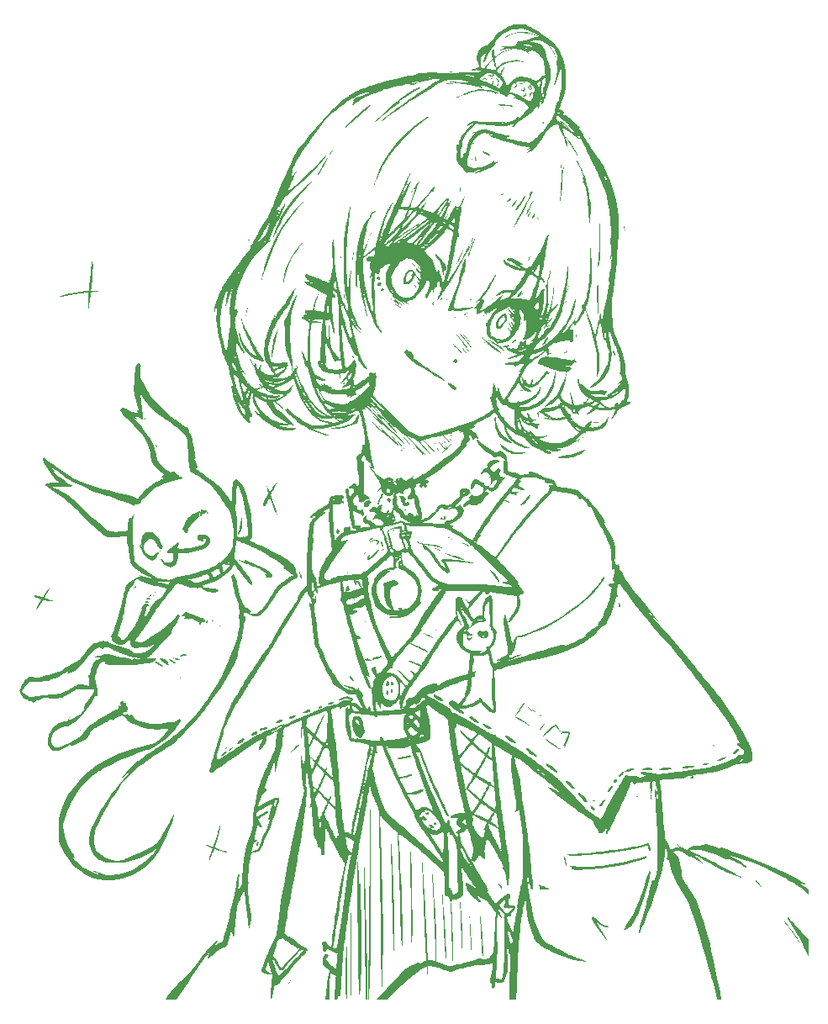
<source format=gbr>
%TF.GenerationSoftware,KiCad,Pcbnew,8.0.6*%
%TF.CreationDate,2024-11-15T04:32:27+07:00*%
%TF.ProjectId,Heart HE 65,48656172-7420-4484-9520-36352e6b6963,rev?*%
%TF.SameCoordinates,Original*%
%TF.FileFunction,Legend,Top*%
%TF.FilePolarity,Positive*%
%FSLAX46Y46*%
G04 Gerber Fmt 4.6, Leading zero omitted, Abs format (unit mm)*
G04 Created by KiCad (PCBNEW 8.0.6) date 2024-11-15 04:32:27*
%MOMM*%
%LPD*%
G01*
G04 APERTURE LIST*
%ADD10C,0.300000*%
%ADD11C,0.000000*%
G04 APERTURE END LIST*
D10*
X271832975Y-57978786D02*
X271690118Y-57907357D01*
X271690118Y-57907357D02*
X271475832Y-57907357D01*
X271475832Y-57907357D02*
X271261546Y-57978786D01*
X271261546Y-57978786D02*
X271118689Y-58121643D01*
X271118689Y-58121643D02*
X271047260Y-58264500D01*
X271047260Y-58264500D02*
X270975832Y-58550214D01*
X270975832Y-58550214D02*
X270975832Y-58764500D01*
X270975832Y-58764500D02*
X271047260Y-59050214D01*
X271047260Y-59050214D02*
X271118689Y-59193071D01*
X271118689Y-59193071D02*
X271261546Y-59335929D01*
X271261546Y-59335929D02*
X271475832Y-59407357D01*
X271475832Y-59407357D02*
X271618689Y-59407357D01*
X271618689Y-59407357D02*
X271832975Y-59335929D01*
X271832975Y-59335929D02*
X271904403Y-59264500D01*
X271904403Y-59264500D02*
X271904403Y-58764500D01*
X271904403Y-58764500D02*
X271618689Y-58764500D01*
X272761546Y-57907357D02*
X272761546Y-58264500D01*
X272404403Y-58121643D02*
X272761546Y-58264500D01*
X272761546Y-58264500D02*
X273118689Y-58121643D01*
X272547260Y-58550214D02*
X272761546Y-58264500D01*
X272761546Y-58264500D02*
X272975832Y-58550214D01*
X273904403Y-57907357D02*
X273904403Y-58264500D01*
X273547260Y-58121643D02*
X273904403Y-58264500D01*
X273904403Y-58264500D02*
X274261546Y-58121643D01*
X273690117Y-58550214D02*
X273904403Y-58264500D01*
X273904403Y-58264500D02*
X274118689Y-58550214D01*
X275047260Y-57907357D02*
X275047260Y-58264500D01*
X274690117Y-58121643D02*
X275047260Y-58264500D01*
X275047260Y-58264500D02*
X275404403Y-58121643D01*
X274832974Y-58550214D02*
X275047260Y-58264500D01*
X275047260Y-58264500D02*
X275261546Y-58550214D01*
D11*
%TO.C,G\u002A\u002A\u002A*%
G36*
X285094506Y-12069301D02*
G01*
X285326485Y-12122258D01*
X285572936Y-12213429D01*
X285841893Y-12339159D01*
X286108361Y-12482231D01*
X286416224Y-12664582D01*
X286741730Y-12871193D01*
X287061125Y-13087046D01*
X287317341Y-13272016D01*
X287498239Y-13405297D01*
X287692071Y-13544540D01*
X287862846Y-13663962D01*
X287895147Y-13685961D01*
X288126097Y-13875600D01*
X288349536Y-14121611D01*
X288389322Y-14173063D01*
X288501063Y-14317963D01*
X288600730Y-14440848D01*
X288672683Y-14522685D01*
X288691399Y-14540674D01*
X288747172Y-14607113D01*
X288759077Y-14643136D01*
X288777601Y-14699838D01*
X288826968Y-14810788D01*
X288897875Y-14955532D01*
X288926573Y-15011379D01*
X289097749Y-15398626D01*
X289230291Y-15831403D01*
X289325651Y-16317504D01*
X289385278Y-16864719D01*
X289410622Y-17480843D01*
X289411721Y-17618344D01*
X289403296Y-18099814D01*
X289371804Y-18523873D01*
X289312310Y-18915958D01*
X289219881Y-19301505D01*
X289089581Y-19705951D01*
X288922655Y-20139609D01*
X288854237Y-20309911D01*
X288799874Y-20450084D01*
X288766408Y-20542196D01*
X288759077Y-20568343D01*
X288793620Y-20600630D01*
X288884248Y-20658864D01*
X289011459Y-20730528D01*
X289013501Y-20731617D01*
X289140902Y-20803597D01*
X289231723Y-20862700D01*
X289266579Y-20896292D01*
X289266577Y-20896540D01*
X289242526Y-20949671D01*
X289202971Y-21008168D01*
X289145388Y-21114230D01*
X289148301Y-21188339D01*
X289209072Y-21216244D01*
X289240904Y-21212974D01*
X289379509Y-21226000D01*
X289556749Y-21311169D01*
X289773487Y-21469043D01*
X290030589Y-21700184D01*
X290107747Y-21775931D01*
X290259377Y-21924667D01*
X290392991Y-22051085D01*
X290495501Y-22143129D01*
X290553822Y-22188746D01*
X290558313Y-22190983D01*
X290617016Y-22237644D01*
X290692955Y-22326707D01*
X290712402Y-22353636D01*
X290810504Y-22494805D01*
X290712754Y-22409997D01*
X290694980Y-22407636D01*
X290719995Y-22464836D01*
X290782388Y-22571378D01*
X290869910Y-22706825D01*
X291005819Y-22919860D01*
X291154811Y-23168506D01*
X291292839Y-23412124D01*
X291346653Y-23512501D01*
X291541988Y-23873182D01*
X291733803Y-24203329D01*
X291914631Y-24491054D01*
X292077003Y-24724472D01*
X292212466Y-24890631D01*
X292376874Y-25087865D01*
X292565456Y-25347324D01*
X292768796Y-25653362D01*
X292977480Y-25990331D01*
X293182094Y-26342584D01*
X293373221Y-26694473D01*
X293541448Y-27030351D01*
X293664821Y-27304426D01*
X293748902Y-27517960D01*
X293849313Y-27794161D01*
X293959815Y-28113942D01*
X294074169Y-28458219D01*
X294186136Y-28807908D01*
X294289478Y-29143924D01*
X294377955Y-29447182D01*
X294437984Y-29669521D01*
X294567009Y-30249501D01*
X294656412Y-30832657D01*
X294710243Y-31449057D01*
X294725966Y-31806918D01*
X294731094Y-32174728D01*
X294726855Y-32601059D01*
X294714261Y-33061437D01*
X294694323Y-33531384D01*
X294668055Y-33986425D01*
X294636466Y-34402085D01*
X294606073Y-34707159D01*
X294592771Y-34851080D01*
X294577574Y-35061772D01*
X294561564Y-35321250D01*
X294545826Y-35611531D01*
X294531443Y-35914630D01*
X294526877Y-36021683D01*
X294486833Y-36746555D01*
X294426581Y-37431753D01*
X294342405Y-38107976D01*
X294230585Y-38805923D01*
X294116052Y-39414004D01*
X294080812Y-39605695D01*
X294054064Y-39791441D01*
X294035845Y-39981946D01*
X294026192Y-40187914D01*
X294025143Y-40420046D01*
X294032735Y-40689048D01*
X294049004Y-41005623D01*
X294073988Y-41380474D01*
X294107725Y-41824304D01*
X294125183Y-42042120D01*
X294151206Y-42347779D01*
X294174832Y-42583514D01*
X294198428Y-42764073D01*
X294224358Y-42904206D01*
X294254989Y-43018662D01*
X294292686Y-43122190D01*
X294302018Y-43144624D01*
X294419086Y-43428196D01*
X294549303Y-43755701D01*
X294684889Y-44106505D01*
X294818061Y-44459975D01*
X294941038Y-44795479D01*
X295046037Y-45092382D01*
X295119907Y-45313201D01*
X295242727Y-45719054D01*
X295329936Y-46061905D01*
X295383901Y-46354581D01*
X295406986Y-46609908D01*
X295401600Y-46840231D01*
X295392407Y-47000507D01*
X295398672Y-47136099D01*
X295424797Y-47277621D01*
X295475183Y-47455692D01*
X295502537Y-47542204D01*
X295649555Y-48051632D01*
X295743366Y-48502789D01*
X295784468Y-48903039D01*
X295773362Y-49259747D01*
X295710546Y-49580279D01*
X295652109Y-49748844D01*
X295596379Y-49891703D01*
X295572146Y-49977703D01*
X295577025Y-50027732D01*
X295608632Y-50062678D01*
X295615665Y-50068010D01*
X295707663Y-50105521D01*
X295827449Y-50121015D01*
X295922304Y-50130339D01*
X295967205Y-50153101D01*
X295967759Y-50156231D01*
X295933588Y-50204130D01*
X295843965Y-50278766D01*
X295718224Y-50366884D01*
X295575698Y-50455227D01*
X295435722Y-50530539D01*
X295392444Y-50550689D01*
X295258392Y-50597322D01*
X295141929Y-50616616D01*
X295102777Y-50613530D01*
X295041075Y-50614678D01*
X294965402Y-50654532D01*
X294861203Y-50742854D01*
X294756712Y-50845623D01*
X294635598Y-50970528D01*
X294566915Y-51050590D01*
X294542764Y-51100565D01*
X294555244Y-51135213D01*
X294587132Y-51162435D01*
X294640012Y-51206610D01*
X294621670Y-51221850D01*
X294556306Y-51223519D01*
X294440234Y-51260482D01*
X294369517Y-51340130D01*
X294286039Y-51462505D01*
X294191429Y-51586763D01*
X294100192Y-51695709D01*
X294026834Y-51772145D01*
X293985862Y-51798876D01*
X293983554Y-51797690D01*
X293993702Y-51754077D01*
X294041566Y-51661686D01*
X294108910Y-51552790D01*
X294229428Y-51349983D01*
X294324082Y-51152042D01*
X294383325Y-50981124D01*
X294398810Y-50880060D01*
X294387662Y-50822515D01*
X294338046Y-50808661D01*
X294260997Y-50820653D01*
X294123527Y-50867313D01*
X294005928Y-50931778D01*
X293899327Y-50984779D01*
X293829031Y-50981443D01*
X293763208Y-50969233D01*
X293634065Y-50963418D01*
X293462886Y-50964535D01*
X293341951Y-50969095D01*
X293163331Y-50975918D01*
X293021363Y-50977464D01*
X292933874Y-50973771D01*
X292914591Y-50968165D01*
X292876444Y-50949803D01*
X292776313Y-50922857D01*
X292635793Y-50893130D01*
X292634375Y-50892861D01*
X292354080Y-50839689D01*
X292174875Y-51004875D01*
X292055703Y-51109383D01*
X291944607Y-51198100D01*
X291893317Y-51234027D01*
X291806425Y-51275289D01*
X291697740Y-51311119D01*
X291595437Y-51334458D01*
X291527693Y-51338248D01*
X291515338Y-51328723D01*
X291544055Y-51292950D01*
X291621439Y-51212517D01*
X291734336Y-51100823D01*
X291821283Y-51017088D01*
X292127229Y-50725341D01*
X291900957Y-50610680D01*
X291674685Y-50496019D01*
X291422601Y-50605345D01*
X291282970Y-50662194D01*
X291169530Y-50701728D01*
X291112284Y-50714671D01*
X291054813Y-50740762D01*
X290958210Y-50806935D01*
X290844995Y-50895041D01*
X290737693Y-50986930D01*
X290658825Y-51064453D01*
X290632127Y-51101599D01*
X290645357Y-51156462D01*
X290695814Y-51245858D01*
X290709222Y-51265305D01*
X290758154Y-51354943D01*
X290748261Y-51392277D01*
X290689720Y-51374310D01*
X290593988Y-51299249D01*
X290515432Y-51238207D01*
X290453101Y-51235656D01*
X290407472Y-51259431D01*
X290315457Y-51290678D01*
X290214678Y-51290295D01*
X290133104Y-51263815D01*
X290098705Y-51216769D01*
X290101942Y-51199005D01*
X290091013Y-51120343D01*
X290023016Y-51011936D01*
X289912646Y-50889234D01*
X289810701Y-50799479D01*
X290030418Y-50799479D01*
X290126217Y-50947368D01*
X290193993Y-51046967D01*
X290239419Y-51087078D01*
X290285060Y-51080155D01*
X290324673Y-51056873D01*
X290354247Y-50999330D01*
X290327719Y-50922500D01*
X290293318Y-50884287D01*
X290455238Y-50884287D01*
X290485672Y-50925478D01*
X290495139Y-50926691D01*
X290552568Y-50895868D01*
X290561248Y-50884287D01*
X290551635Y-50847985D01*
X290521346Y-50841883D01*
X290463328Y-50864022D01*
X290455238Y-50884287D01*
X290293318Y-50884287D01*
X290262263Y-50849791D01*
X290175053Y-50804613D01*
X290135840Y-50799479D01*
X290030418Y-50799479D01*
X289810701Y-50799479D01*
X289774596Y-50767691D01*
X289623557Y-50662760D01*
X289557132Y-50626016D01*
X289422835Y-50560846D01*
X289348970Y-50533988D01*
X289321917Y-50542411D01*
X289325374Y-50574414D01*
X289349908Y-50663257D01*
X289383545Y-50790162D01*
X289393484Y-50828445D01*
X289460089Y-50983054D01*
X289585752Y-51132731D01*
X289636977Y-51179842D01*
X289747548Y-51268344D01*
X289837295Y-51324371D01*
X289881454Y-51335907D01*
X289911416Y-51358162D01*
X289912088Y-51455933D01*
X289911167Y-51464161D01*
X289918739Y-51599793D01*
X289989418Y-51711812D01*
X289992098Y-51714683D01*
X290063214Y-51808218D01*
X290099724Y-51890172D01*
X290100046Y-51892295D01*
X290144409Y-51976341D01*
X290248343Y-52086687D01*
X290395442Y-52211958D01*
X290569296Y-52340781D01*
X290753498Y-52461779D01*
X290931639Y-52563579D01*
X291087311Y-52634804D01*
X291204105Y-52664082D01*
X291213606Y-52664257D01*
X291269233Y-52632091D01*
X291358705Y-52547119D01*
X291466051Y-52425171D01*
X291508908Y-52371528D01*
X291635259Y-52217478D01*
X291735070Y-52119836D01*
X291826644Y-52063031D01*
X291901145Y-52037803D01*
X292004267Y-52015902D01*
X292062080Y-52011916D01*
X292066590Y-52015282D01*
X292050003Y-52060106D01*
X292005834Y-52162476D01*
X291942471Y-52303135D01*
X291918387Y-52355519D01*
X291770185Y-52676283D01*
X291919338Y-52652079D01*
X292014379Y-52645068D01*
X292046166Y-52662110D01*
X292043836Y-52667767D01*
X292033581Y-52694219D01*
X292055063Y-52703754D01*
X292122584Y-52695307D01*
X292250445Y-52667808D01*
X292347903Y-52645066D01*
X292741503Y-52516890D01*
X293071109Y-52333083D01*
X293336766Y-52093610D01*
X293538518Y-51798441D01*
X293547657Y-51780794D01*
X293605778Y-51676856D01*
X293650841Y-51613844D01*
X293663366Y-51605155D01*
X293678414Y-51641803D01*
X293671930Y-51736818D01*
X293648280Y-51867812D01*
X293611830Y-52012396D01*
X293566945Y-52148181D01*
X293548922Y-52192053D01*
X293419275Y-52410936D01*
X293240545Y-52613000D01*
X293040385Y-52768254D01*
X292993213Y-52794710D01*
X292728009Y-52903007D01*
X292414055Y-52985887D01*
X292085520Y-53035732D01*
X291862111Y-53046892D01*
X291673115Y-53050724D01*
X291546118Y-53064981D01*
X291458545Y-53093804D01*
X291399697Y-53131700D01*
X291305220Y-53191456D01*
X291228832Y-53216507D01*
X291228514Y-53216508D01*
X291175897Y-53245186D01*
X291078117Y-53323469D01*
X290948683Y-53439726D01*
X290801109Y-53582329D01*
X290786588Y-53596873D01*
X290408029Y-53977238D01*
X290651056Y-53869760D01*
X290805601Y-53800151D01*
X290949188Y-53733396D01*
X291024493Y-53696936D01*
X291154904Y-53631590D01*
X291070096Y-53718951D01*
X290997341Y-53778403D01*
X290872115Y-53865815D01*
X290715459Y-53966854D01*
X290624854Y-54022244D01*
X290160951Y-54283382D01*
X289738486Y-54484266D01*
X289344607Y-54629798D01*
X288966463Y-54724880D01*
X288670787Y-54767509D01*
X288506660Y-54789524D01*
X288425436Y-54813425D01*
X288425314Y-54836939D01*
X288504492Y-54857798D01*
X288661166Y-54873730D01*
X288759127Y-54878794D01*
X289077107Y-54891466D01*
X288725085Y-55008077D01*
X288495788Y-55077766D01*
X288317469Y-55112452D01*
X288163993Y-55112428D01*
X288009223Y-55077984D01*
X287847391Y-55017868D01*
X287669935Y-54951489D01*
X287544982Y-54917321D01*
X287478332Y-54913460D01*
X287475783Y-54938001D01*
X287543135Y-54989041D01*
X287686186Y-55064676D01*
X287693800Y-55068298D01*
X288006654Y-55216544D01*
X287872993Y-55297828D01*
X287772579Y-55351707D01*
X287699551Y-55378465D01*
X287692597Y-55379112D01*
X287619931Y-55358128D01*
X287496433Y-55302530D01*
X287342753Y-55223345D01*
X287179535Y-55131602D01*
X287027428Y-55038330D01*
X286930024Y-54971789D01*
X286812854Y-54892877D01*
X286716903Y-54840423D01*
X286675600Y-54827446D01*
X286582592Y-54804759D01*
X286441593Y-54745077D01*
X286274369Y-54659643D01*
X286102680Y-54559701D01*
X285948290Y-54456495D01*
X285926996Y-54440694D01*
X285792594Y-54322864D01*
X285640633Y-54164827D01*
X285500184Y-53997211D01*
X285477035Y-53966587D01*
X285364532Y-53818731D01*
X285328686Y-53778767D01*
X286020079Y-53778767D01*
X286032961Y-53820460D01*
X286094314Y-53901854D01*
X286188565Y-54007056D01*
X286300142Y-54120171D01*
X286413474Y-54225304D01*
X286512988Y-54306560D01*
X286574619Y-54344784D01*
X286671443Y-54386290D01*
X286713470Y-54400608D01*
X286723503Y-54394764D01*
X286723685Y-54390714D01*
X286694271Y-54353997D01*
X286616555Y-54278447D01*
X286506327Y-54177797D01*
X286379376Y-54065780D01*
X286251494Y-53956128D01*
X286138470Y-53862576D01*
X286056093Y-53798855D01*
X286020154Y-53778699D01*
X286020079Y-53778767D01*
X285328686Y-53778767D01*
X285279936Y-53724416D01*
X285202765Y-53667532D01*
X285112538Y-53631972D01*
X285022805Y-53609334D01*
X284742440Y-53520208D01*
X284437377Y-53374255D01*
X284101173Y-53167700D01*
X284070676Y-53145595D01*
X284912143Y-53145595D01*
X284931664Y-53181774D01*
X284941911Y-53194335D01*
X285001675Y-53253145D01*
X285026177Y-53239590D01*
X285027525Y-53221045D01*
X284993538Y-53175505D01*
X284957921Y-53156468D01*
X284912143Y-53145595D01*
X284070676Y-53145595D01*
X283727384Y-52896769D01*
X283504482Y-52719795D01*
X283359570Y-52601650D01*
X283390888Y-52727063D01*
X283460132Y-52924568D01*
X283571829Y-53155941D01*
X283710255Y-53393342D01*
X283859686Y-53608932D01*
X283952176Y-53720776D01*
X284109295Y-53874207D01*
X284300755Y-54032791D01*
X284485603Y-54162654D01*
X284488782Y-54164621D01*
X284669156Y-54264412D01*
X284893744Y-54371777D01*
X285139216Y-54477228D01*
X285382240Y-54571279D01*
X285599485Y-54644444D01*
X285767618Y-54687237D01*
X285778887Y-54689168D01*
X285873151Y-54715895D01*
X285917513Y-54750978D01*
X285918009Y-54754689D01*
X285879514Y-54774617D01*
X285776187Y-54779123D01*
X285626266Y-54769871D01*
X285447988Y-54748525D01*
X285259591Y-54716749D01*
X285091131Y-54679255D01*
X284680324Y-54533432D01*
X284298462Y-54317733D01*
X283958284Y-54042447D01*
X283672530Y-53717862D01*
X283456046Y-53358681D01*
X283385929Y-53191740D01*
X283311175Y-52981126D01*
X283245425Y-52765985D01*
X283231645Y-52714741D01*
X283175660Y-52516261D01*
X283120744Y-52372939D01*
X283052961Y-52256462D01*
X282958372Y-52138517D01*
X282935134Y-52112396D01*
X282821582Y-51973120D01*
X282689608Y-51791737D01*
X282562097Y-51600211D01*
X282521659Y-51534878D01*
X282421987Y-51371947D01*
X282354081Y-51271086D01*
X282306525Y-51221371D01*
X282267903Y-51211880D01*
X282226801Y-51231691D01*
X282213998Y-51240505D01*
X281971753Y-51398361D01*
X281659198Y-51581593D01*
X281285210Y-51785204D01*
X280858660Y-52004197D01*
X280851066Y-52007994D01*
X280606335Y-52131368D01*
X280427603Y-52225010D01*
X280304383Y-52295824D01*
X280226189Y-52350717D01*
X280182535Y-52396593D01*
X280162933Y-52440358D01*
X280158848Y-52463837D01*
X280165424Y-52555139D01*
X280199738Y-52580448D01*
X280233306Y-52595528D01*
X280202747Y-52634441D01*
X280121922Y-52687696D01*
X280004690Y-52745803D01*
X279895187Y-52788989D01*
X279764290Y-52845154D01*
X279674990Y-52903059D01*
X279649708Y-52937465D01*
X279654117Y-52996886D01*
X279695787Y-52989664D01*
X279748662Y-52933114D01*
X279782961Y-52899211D01*
X279828234Y-52897351D01*
X279903452Y-52933155D01*
X280027586Y-53012245D01*
X280037149Y-53018586D01*
X280207241Y-53143429D01*
X280334944Y-53272097D01*
X280444790Y-53432990D01*
X280527163Y-53585854D01*
X280594476Y-53730751D01*
X280615155Y-53810987D01*
X280589421Y-53832587D01*
X280535488Y-53811656D01*
X280406057Y-53773291D01*
X280265685Y-53775583D01*
X280153625Y-53816596D01*
X280135920Y-53831366D01*
X280075673Y-53883398D01*
X280036497Y-53877183D01*
X279996501Y-53803491D01*
X279980687Y-53765922D01*
X279914980Y-53648149D01*
X279822513Y-53525405D01*
X279805926Y-53507014D01*
X279684620Y-53377155D01*
X279684620Y-53502524D01*
X279699405Y-53636419D01*
X279731113Y-53761264D01*
X279752030Y-53838693D01*
X279744739Y-53904111D01*
X279699960Y-53981966D01*
X279608414Y-54096706D01*
X279599919Y-54106865D01*
X279503391Y-54211297D01*
X279423709Y-54278057D01*
X279379578Y-54292734D01*
X279364207Y-54303008D01*
X279386504Y-54359009D01*
X279414245Y-54449421D01*
X279381245Y-54523142D01*
X278936957Y-55051786D01*
X278414336Y-55580922D01*
X277812234Y-56111471D01*
X277129505Y-56644355D01*
X276365003Y-57180495D01*
X275517582Y-57720813D01*
X275073184Y-57986520D01*
X274879224Y-58102480D01*
X274714243Y-58205473D01*
X274590862Y-58287274D01*
X274521696Y-58339656D01*
X274511331Y-58352801D01*
X274476278Y-58384134D01*
X274437124Y-58389679D01*
X274355629Y-58408719D01*
X274238689Y-58456720D01*
X274191448Y-58480374D01*
X274019979Y-58571187D01*
X274120438Y-58766719D01*
X274190330Y-58941731D01*
X274206636Y-59108949D01*
X274203731Y-59153176D01*
X274198816Y-59276381D01*
X274222001Y-59350475D01*
X274287225Y-59409965D01*
X274315067Y-59428802D01*
X274440565Y-59535371D01*
X274529808Y-59673587D01*
X274590032Y-59859990D01*
X274628471Y-60111122D01*
X274632774Y-60155051D01*
X274655992Y-60341925D01*
X274687400Y-60510811D01*
X274721351Y-60633103D01*
X274732177Y-60658411D01*
X274804358Y-60843238D01*
X274860581Y-61069389D01*
X274898054Y-61312424D01*
X274913987Y-61547906D01*
X274905590Y-61751394D01*
X274872987Y-61891744D01*
X274835026Y-61994106D01*
X274820553Y-62057485D01*
X274822289Y-62064805D01*
X274858657Y-62047037D01*
X274935767Y-61985064D01*
X275000056Y-61926767D01*
X275110942Y-61833230D01*
X275198444Y-61793282D01*
X275291527Y-61793786D01*
X275292799Y-61793985D01*
X275390330Y-61795746D01*
X275459679Y-61749747D01*
X275507825Y-61683837D01*
X275597310Y-61573262D01*
X275721975Y-61452720D01*
X275861174Y-61338540D01*
X275994258Y-61247046D01*
X276100580Y-61194565D01*
X276134873Y-61188019D01*
X276196762Y-61169394D01*
X276256370Y-61104129D01*
X276326165Y-60977192D01*
X276348163Y-60930849D01*
X276440915Y-60759375D01*
X276543466Y-60639131D01*
X276663894Y-60549654D01*
X276871012Y-60453439D01*
X277071052Y-60426025D01*
X277247495Y-60468952D01*
X277287054Y-60491555D01*
X277369865Y-60533478D01*
X277445178Y-60525585D01*
X277508184Y-60496662D01*
X277637887Y-60443511D01*
X277776440Y-60403481D01*
X277888517Y-60357360D01*
X278017342Y-60258644D01*
X278167134Y-60107329D01*
X278296232Y-59976857D01*
X278421833Y-59867256D01*
X278521081Y-59798074D01*
X278538708Y-59789544D01*
X278611232Y-59751908D01*
X278659071Y-59699066D01*
X278689195Y-59612772D01*
X278708575Y-59474781D01*
X278720039Y-59327191D01*
X279006156Y-59327191D01*
X279039569Y-59333940D01*
X279123340Y-59307104D01*
X279161403Y-59290196D01*
X279253323Y-59243143D01*
X279274255Y-59217982D01*
X279231576Y-59204188D01*
X279222675Y-59202819D01*
X279122606Y-59214411D01*
X279038687Y-59264047D01*
X279006156Y-59327191D01*
X278720039Y-59327191D01*
X278721238Y-59311758D01*
X278761348Y-59096639D01*
X278853292Y-58943908D01*
X279004554Y-58843667D01*
X279099431Y-58811557D01*
X279289967Y-58788971D01*
X279465492Y-58819041D01*
X279608373Y-58893270D01*
X279700976Y-59003165D01*
X279727024Y-59113881D01*
X279747880Y-59192661D01*
X279769428Y-59216675D01*
X279812978Y-59277245D01*
X279790339Y-59337529D01*
X279713797Y-59365088D01*
X279713214Y-59365089D01*
X279615218Y-59394987D01*
X279519824Y-59465968D01*
X279410973Y-59543069D01*
X279278233Y-59590626D01*
X279273130Y-59591501D01*
X279130170Y-59639838D01*
X279009288Y-59724282D01*
X278934353Y-59825076D01*
X278921348Y-59882659D01*
X278891302Y-59961003D01*
X278857742Y-59985814D01*
X278801470Y-60034655D01*
X278794136Y-60061129D01*
X278761959Y-60112207D01*
X278679281Y-60188963D01*
X278606198Y-60244506D01*
X278425508Y-60395558D01*
X278319262Y-60539686D01*
X278291475Y-60671307D01*
X278292618Y-60680206D01*
X278304701Y-60723767D01*
X278333216Y-60733341D01*
X278393691Y-60703873D01*
X278501652Y-60630305D01*
X278548331Y-60596935D01*
X278790173Y-60423359D01*
X278838553Y-60519683D01*
X278905823Y-60615599D01*
X278999549Y-60710861D01*
X279062718Y-60774065D01*
X279096711Y-60846372D01*
X279110228Y-60955628D01*
X279112166Y-61071295D01*
X279101931Y-61236195D01*
X279064565Y-61377430D01*
X278990077Y-61511636D01*
X278868473Y-61655450D01*
X278689763Y-61825509D01*
X278624520Y-61883258D01*
X278338050Y-62100394D01*
X278002694Y-62288948D01*
X277734036Y-62407964D01*
X277628026Y-62450972D01*
X277744637Y-62476979D01*
X277873944Y-62505166D01*
X277963614Y-62524081D01*
X278031482Y-62546430D01*
X278043769Y-62591951D01*
X278018535Y-62670876D01*
X277991156Y-62761002D01*
X277989494Y-62808055D01*
X277990375Y-62808796D01*
X278034057Y-62832349D01*
X278135615Y-62885617D01*
X278277549Y-62959449D01*
X278370096Y-63007373D01*
X278567798Y-63116355D01*
X278812337Y-63261401D01*
X279081934Y-63428733D01*
X279354809Y-63604575D01*
X279609182Y-63775150D01*
X279822605Y-63926188D01*
X279919011Y-63991715D01*
X279983272Y-64025267D01*
X279996188Y-64025823D01*
X280021485Y-63983829D01*
X280078869Y-63883624D01*
X280159274Y-63741152D01*
X280235179Y-63605489D01*
X280358146Y-63395647D01*
X280528051Y-63122455D01*
X280741619Y-62790909D01*
X280995576Y-62406006D01*
X281286645Y-61972740D01*
X281611552Y-61496108D01*
X281750228Y-61294471D01*
X282031395Y-60899535D01*
X282358772Y-60461965D01*
X282718807Y-59999302D01*
X283097948Y-59529084D01*
X283335651Y-59242657D01*
X283525864Y-59015989D01*
X283735310Y-58766261D01*
X283940988Y-58520909D01*
X284009115Y-58439592D01*
X284433869Y-58439592D01*
X284446772Y-58472360D01*
X284489152Y-58439140D01*
X284565723Y-58336792D01*
X284660948Y-58198979D01*
X284547408Y-58301779D01*
X284472229Y-58378679D01*
X284434801Y-58434267D01*
X284433869Y-58439592D01*
X284009115Y-58439592D01*
X284119892Y-58307368D01*
X284151528Y-58269588D01*
X284526449Y-57821790D01*
X284130326Y-57681538D01*
X283923832Y-57605380D01*
X283714220Y-57523036D01*
X283536547Y-57448436D01*
X283484430Y-57424891D01*
X283342498Y-57366141D01*
X283221775Y-57329137D01*
X283155799Y-57321761D01*
X283100334Y-57323650D01*
X283080994Y-57292579D01*
X283094879Y-57211039D01*
X283121950Y-57117396D01*
X283146710Y-56986343D01*
X283159765Y-56812929D01*
X283161531Y-56623157D01*
X283152422Y-56443031D01*
X283132853Y-56298553D01*
X283107668Y-56222134D01*
X283080501Y-56152291D01*
X283111925Y-56093648D01*
X283153220Y-56056940D01*
X283246289Y-56006263D01*
X283322836Y-56000043D01*
X283354450Y-56000873D01*
X283329316Y-55969559D01*
X283263235Y-55917881D01*
X283172006Y-55857616D01*
X283071431Y-55800545D01*
X283024885Y-55777929D01*
X282918110Y-55713896D01*
X282849515Y-55643919D01*
X282841810Y-55627524D01*
X282804994Y-55566710D01*
X282763777Y-55549271D01*
X282746098Y-55583534D01*
X282748309Y-55599656D01*
X282718938Y-55634446D01*
X282610387Y-55639590D01*
X282602723Y-55639055D01*
X282472708Y-55643928D01*
X282365351Y-55671253D01*
X282358114Y-55674847D01*
X282315240Y-55688224D01*
X282260715Y-55680146D01*
X282182387Y-55644295D01*
X282068098Y-55574350D01*
X281905695Y-55463993D01*
X281772568Y-55370424D01*
X281471384Y-55146537D01*
X281195253Y-54920442D01*
X280951052Y-54699445D01*
X280745660Y-54490855D01*
X280585956Y-54301980D01*
X280478818Y-54140125D01*
X280431123Y-54012601D01*
X280435773Y-53950198D01*
X280458839Y-53912026D01*
X280495824Y-53904394D01*
X280557628Y-53933319D01*
X280655146Y-54004820D01*
X280799277Y-54124913D01*
X280883351Y-54197368D01*
X281049590Y-54333320D01*
X281263257Y-54496284D01*
X281499928Y-54668220D01*
X281735179Y-54831090D01*
X281798628Y-54873377D01*
X282010454Y-55012677D01*
X282163333Y-55110482D01*
X282269072Y-55172060D01*
X282339476Y-55202677D01*
X282386350Y-55207599D01*
X282421501Y-55192092D01*
X282452718Y-55165164D01*
X282610321Y-55072809D01*
X282797613Y-55049806D01*
X282995088Y-55096428D01*
X283107446Y-55156029D01*
X283191306Y-55242656D01*
X283281410Y-55384434D01*
X283364610Y-55553951D01*
X283427763Y-55723795D01*
X283457722Y-55866555D01*
X283458577Y-55888218D01*
X283478577Y-56038365D01*
X283526720Y-56181140D01*
X283527187Y-56182080D01*
X283563235Y-56281702D01*
X283580735Y-56410817D01*
X283581949Y-56591884D01*
X283578173Y-56688270D01*
X283560547Y-57056927D01*
X284092617Y-57175870D01*
X284308833Y-57228518D01*
X284507422Y-57284667D01*
X284666752Y-57337702D01*
X284765192Y-57381007D01*
X284767005Y-57382103D01*
X284863186Y-57432940D01*
X284949545Y-57448512D01*
X284962489Y-57446770D01*
X285385148Y-57446770D01*
X285426829Y-57453561D01*
X285481828Y-57445765D01*
X285482484Y-57431289D01*
X285425731Y-57421167D01*
X285401210Y-57427942D01*
X285385148Y-57446770D01*
X284962489Y-57446770D01*
X285064573Y-57433032D01*
X285120073Y-57420747D01*
X285284439Y-57390999D01*
X285448183Y-57373799D01*
X285499706Y-57372100D01*
X285606247Y-57362941D01*
X285644887Y-57338030D01*
X285642148Y-57329317D01*
X285631493Y-57242944D01*
X285674751Y-57151645D01*
X285750882Y-57095684D01*
X285837681Y-57099036D01*
X285993367Y-57139534D01*
X286211702Y-57214971D01*
X286486448Y-57323142D01*
X286811367Y-57461839D01*
X286910606Y-57505898D01*
X287123792Y-57595738D01*
X287376877Y-57694127D01*
X287628527Y-57785255D01*
X287735205Y-57821294D01*
X287924740Y-57887315D01*
X288089787Y-57952024D01*
X288209980Y-58007012D01*
X288259536Y-58037785D01*
X288313985Y-58116658D01*
X288371622Y-58244959D01*
X288404820Y-58344255D01*
X288442977Y-58473432D01*
X288471846Y-58564170D01*
X288482996Y-58592636D01*
X288528151Y-58605146D01*
X288642868Y-58628028D01*
X288812871Y-58658854D01*
X289023886Y-58695197D01*
X289261636Y-58734629D01*
X289511848Y-58774722D01*
X289760246Y-58813050D01*
X289909133Y-58835161D01*
X290122657Y-58870886D01*
X290323594Y-58912579D01*
X290486084Y-58954440D01*
X290568697Y-58983122D01*
X290741875Y-59084037D01*
X290928528Y-59232184D01*
X291099314Y-59401589D01*
X291221851Y-59561313D01*
X291284908Y-59646834D01*
X291334184Y-59685355D01*
X291343676Y-59684383D01*
X291392807Y-59696831D01*
X291453990Y-59749220D01*
X291529868Y-59805197D01*
X291587976Y-59812733D01*
X291642716Y-59835104D01*
X291724403Y-59926056D01*
X291798275Y-60033858D01*
X291911660Y-60196471D01*
X292052431Y-60375507D01*
X292169935Y-60509997D01*
X292615642Y-61029060D01*
X293014195Y-61578532D01*
X293104509Y-61718542D01*
X293215032Y-61899544D01*
X293284717Y-62030141D01*
X293321392Y-62129386D01*
X293332884Y-62216328D01*
X293331008Y-62269763D01*
X293331185Y-62347616D01*
X293348335Y-62431408D01*
X293388654Y-62535976D01*
X293458335Y-62676153D01*
X293563573Y-62866773D01*
X293625863Y-62975892D01*
X293863778Y-63401690D01*
X294054220Y-63770878D01*
X294200938Y-64094443D01*
X294307678Y-64383369D01*
X294378187Y-64648641D01*
X294416212Y-64901245D01*
X294425500Y-65152166D01*
X294419170Y-65301650D01*
X294402650Y-65502401D01*
X294381998Y-65693101D01*
X294360751Y-65842665D01*
X294352853Y-65884131D01*
X294336378Y-65997201D01*
X294345252Y-66103875D01*
X294384435Y-66235779D01*
X294424237Y-66339391D01*
X294534574Y-66615008D01*
X294615078Y-66520182D01*
X294674879Y-66456645D01*
X294713658Y-66455653D01*
X294759216Y-66507668D01*
X294809934Y-66615789D01*
X294823317Y-66698486D01*
X294830693Y-66813466D01*
X294848185Y-66954009D01*
X294851490Y-66974774D01*
X294873044Y-67072615D01*
X294893547Y-67090427D01*
X294906209Y-67065547D01*
X294929046Y-67052554D01*
X294971579Y-67099197D01*
X295037798Y-67211459D01*
X295131689Y-67395325D01*
X295147608Y-67427815D01*
X295229857Y-67588193D01*
X295324572Y-67755936D01*
X295435742Y-67936395D01*
X295567357Y-68134925D01*
X295723404Y-68356878D01*
X295907872Y-68607607D01*
X296124751Y-68892466D01*
X296378028Y-69216808D01*
X296671694Y-69585986D01*
X297009736Y-70005352D01*
X297396143Y-70480261D01*
X297686691Y-70835373D01*
X297965034Y-71176709D01*
X298206912Y-71476899D01*
X298409505Y-71732280D01*
X298569992Y-71939192D01*
X298685551Y-72093970D01*
X298753362Y-72192954D01*
X298770603Y-72232480D01*
X298760686Y-72229633D01*
X298714324Y-72188492D01*
X298619803Y-72095232D01*
X298486816Y-71959751D01*
X298325052Y-71791944D01*
X298144203Y-71601710D01*
X298101320Y-71556241D01*
X297901640Y-71345593D01*
X297703853Y-71139429D01*
X297521793Y-70951988D01*
X297369296Y-70797511D01*
X297260197Y-70690236D01*
X297256752Y-70686959D01*
X297011182Y-70453736D01*
X297219089Y-70708161D01*
X297404313Y-70930368D01*
X297637612Y-71203044D01*
X297909020Y-71514826D01*
X298208568Y-71854347D01*
X298526289Y-72210243D01*
X298852216Y-72571150D01*
X298874019Y-72595139D01*
X299441041Y-73222226D01*
X299955839Y-73799229D01*
X300426485Y-74335698D01*
X300861052Y-74841186D01*
X301267611Y-75325247D01*
X301654237Y-75797431D01*
X302029002Y-76267291D01*
X302399978Y-76744379D01*
X302583023Y-76983953D01*
X302743756Y-77189911D01*
X302917457Y-77403373D01*
X303082939Y-77598787D01*
X303215977Y-77747363D01*
X303446021Y-78000803D01*
X303710954Y-78306361D01*
X303996659Y-78646939D01*
X304289018Y-79005440D01*
X304573913Y-79364767D01*
X304837225Y-79707822D01*
X304861556Y-79740214D01*
X305200437Y-80204830D01*
X305560332Y-80720844D01*
X305931267Y-81272565D01*
X306303267Y-81844302D01*
X306666358Y-82420364D01*
X307010565Y-82985059D01*
X307325914Y-83522695D01*
X307602431Y-84017582D01*
X307716067Y-84230805D01*
X307859640Y-84509393D01*
X307967008Y-84730847D01*
X308043946Y-84911723D01*
X308096225Y-85068578D01*
X308129621Y-85217966D01*
X308149905Y-85376445D01*
X308159427Y-85502156D01*
X308173098Y-85689274D01*
X308189300Y-85865301D01*
X308204813Y-85995763D01*
X308206681Y-86008012D01*
X308203732Y-86151640D01*
X308141820Y-86269969D01*
X308016311Y-86365197D01*
X307822572Y-86439519D01*
X307555970Y-86495132D01*
X307211871Y-86534231D01*
X307075440Y-86544216D01*
X306851048Y-86559910D01*
X306687026Y-86576924D01*
X306559070Y-86601325D01*
X306442875Y-86639179D01*
X306314137Y-86696554D01*
X306163754Y-86771779D01*
X305807662Y-86937299D01*
X305432818Y-87078719D01*
X305019376Y-87202468D01*
X304547489Y-87314973D01*
X304377604Y-87350316D01*
X304133060Y-87397274D01*
X303823351Y-87453081D01*
X303467272Y-87514633D01*
X303083618Y-87578827D01*
X302691186Y-87642559D01*
X302308772Y-87702726D01*
X301955171Y-87756224D01*
X301681698Y-87795468D01*
X301545618Y-87826114D01*
X301483346Y-87868502D01*
X301480279Y-87881524D01*
X301445323Y-87941708D01*
X301406072Y-87962800D01*
X301246288Y-87998419D01*
X301019673Y-88029148D01*
X300744145Y-88053360D01*
X300437619Y-88069428D01*
X300165755Y-88075470D01*
X299887014Y-88082101D01*
X299619150Y-88096541D01*
X299374728Y-88117283D01*
X299166313Y-88142818D01*
X299006469Y-88171640D01*
X298907763Y-88202241D01*
X298881471Y-88229548D01*
X298915145Y-88427531D01*
X298947513Y-88677061D01*
X298979466Y-88986671D01*
X299011893Y-89364891D01*
X299042060Y-89768762D01*
X299070119Y-90152605D01*
X299105058Y-90609710D01*
X299145974Y-91128887D01*
X299191962Y-91698948D01*
X299242121Y-92308703D01*
X299295546Y-92946963D01*
X299351334Y-93602540D01*
X299355743Y-93653896D01*
X299379796Y-93869770D01*
X299411573Y-94021710D01*
X299456164Y-94130549D01*
X299482193Y-94171618D01*
X299539352Y-94265370D01*
X299618856Y-94413357D01*
X299708538Y-94592344D01*
X299768104Y-94717698D01*
X299847372Y-94887430D01*
X299912863Y-95025677D01*
X299956826Y-95116202D01*
X299971308Y-95143374D01*
X300013354Y-95135721D01*
X300115359Y-95105985D01*
X300257241Y-95060118D01*
X300293236Y-95047969D01*
X300457306Y-94996568D01*
X300602150Y-94958921D01*
X300699400Y-94942290D01*
X300707002Y-94942050D01*
X300809354Y-94942050D01*
X300697832Y-94809514D01*
X300623084Y-94708475D01*
X300610033Y-94661772D01*
X300653583Y-94671481D01*
X300748636Y-94739681D01*
X300787636Y-94772912D01*
X300930872Y-94878829D01*
X301094082Y-94972644D01*
X301138893Y-94993191D01*
X301293502Y-95062133D01*
X301445878Y-95135837D01*
X301486053Y-95156686D01*
X301603935Y-95216142D01*
X301666057Y-95234450D01*
X301689578Y-95213773D01*
X301692299Y-95182664D01*
X301720951Y-95115781D01*
X301788287Y-95036274D01*
X301918203Y-94938758D01*
X302078790Y-94868260D01*
X302285313Y-94820584D01*
X302553040Y-94791531D01*
X302709996Y-94782874D01*
X302944293Y-94769607D01*
X303107514Y-94751786D01*
X303213358Y-94727239D01*
X303275523Y-94693791D01*
X303276390Y-94693039D01*
X303401933Y-94637265D01*
X303588813Y-94631978D01*
X303831209Y-94675870D01*
X304123305Y-94767632D01*
X304459282Y-94905957D01*
X304671129Y-95006591D01*
X304840584Y-95088710D01*
X304945773Y-95133629D01*
X304997043Y-95144458D01*
X305004743Y-95124309D01*
X304995832Y-95104229D01*
X304973611Y-95008527D01*
X305012737Y-94953825D01*
X305094930Y-94958072D01*
X305127507Y-94974915D01*
X305213290Y-95003532D01*
X305350680Y-95024632D01*
X305476282Y-95032440D01*
X305610820Y-95036690D01*
X305667121Y-95043355D01*
X305651757Y-95054402D01*
X305593468Y-95067479D01*
X305445054Y-95096936D01*
X305572266Y-95151058D01*
X305650797Y-95181713D01*
X305794732Y-95235272D01*
X305989502Y-95306417D01*
X306220537Y-95389831D01*
X306473266Y-95480195D01*
X306505154Y-95491536D01*
X307389292Y-95814176D01*
X308268982Y-96151465D01*
X309131749Y-96498116D01*
X309965113Y-96848843D01*
X310756598Y-97198362D01*
X311493725Y-97541386D01*
X312164016Y-97872629D01*
X312335705Y-97961338D01*
X312676450Y-98142283D01*
X312967133Y-98302861D01*
X313202441Y-98439869D01*
X313377065Y-98550104D01*
X313485694Y-98630363D01*
X313523017Y-98677404D01*
X313518677Y-98703109D01*
X313495667Y-98710682D01*
X313439003Y-98696402D01*
X313333701Y-98656545D01*
X313170860Y-98589902D01*
X313023772Y-98530287D01*
X312946068Y-98503041D01*
X312929364Y-98506698D01*
X312965274Y-98539796D01*
X312988768Y-98558099D01*
X313073415Y-98622982D01*
X313205304Y-98724066D01*
X313364363Y-98845968D01*
X313487015Y-98939966D01*
X313862249Y-99227531D01*
X313862249Y-99460738D01*
X313862249Y-99693945D01*
X313407735Y-99328311D01*
X313060519Y-99058308D01*
X312713756Y-98809218D01*
X312347969Y-98568249D01*
X312137515Y-98440381D01*
X312802149Y-98440381D01*
X312823351Y-98461583D01*
X312844553Y-98440381D01*
X312823351Y-98419179D01*
X312802149Y-98440381D01*
X312137515Y-98440381D01*
X311943677Y-98322608D01*
X311481404Y-98059504D01*
X311445221Y-98039466D01*
X310717585Y-97645404D01*
X310048371Y-97300571D01*
X309429697Y-97001319D01*
X308853678Y-96744000D01*
X308312432Y-96524967D01*
X307798075Y-96340570D01*
X307714470Y-96312968D01*
X307448426Y-96228331D01*
X307173578Y-96144600D01*
X306902286Y-96065150D01*
X306646908Y-95993353D01*
X306419800Y-95932583D01*
X306233323Y-95886214D01*
X306099832Y-95857618D01*
X306031687Y-95850170D01*
X306026199Y-95852113D01*
X306053145Y-95877708D01*
X306142922Y-95930807D01*
X306281283Y-96003533D01*
X306445452Y-96083959D01*
X306728694Y-96221732D01*
X306947432Y-96337103D01*
X307115701Y-96439666D01*
X307247537Y-96539016D01*
X307356974Y-96644749D01*
X307458050Y-96766459D01*
X307473311Y-96786625D01*
X307562584Y-96910394D01*
X307624755Y-97005720D01*
X307648414Y-97054887D01*
X307647718Y-97057454D01*
X307607012Y-97044218D01*
X307514335Y-96994227D01*
X307388337Y-96917685D01*
X307365099Y-96902864D01*
X306970429Y-96659476D01*
X306619793Y-96463935D01*
X306317403Y-96318165D01*
X306067469Y-96224092D01*
X305874204Y-96183641D01*
X305794562Y-96184816D01*
X305715298Y-96188253D01*
X305625770Y-96173794D01*
X305510341Y-96136209D01*
X305353373Y-96070268D01*
X305139233Y-95970742D01*
X305103468Y-95953671D01*
X304663238Y-95757734D01*
X304216356Y-95586097D01*
X303774419Y-95441584D01*
X303579732Y-95389153D01*
X305575128Y-95389153D01*
X305576420Y-95406298D01*
X305611737Y-95447658D01*
X305709120Y-95521492D01*
X305849758Y-95562322D01*
X305929166Y-95572336D01*
X305972883Y-95569014D01*
X305971570Y-95562407D01*
X305925837Y-95537972D01*
X305827305Y-95492042D01*
X305745122Y-95455525D01*
X305627393Y-95405328D01*
X305575128Y-95389153D01*
X303579732Y-95389153D01*
X303349027Y-95327022D01*
X302951778Y-95245237D01*
X302594270Y-95199053D01*
X302288104Y-95191297D01*
X302078354Y-95216706D01*
X301937973Y-95247539D01*
X302134418Y-95387205D01*
X302291420Y-95484817D01*
X302475424Y-95579862D01*
X302573434Y-95622502D01*
X302711113Y-95681355D01*
X302903930Y-95770442D01*
X303144164Y-95885742D01*
X303424095Y-96023234D01*
X303736001Y-96178897D01*
X304072163Y-96348709D01*
X304424860Y-96528650D01*
X304786370Y-96714697D01*
X305148973Y-96902829D01*
X305504949Y-97089025D01*
X305846576Y-97269264D01*
X306166134Y-97439524D01*
X306455903Y-97595784D01*
X306708161Y-97734023D01*
X306915188Y-97850220D01*
X307069264Y-97940352D01*
X307162667Y-98000399D01*
X307188059Y-98026034D01*
X307145149Y-98016555D01*
X307033696Y-97980435D01*
X306864326Y-97921444D01*
X306647665Y-97843349D01*
X306394340Y-97749919D01*
X306137796Y-97653570D01*
X305776498Y-97514797D01*
X305477509Y-97394739D01*
X305222734Y-97285135D01*
X304994078Y-97177724D01*
X304773446Y-97064245D01*
X304542744Y-96936435D01*
X304448560Y-96882326D01*
X303985579Y-96614820D01*
X303591538Y-96388317D01*
X303262411Y-96200592D01*
X302994174Y-96049416D01*
X302782805Y-95932564D01*
X302624279Y-95847808D01*
X302514573Y-95792922D01*
X302449662Y-95765679D01*
X302426079Y-95763084D01*
X302448976Y-95795046D01*
X302524529Y-95865600D01*
X302638251Y-95961525D01*
X302682952Y-95997502D01*
X302860123Y-96146355D01*
X303014009Y-96290439D01*
X303132551Y-96417177D01*
X303203694Y-96513994D01*
X303218844Y-96556458D01*
X303187191Y-96556053D01*
X303103844Y-96515169D01*
X302986219Y-96442483D01*
X302975021Y-96434998D01*
X302828575Y-96341012D01*
X302638407Y-96225187D01*
X302435346Y-96106109D01*
X302334979Y-96049122D01*
X302156827Y-95951283D01*
X302037204Y-95892094D01*
X301961906Y-95866594D01*
X301916726Y-95869824D01*
X301889737Y-95893651D01*
X301856660Y-95920804D01*
X301810104Y-95911932D01*
X301734912Y-95859154D01*
X301615925Y-95754589D01*
X301607491Y-95746888D01*
X301582339Y-95726524D01*
X302328360Y-95726524D01*
X302349562Y-95747726D01*
X302370764Y-95726524D01*
X302349562Y-95705322D01*
X302328360Y-95726524D01*
X301582339Y-95726524D01*
X301342112Y-95532026D01*
X301091990Y-95391727D01*
X300843149Y-95320946D01*
X300581611Y-95314636D01*
X300456630Y-95331385D01*
X300208170Y-95375150D01*
X300415501Y-95572039D01*
X300641401Y-95841710D01*
X300816973Y-96174701D01*
X300942874Y-96572858D01*
X301019758Y-97038031D01*
X301042087Y-97337877D01*
X301053046Y-97554955D01*
X301066459Y-97711615D01*
X301088326Y-97832174D01*
X301124647Y-97940948D01*
X301181423Y-98062252D01*
X301255747Y-98203695D01*
X301444537Y-98537297D01*
X301670314Y-98897305D01*
X301941648Y-99297047D01*
X302123733Y-99552988D01*
X302253563Y-99745234D01*
X302382045Y-99956165D01*
X302487660Y-100149803D01*
X302516811Y-100210250D01*
X302592101Y-100390762D01*
X302686275Y-100642419D01*
X302795987Y-100954523D01*
X302917889Y-101316376D01*
X303048631Y-101717283D01*
X303184867Y-102146545D01*
X303323248Y-102593465D01*
X303460426Y-103047346D01*
X303593053Y-103497490D01*
X303717781Y-103933201D01*
X303831262Y-104343781D01*
X303930147Y-104718533D01*
X303940363Y-104758578D01*
X303974585Y-104900721D01*
X304021830Y-105108010D01*
X304080304Y-105371824D01*
X304148211Y-105683541D01*
X304223757Y-106034540D01*
X304305147Y-106416201D01*
X304390587Y-106819902D01*
X304478280Y-107237021D01*
X304566434Y-107658938D01*
X304653252Y-108077031D01*
X304736940Y-108482679D01*
X304815703Y-108867261D01*
X304887746Y-109222155D01*
X304951275Y-109538741D01*
X305004495Y-109808397D01*
X305045611Y-110022501D01*
X305072828Y-110172434D01*
X305084351Y-110249573D01*
X305084620Y-110254932D01*
X305046475Y-110276251D01*
X304948947Y-110289781D01*
X304872600Y-110292301D01*
X304751612Y-110289213D01*
X304674850Y-110281320D01*
X304660580Y-110275151D01*
X304649770Y-110230022D01*
X304619146Y-110113104D01*
X304571415Y-109934370D01*
X304509284Y-109703794D01*
X304435459Y-109431350D01*
X304352648Y-109127011D01*
X304263557Y-108800752D01*
X304170895Y-108462544D01*
X304077368Y-108122364D01*
X304009206Y-107875272D01*
X303811571Y-107165693D01*
X303612496Y-106461919D01*
X303413728Y-105769601D01*
X303217014Y-105094386D01*
X303024100Y-104441924D01*
X302836734Y-103817863D01*
X302656662Y-103227853D01*
X302485631Y-102677542D01*
X302325388Y-102172579D01*
X302177679Y-101718614D01*
X302044251Y-101321294D01*
X301926852Y-100986270D01*
X301827227Y-100719189D01*
X301747124Y-100525702D01*
X301716870Y-100462096D01*
X301654406Y-100349880D01*
X301557579Y-100188306D01*
X301439292Y-99998428D01*
X301312450Y-99801303D01*
X301304276Y-99788831D01*
X301126508Y-99517035D01*
X300986807Y-99300076D01*
X300876216Y-99122216D01*
X300785782Y-98967713D01*
X300706546Y-98820829D01*
X300629553Y-98665823D01*
X300545848Y-98486954D01*
X300474810Y-98331060D01*
X300220621Y-97727024D01*
X300017036Y-97142532D01*
X299856661Y-96563187D01*
X299808566Y-96378221D01*
X299771503Y-96266116D01*
X299740918Y-96216369D01*
X299712254Y-96218477D01*
X299708609Y-96221834D01*
X299644050Y-96258637D01*
X299604811Y-96215937D01*
X299591312Y-96095303D01*
X299603977Y-95898304D01*
X299609282Y-95853132D01*
X299628171Y-95674633D01*
X299629380Y-95545385D01*
X299609632Y-95431065D01*
X299565653Y-95297350D01*
X299553031Y-95263589D01*
X299455611Y-95005656D01*
X299427281Y-95302484D01*
X299374014Y-95796686D01*
X299310896Y-96248803D01*
X299232829Y-96686123D01*
X299134711Y-97135935D01*
X299011442Y-97625527D01*
X298951726Y-97846725D01*
X298834005Y-98267201D01*
X298716267Y-98668365D01*
X298594588Y-99061444D01*
X298465044Y-99457668D01*
X298323710Y-99868263D01*
X298166662Y-100304458D01*
X297989975Y-100777481D01*
X297789727Y-101298558D01*
X297561991Y-101878920D01*
X297399373Y-102288227D01*
X297249829Y-102660760D01*
X297127205Y-102960352D01*
X297028568Y-103193441D01*
X296950984Y-103366465D01*
X296891521Y-103485863D01*
X296847243Y-103558073D01*
X296815217Y-103589534D01*
X296805238Y-103592150D01*
X296742340Y-103571305D01*
X296731031Y-103547639D01*
X296735801Y-103502187D01*
X296751347Y-103424158D01*
X296779526Y-103306591D01*
X296822192Y-103142528D01*
X296881199Y-102925008D01*
X296958404Y-102647070D01*
X297055661Y-102301756D01*
X297174824Y-101882105D01*
X297176817Y-101875105D01*
X297286313Y-101483046D01*
X297405877Y-101041990D01*
X297528172Y-100579874D01*
X297645862Y-100124636D01*
X297751608Y-99704214D01*
X297811606Y-99458077D01*
X297885690Y-99152457D01*
X297954866Y-98873572D01*
X298016353Y-98632136D01*
X298067367Y-98438859D01*
X298105125Y-98304455D01*
X298126845Y-98239636D01*
X298129117Y-98235857D01*
X298160668Y-98245683D01*
X298191310Y-98317721D01*
X298192051Y-98320623D01*
X298222087Y-98440297D01*
X298280681Y-98334329D01*
X298357948Y-98161607D01*
X298437559Y-97924967D01*
X298513409Y-97644877D01*
X298579395Y-97341805D01*
X298584160Y-97316675D01*
X298612723Y-97104391D01*
X298634336Y-96814298D01*
X298649102Y-96453103D01*
X298657120Y-96027511D01*
X298658492Y-95544228D01*
X298653321Y-95009960D01*
X298641706Y-94431413D01*
X298623750Y-93815292D01*
X298599554Y-93168304D01*
X298569219Y-92497155D01*
X298532847Y-91808550D01*
X298490540Y-91109194D01*
X298490236Y-91104488D01*
X298460530Y-90639221D01*
X298436524Y-90251630D01*
X298417965Y-89934793D01*
X298404601Y-89681786D01*
X298396177Y-89485687D01*
X298392440Y-89339573D01*
X298393138Y-89236521D01*
X298398017Y-89169609D01*
X298406824Y-89131914D01*
X298417557Y-89117454D01*
X298441108Y-89111771D01*
X298461576Y-89133289D01*
X298481030Y-89192056D01*
X298501541Y-89298116D01*
X298525181Y-89461517D01*
X298554019Y-89692304D01*
X298578017Y-89895974D01*
X298617490Y-90234066D01*
X298648410Y-90492927D01*
X298671883Y-90677582D01*
X298689015Y-90793056D01*
X298700913Y-90844374D01*
X298708681Y-90836560D01*
X298713426Y-90774640D01*
X298716255Y-90663640D01*
X298718005Y-90532034D01*
X298713348Y-90177654D01*
X298692757Y-89820607D01*
X298658304Y-89473239D01*
X298612064Y-89147895D01*
X298556109Y-88856919D01*
X298492513Y-88612657D01*
X298423350Y-88427453D01*
X298350692Y-88313653D01*
X298344415Y-88307662D01*
X298283291Y-88259225D01*
X298233473Y-88240442D01*
X298193287Y-88258296D01*
X298161058Y-88319765D01*
X298135109Y-88431832D01*
X298113767Y-88601477D01*
X298095357Y-88835680D01*
X298078202Y-89141423D01*
X298062495Y-89482534D01*
X298050740Y-89701868D01*
X298036553Y-89887594D01*
X298021400Y-90024940D01*
X298006743Y-90099136D01*
X298000527Y-90107994D01*
X297948253Y-90077778D01*
X297934339Y-89983342D01*
X297958125Y-89819000D01*
X297963968Y-89792131D01*
X297985523Y-89676560D01*
X297992163Y-89568623D01*
X297982372Y-89444341D01*
X297954633Y-89279734D01*
X297921187Y-89115623D01*
X297875741Y-88878648D01*
X297855776Y-88705358D01*
X297862116Y-88578292D01*
X297895584Y-88479991D01*
X297955161Y-88395123D01*
X297990856Y-88348517D01*
X297982249Y-88328323D01*
X297915057Y-88329113D01*
X297812333Y-88340863D01*
X297687886Y-88354696D01*
X297503305Y-88373396D01*
X297282952Y-88394567D01*
X297051191Y-88415813D01*
X297038460Y-88416949D01*
X296794886Y-88441038D01*
X296626849Y-88463827D01*
X296525136Y-88487078D01*
X296480529Y-88512547D01*
X296476607Y-88524213D01*
X296437339Y-88567208D01*
X296328193Y-88581449D01*
X296224947Y-88571330D01*
X296183738Y-88533403D01*
X296179779Y-88501833D01*
X296148985Y-88409316D01*
X296112941Y-88366747D01*
X296083028Y-88343668D01*
X296056823Y-88336282D01*
X296028986Y-88353840D01*
X295994178Y-88405592D01*
X295947058Y-88500790D01*
X295882287Y-88648684D01*
X295794526Y-88858524D01*
X295707526Y-89069095D01*
X295588958Y-89355992D01*
X295453473Y-89683269D01*
X295316772Y-90013023D01*
X295194560Y-90307351D01*
X295180480Y-90341216D01*
X295102209Y-90522134D01*
X294998887Y-90749936D01*
X294875355Y-91014855D01*
X294736454Y-91307128D01*
X294587026Y-91616991D01*
X294431911Y-91934680D01*
X294275951Y-92250430D01*
X294123986Y-92554479D01*
X293980858Y-92837061D01*
X293851409Y-93088412D01*
X293740478Y-93298769D01*
X293652907Y-93458368D01*
X293593538Y-93557444D01*
X293572249Y-93584859D01*
X293492798Y-93613092D01*
X293436278Y-93569603D01*
X293423842Y-93508413D01*
X293435892Y-93432153D01*
X293466991Y-93304351D01*
X293505558Y-93169057D01*
X293543834Y-93027238D01*
X293549883Y-92955069D01*
X293521428Y-92953417D01*
X293456190Y-93023147D01*
X293351889Y-93165125D01*
X293293877Y-93249467D01*
X293184432Y-93399501D01*
X293094633Y-93488764D01*
X293004926Y-93531692D01*
X292896572Y-93542718D01*
X292838383Y-93535486D01*
X292784199Y-93507061D01*
X292726770Y-93447352D01*
X292658846Y-93346267D01*
X292573177Y-93193716D01*
X292462513Y-92979607D01*
X292393912Y-92843052D01*
X292118461Y-92291800D01*
X291467067Y-91849775D01*
X291102409Y-91601201D01*
X290789426Y-91384857D01*
X290508722Y-91186695D01*
X290240899Y-90992671D01*
X289966563Y-90788737D01*
X289666317Y-90560847D01*
X289331531Y-90303277D01*
X288987017Y-90035573D01*
X288667551Y-89784415D01*
X288379778Y-89555200D01*
X288130341Y-89353327D01*
X287925882Y-89184192D01*
X287773045Y-89053193D01*
X287678473Y-88965727D01*
X287658015Y-88943620D01*
X287625764Y-88900251D01*
X287639048Y-88891751D01*
X287711124Y-88917620D01*
X287764513Y-88939610D01*
X287870707Y-88989333D01*
X288027147Y-89069444D01*
X288210676Y-89167848D01*
X288356239Y-89248677D01*
X288607314Y-89390503D01*
X288792906Y-89495257D01*
X288921548Y-89567266D01*
X289001773Y-89610859D01*
X289042116Y-89630363D01*
X289051108Y-89630106D01*
X289037284Y-89614417D01*
X289009177Y-89587623D01*
X288992299Y-89571281D01*
X288910896Y-89495009D01*
X288787372Y-89385646D01*
X288618023Y-89240074D01*
X288399141Y-89055170D01*
X288127024Y-88827813D01*
X287797964Y-88554883D01*
X287408258Y-88233259D01*
X287211331Y-88071164D01*
X286913239Y-87825160D01*
X286605101Y-87569418D01*
X286301181Y-87315876D01*
X286015741Y-87076475D01*
X285763042Y-86863152D01*
X285557347Y-86687847D01*
X285505433Y-86643155D01*
X285282145Y-86454512D01*
X285092362Y-86302627D01*
X284943926Y-86193390D01*
X284844680Y-86132692D01*
X284811540Y-86122017D01*
X284729298Y-86103947D01*
X284618645Y-86059130D01*
X284507126Y-86001655D01*
X284455267Y-85967400D01*
X285081734Y-85967400D01*
X285091131Y-85981295D01*
X285138870Y-86022730D01*
X285242677Y-86107581D01*
X285391656Y-86227222D01*
X285574911Y-86373029D01*
X285781547Y-86536374D01*
X286000669Y-86708631D01*
X286221382Y-86881175D01*
X286432791Y-87045380D01*
X286527514Y-87118511D01*
X286713115Y-87261823D01*
X286929736Y-87429613D01*
X287141578Y-87594137D01*
X287225100Y-87659162D01*
X287391720Y-87786963D01*
X287516920Y-87878978D01*
X287595501Y-87932040D01*
X287622266Y-87942981D01*
X287592014Y-87908635D01*
X287501638Y-87827638D01*
X287392871Y-87734989D01*
X287255195Y-87619370D01*
X287162783Y-87542551D01*
X287033165Y-87433803D01*
X286913665Y-87330947D01*
X286851274Y-87275408D01*
X286765074Y-87201710D01*
X286636257Y-87098450D01*
X286474266Y-86972570D01*
X286288545Y-86831013D01*
X286088537Y-86680723D01*
X285883687Y-86528643D01*
X285683437Y-86381716D01*
X285497232Y-86246886D01*
X285334516Y-86131096D01*
X285204731Y-86041290D01*
X285117323Y-85984410D01*
X285081734Y-85967400D01*
X284455267Y-85967400D01*
X284422284Y-85945613D01*
X284391465Y-85907134D01*
X284356161Y-85874263D01*
X284302803Y-85854299D01*
X284238797Y-85849660D01*
X284231727Y-85899229D01*
X284237170Y-85923560D01*
X284257627Y-86023067D01*
X284280941Y-86160128D01*
X284288006Y-86206825D01*
X284331715Y-86444082D01*
X284398714Y-86731821D01*
X284481358Y-87041558D01*
X284572002Y-87344811D01*
X284662998Y-87613096D01*
X284672068Y-87637561D01*
X284752955Y-87876069D01*
X284807794Y-88100778D01*
X284845019Y-88350592D01*
X284860523Y-88506843D01*
X284888505Y-88794308D01*
X284927876Y-89151566D01*
X284976843Y-89564635D01*
X285033610Y-90019530D01*
X285096384Y-90502269D01*
X285163371Y-90998868D01*
X285232777Y-91495343D01*
X285302808Y-91977711D01*
X285324363Y-92122184D01*
X285416748Y-92742122D01*
X285496693Y-93290585D01*
X285565714Y-93779746D01*
X285625329Y-94221782D01*
X285677054Y-94628868D01*
X285722405Y-95013178D01*
X285762901Y-95386890D01*
X285800057Y-95762176D01*
X285835391Y-96151214D01*
X285855298Y-96383787D01*
X285884684Y-96705186D01*
X285922302Y-97074536D01*
X285964258Y-97455851D01*
X286006661Y-97813145D01*
X286028173Y-97981909D01*
X286072644Y-98334272D01*
X286102696Y-98611567D01*
X286118219Y-98822318D01*
X286119100Y-98975049D01*
X286105228Y-99078284D01*
X286076491Y-99140548D01*
X286032777Y-99170364D01*
X286012535Y-99174915D01*
X285954420Y-99168616D01*
X285903308Y-99125860D01*
X285855675Y-99037592D01*
X285807994Y-98894754D01*
X285756742Y-98688291D01*
X285698392Y-98409148D01*
X285682116Y-98326089D01*
X285635946Y-98092963D01*
X285589569Y-97867055D01*
X285548169Y-97673125D01*
X285516929Y-97535934D01*
X285515158Y-97528695D01*
X285457681Y-97295473D01*
X285454923Y-97528695D01*
X285460547Y-97682038D01*
X285477932Y-97881785D01*
X285503670Y-98090902D01*
X285511514Y-98143553D01*
X285614460Y-98804576D01*
X285705798Y-99387905D01*
X285786747Y-99899676D01*
X285858525Y-100346027D01*
X285922351Y-100733095D01*
X285979443Y-101067017D01*
X286031020Y-101353932D01*
X286078301Y-101599976D01*
X286122504Y-101811287D01*
X286164848Y-101994002D01*
X286206552Y-102154258D01*
X286248834Y-102298194D01*
X286292913Y-102431946D01*
X286340007Y-102561652D01*
X286391336Y-102693449D01*
X286437687Y-102807994D01*
X286519001Y-103010230D01*
X286593325Y-103201024D01*
X286651646Y-103356889D01*
X286681805Y-103444054D01*
X286838029Y-103812858D01*
X287057962Y-104144170D01*
X287329800Y-104421707D01*
X287464784Y-104523944D01*
X287566996Y-104588025D01*
X287731501Y-104684299D01*
X287945395Y-104805748D01*
X288195772Y-104945352D01*
X288469729Y-105096091D01*
X288754361Y-105250946D01*
X289036763Y-105402897D01*
X289304031Y-105544924D01*
X289543261Y-105670009D01*
X289741547Y-105771131D01*
X289885985Y-105841271D01*
X289889466Y-105842876D01*
X290079997Y-105924412D01*
X290316499Y-106016728D01*
X290563666Y-106106378D01*
X290716344Y-106157830D01*
X290974356Y-106241938D01*
X291162275Y-106304874D01*
X291290917Y-106350890D01*
X291371098Y-106384241D01*
X291413632Y-106409180D01*
X291429334Y-106429958D01*
X291430530Y-106438681D01*
X291411992Y-106463461D01*
X291350124Y-106473039D01*
X291235546Y-106466792D01*
X291058878Y-106444098D01*
X290810739Y-106404336D01*
X290745678Y-106393244D01*
X290366454Y-106313484D01*
X289941601Y-106198981D01*
X289486588Y-106055836D01*
X289016882Y-105890150D01*
X288547952Y-105708020D01*
X288095265Y-105515547D01*
X287674290Y-105318832D01*
X287300495Y-105123972D01*
X286989347Y-104937069D01*
X286902279Y-104877628D01*
X286624681Y-104642376D01*
X286381032Y-104362158D01*
X286205477Y-104083051D01*
X286147077Y-103951494D01*
X286071816Y-103756962D01*
X285985885Y-103518096D01*
X285895476Y-103253535D01*
X285806780Y-102981921D01*
X285725989Y-102721892D01*
X285659295Y-102492090D01*
X285612889Y-102311154D01*
X285605235Y-102275989D01*
X285567249Y-102064552D01*
X285526179Y-101788928D01*
X285484547Y-101469553D01*
X285444876Y-101126864D01*
X285409689Y-100781296D01*
X285383693Y-100481561D01*
X285367661Y-100323361D01*
X285349067Y-100211252D01*
X285330855Y-100160539D01*
X285322503Y-100163531D01*
X285294526Y-100244287D01*
X285256797Y-100397272D01*
X285211404Y-100610739D01*
X285160434Y-100872940D01*
X285105975Y-101172127D01*
X285050114Y-101496553D01*
X284994938Y-101834468D01*
X284942534Y-102174126D01*
X284894990Y-102503778D01*
X284860180Y-102765590D01*
X284818243Y-103107581D01*
X284780721Y-103440242D01*
X284746926Y-103773377D01*
X284716176Y-104116790D01*
X284687786Y-104480285D01*
X284661070Y-104873667D01*
X284635345Y-105306740D01*
X284609925Y-105789308D01*
X284584126Y-106331176D01*
X284557263Y-106942149D01*
X284540381Y-107345222D01*
X284518229Y-107880865D01*
X284499161Y-108338567D01*
X284482852Y-108725127D01*
X284468978Y-109047345D01*
X284457215Y-109312019D01*
X284447237Y-109525949D01*
X284438720Y-109695933D01*
X284431338Y-109828770D01*
X284424769Y-109931259D01*
X284418686Y-110010200D01*
X284412764Y-110072391D01*
X284408240Y-110112084D01*
X284386268Y-110292301D01*
X284043521Y-110292301D01*
X283700773Y-110292301D01*
X283725483Y-108839964D01*
X283733221Y-108455040D01*
X283743302Y-108060282D01*
X283755129Y-107673200D01*
X283768101Y-107311306D01*
X283781622Y-106992109D01*
X283795090Y-106733123D01*
X283800387Y-106649456D01*
X283818066Y-106380798D01*
X283828834Y-106182778D01*
X283832248Y-106041473D01*
X283827864Y-105942962D01*
X283815236Y-105873321D01*
X283793921Y-105818628D01*
X283772639Y-105780174D01*
X283721835Y-105674576D01*
X283661008Y-105519219D01*
X283602607Y-105346122D01*
X283597976Y-105331032D01*
X283501255Y-105013002D01*
X283511719Y-106380547D01*
X283514333Y-106758040D01*
X283515515Y-107059256D01*
X283514879Y-107292720D01*
X283512040Y-107466955D01*
X283506613Y-107590486D01*
X283498212Y-107671838D01*
X283486452Y-107719534D01*
X283470947Y-107742100D01*
X283451312Y-107748060D01*
X283449897Y-107748076D01*
X283391290Y-107781507D01*
X283353960Y-107888012D01*
X283350475Y-107907075D01*
X283301822Y-108148313D01*
X283247541Y-108321810D01*
X283181399Y-108444634D01*
X283133517Y-108501015D01*
X283075731Y-108553389D01*
X283017253Y-108583320D01*
X282935563Y-108594854D01*
X282808146Y-108592038D01*
X282675181Y-108583377D01*
X282323992Y-108558593D01*
X282303432Y-108772565D01*
X282278393Y-108920713D01*
X282228098Y-109019418D01*
X282160457Y-109085002D01*
X282073873Y-109141801D01*
X282014541Y-109157748D01*
X282007789Y-109154258D01*
X281987067Y-109099352D01*
X281964173Y-108986725D01*
X281947880Y-108871196D01*
X281917848Y-108706748D01*
X281875240Y-108596394D01*
X281850921Y-108567616D01*
X281809087Y-108490694D01*
X281791795Y-108355305D01*
X281798057Y-108183856D01*
X281812770Y-108089374D01*
X282324482Y-108089374D01*
X282339050Y-108125234D01*
X282392724Y-108151832D01*
X282501509Y-108178199D01*
X282631698Y-108203797D01*
X282782579Y-108230274D01*
X282874702Y-108231674D01*
X282932434Y-108199729D01*
X282980144Y-108126169D01*
X283004906Y-108077144D01*
X283032579Y-108006365D01*
X283057428Y-107907642D01*
X283079963Y-107774511D01*
X283100693Y-107600504D01*
X283120127Y-107379157D01*
X283138776Y-107104004D01*
X283157149Y-106768578D01*
X283175755Y-106366413D01*
X283195105Y-105891045D01*
X283211296Y-105458244D01*
X283228805Y-104959995D01*
X283242120Y-104534126D01*
X283251111Y-104168305D01*
X283255651Y-103850201D01*
X283255612Y-103567483D01*
X283250866Y-103307820D01*
X283249736Y-103278467D01*
X283501910Y-103278467D01*
X283513593Y-103351576D01*
X283543813Y-103487868D01*
X283587917Y-103669730D01*
X283641253Y-103879551D01*
X283699169Y-104099719D01*
X283757011Y-104312622D01*
X283810127Y-104500648D01*
X283853865Y-104646185D01*
X283883572Y-104731623D01*
X283888552Y-104742047D01*
X283946223Y-104843386D01*
X283959510Y-104705573D01*
X283979264Y-104611705D01*
X284009527Y-104568139D01*
X284012515Y-104567760D01*
X284046523Y-104531422D01*
X284049674Y-104432098D01*
X284025505Y-104284326D01*
X283977550Y-104102641D01*
X283909346Y-103901580D01*
X283824427Y-103695679D01*
X283775311Y-103592468D01*
X283710687Y-103480610D01*
X283637237Y-103377711D01*
X283568773Y-103299637D01*
X283519109Y-103262251D01*
X283501910Y-103278467D01*
X283249736Y-103278467D01*
X283241284Y-103058880D01*
X283226739Y-102808334D01*
X283207102Y-102543848D01*
X283182244Y-102253093D01*
X283177429Y-102199491D01*
X283166111Y-102021537D01*
X283172079Y-101912875D01*
X283196358Y-101859563D01*
X283202768Y-101854759D01*
X283213257Y-101816333D01*
X283177467Y-101735673D01*
X283091218Y-101604934D01*
X283013045Y-101498571D01*
X282895241Y-101343524D01*
X282815508Y-101246369D01*
X282761281Y-101196964D01*
X282719996Y-101185170D01*
X282679088Y-101200846D01*
X282659240Y-101213028D01*
X282640557Y-101245688D01*
X282651556Y-101311248D01*
X282696463Y-101422135D01*
X282779502Y-101590775D01*
X282803434Y-101637105D01*
X282900775Y-101835502D01*
X282956653Y-101974666D01*
X282970494Y-102051278D01*
X282941725Y-102062020D01*
X282869771Y-102003572D01*
X282866196Y-101999962D01*
X282804598Y-101918560D01*
X282726533Y-101790329D01*
X282661784Y-101668353D01*
X282538547Y-101419196D01*
X282510415Y-101837969D01*
X282500847Y-102027675D01*
X282493411Y-102271896D01*
X282488030Y-102559259D01*
X282484628Y-102878387D01*
X282483131Y-103217907D01*
X282483462Y-103566442D01*
X282485546Y-103912619D01*
X282489306Y-104245061D01*
X282494668Y-104552394D01*
X282501556Y-104823244D01*
X282509894Y-105046234D01*
X282519606Y-105209991D01*
X282530617Y-105303139D01*
X282533534Y-105313978D01*
X282557104Y-105420634D01*
X282544467Y-105536952D01*
X282510671Y-105650163D01*
X282476445Y-105785140D01*
X282454401Y-105961147D01*
X282443076Y-106194072D01*
X282440735Y-106409287D01*
X282437172Y-106655031D01*
X282427443Y-106928644D01*
X282412817Y-107210998D01*
X282394561Y-107482961D01*
X282373943Y-107725404D01*
X282352229Y-107919198D01*
X282333018Y-108035219D01*
X282324482Y-108089374D01*
X281812770Y-108089374D01*
X281826882Y-107998753D01*
X281877279Y-107822402D01*
X281884707Y-107802951D01*
X281927900Y-107657025D01*
X281965934Y-107464556D01*
X281991457Y-107263782D01*
X281993695Y-107236090D01*
X282009115Y-107042506D01*
X282025827Y-106856418D01*
X282040618Y-106713241D01*
X282042801Y-106694973D01*
X282065517Y-106511168D01*
X281943409Y-106601446D01*
X281818893Y-106662254D01*
X281628251Y-106716565D01*
X281390098Y-106761297D01*
X281123048Y-106793365D01*
X280845714Y-106809683D01*
X280681114Y-106810615D01*
X280440441Y-106814128D01*
X280251829Y-106836664D01*
X280083877Y-106882198D01*
X280066256Y-106888441D01*
X279926652Y-106931427D01*
X279732109Y-106981570D01*
X279511300Y-107031831D01*
X279345388Y-107065429D01*
X279010859Y-107130687D01*
X278748493Y-107186174D01*
X278546641Y-107235085D01*
X278393654Y-107280615D01*
X278277884Y-107325959D01*
X278187682Y-107374312D01*
X278164759Y-107389274D01*
X277962344Y-107479297D01*
X277834306Y-107493636D01*
X277701029Y-107476388D01*
X277500784Y-107426742D01*
X277243602Y-107347851D01*
X276939514Y-107242864D01*
X276598549Y-107114933D01*
X276478462Y-107067747D01*
X276269053Y-106993874D01*
X276085990Y-106955192D01*
X275883299Y-106942589D01*
X275845954Y-106942384D01*
X275529027Y-106942384D01*
X275523890Y-107483035D01*
X275518753Y-108023686D01*
X275460223Y-107536040D01*
X275431068Y-107300272D01*
X275407833Y-107136159D01*
X275387545Y-107031019D01*
X275367233Y-106972165D01*
X275343924Y-106946915D01*
X275321117Y-106942384D01*
X275257335Y-106967696D01*
X275139675Y-107037912D01*
X274980079Y-107144454D01*
X274790486Y-107278743D01*
X274582837Y-107432201D01*
X274369072Y-107596249D01*
X274161132Y-107762309D01*
X274040306Y-107862569D01*
X273638706Y-108203376D01*
X273251801Y-108535134D01*
X272886939Y-108851363D01*
X272551466Y-109145578D01*
X272252730Y-109411297D01*
X271998078Y-109642037D01*
X271794857Y-109831316D01*
X271660266Y-109962620D01*
X271332239Y-110295090D01*
X270856618Y-110283094D01*
X270380996Y-110271099D01*
X271354260Y-109189804D01*
X271738615Y-108763745D01*
X272072531Y-108396372D01*
X272361529Y-108082647D01*
X272611129Y-107817529D01*
X272826853Y-107595979D01*
X273014222Y-107412960D01*
X273178756Y-107263432D01*
X273325977Y-107142356D01*
X273461405Y-107044692D01*
X273590562Y-106965402D01*
X273718968Y-106899448D01*
X273852145Y-106841789D01*
X273980407Y-106792911D01*
X274136849Y-106730967D01*
X274264218Y-106671571D01*
X274339285Y-106625771D01*
X274346221Y-106618924D01*
X274439634Y-106566584D01*
X274562292Y-106576377D01*
X274632568Y-106609262D01*
X274685936Y-106627183D01*
X274761095Y-106617335D01*
X274875820Y-106574977D01*
X275033573Y-106502263D01*
X275191033Y-106424351D01*
X275285442Y-106368501D01*
X275331084Y-106321975D01*
X275342249Y-106272038D01*
X275337687Y-106231129D01*
X275326832Y-106134460D01*
X275313673Y-105964519D01*
X275298462Y-105727681D01*
X275281447Y-105430319D01*
X275262879Y-105078809D01*
X275243008Y-104679525D01*
X275222084Y-104238842D01*
X275200357Y-103763136D01*
X275178076Y-103258779D01*
X275155492Y-102732148D01*
X275132854Y-102189616D01*
X275110413Y-101637560D01*
X275088418Y-101082352D01*
X275067121Y-100530368D01*
X275046769Y-99987983D01*
X275027614Y-99461572D01*
X275009905Y-98957508D01*
X274993893Y-98482167D01*
X274979827Y-98041924D01*
X274967958Y-97643153D01*
X274958534Y-97292229D01*
X274951807Y-96995526D01*
X274948027Y-96759419D01*
X274947442Y-96590284D01*
X274950303Y-96494494D01*
X274955120Y-96474825D01*
X274964878Y-96523990D01*
X274978276Y-96652698D01*
X274995027Y-96855774D01*
X275014841Y-97128045D01*
X275037429Y-97464335D01*
X275062502Y-97859471D01*
X275089773Y-98308278D01*
X275118951Y-98805583D01*
X275149748Y-99346211D01*
X275181876Y-99924987D01*
X275215045Y-100536738D01*
X275248968Y-101176288D01*
X275283354Y-101838465D01*
X275317915Y-102518094D01*
X275352363Y-103210000D01*
X275386408Y-103909009D01*
X275419763Y-104609947D01*
X275452137Y-105307640D01*
X275469769Y-105695831D01*
X275498620Y-106336256D01*
X275778849Y-106337774D01*
X275945638Y-106345929D01*
X276095642Y-106365580D01*
X276181569Y-106387600D01*
X276268642Y-106417825D01*
X276310827Y-106424507D01*
X276311152Y-106424122D01*
X276311786Y-106380058D01*
X276309155Y-106265107D01*
X276303692Y-106093108D01*
X276295832Y-105877902D01*
X276287544Y-105670264D01*
X276277885Y-105430591D01*
X276265978Y-105125319D01*
X276252548Y-104773601D01*
X276238319Y-104394594D01*
X276224017Y-104007454D01*
X276210364Y-103631335D01*
X276208969Y-103592468D01*
X276189712Y-103087299D01*
X276165517Y-102506654D01*
X276136817Y-101859692D01*
X276104046Y-101155575D01*
X276067635Y-100403464D01*
X276028019Y-99612520D01*
X275985629Y-98791903D01*
X275953533Y-98185957D01*
X275935888Y-97848122D01*
X275923364Y-97587000D01*
X275915763Y-97394665D01*
X275912887Y-97263190D01*
X275914537Y-97184648D01*
X275920515Y-97151110D01*
X275927594Y-97150592D01*
X275937712Y-97198857D01*
X275952859Y-97321700D01*
X275972176Y-97509098D01*
X275994798Y-97751026D01*
X276019863Y-98037462D01*
X276046510Y-98358380D01*
X276073875Y-98703756D01*
X276101097Y-99063567D01*
X276127314Y-99427788D01*
X276142514Y-99648895D01*
X276202743Y-100585952D01*
X276252444Y-101458873D01*
X276292481Y-102287563D01*
X276323718Y-103091926D01*
X276347019Y-103891866D01*
X276363249Y-104707287D01*
X276363859Y-104746766D01*
X276390207Y-106473519D01*
X276712288Y-106596321D01*
X276911963Y-106668911D01*
X277147897Y-106749494D01*
X277374828Y-106822690D01*
X277413706Y-106834649D01*
X277593887Y-106888079D01*
X277714768Y-106917539D01*
X277797788Y-106925019D01*
X277864383Y-106912511D01*
X277933958Y-106882977D01*
X278038389Y-106848367D01*
X278199869Y-106812046D01*
X278390971Y-106779763D01*
X278485679Y-106767330D01*
X278667642Y-106741400D01*
X278819936Y-106711431D01*
X278921274Y-106682029D01*
X278948151Y-106667214D01*
X279019229Y-106630733D01*
X279138965Y-106598409D01*
X279199140Y-106588228D01*
X279332976Y-106561329D01*
X279513419Y-106513846D01*
X279707555Y-106454663D01*
X279764162Y-106435743D01*
X279964580Y-106370293D01*
X280181141Y-106304772D01*
X280398063Y-106243323D01*
X280599564Y-106190093D01*
X280769859Y-106149225D01*
X280893167Y-106124866D01*
X280953704Y-106121159D01*
X280956387Y-106122632D01*
X280944277Y-106157050D01*
X280913983Y-106179389D01*
X280801778Y-106247703D01*
X280753075Y-106289690D01*
X280772007Y-106306524D01*
X280862706Y-106299382D01*
X281029304Y-106269439D01*
X281146222Y-106245475D01*
X281350629Y-106201316D01*
X281491680Y-106164671D01*
X281589222Y-106126630D01*
X281663101Y-106078281D01*
X281733162Y-106010712D01*
X281777272Y-105962114D01*
X281877577Y-105849790D01*
X281957311Y-105755059D01*
X282019405Y-105666448D01*
X282066790Y-105572482D01*
X282102395Y-105461687D01*
X282129152Y-105322591D01*
X282149991Y-105143720D01*
X282167842Y-104913599D01*
X282185635Y-104620755D01*
X282204228Y-104290454D01*
X282222537Y-103943534D01*
X282238940Y-103590198D01*
X282252721Y-103249359D01*
X282263164Y-102939930D01*
X282269553Y-102680823D01*
X282271264Y-102520086D01*
X282275317Y-102247563D01*
X282287495Y-102059302D01*
X282307827Y-101955144D01*
X282336345Y-101934931D01*
X282370393Y-101991716D01*
X282382255Y-101983133D01*
X282391344Y-101907053D01*
X282395129Y-101805442D01*
X282398476Y-101566162D01*
X281943844Y-100962799D01*
X281771734Y-100738721D01*
X282737708Y-100738721D01*
X282761238Y-100791713D01*
X282824201Y-100889220D01*
X282915163Y-101016622D01*
X283022688Y-101159298D01*
X283135339Y-101302625D01*
X283241681Y-101431983D01*
X283330277Y-101532751D01*
X283389692Y-101590307D01*
X283408311Y-101596112D01*
X283452236Y-101577158D01*
X283476049Y-101582714D01*
X283527625Y-101563079D01*
X283618386Y-101492716D01*
X283731958Y-101384968D01*
X283778143Y-101336509D01*
X284025840Y-101069429D01*
X283905825Y-101055433D01*
X283808469Y-101061307D01*
X283754443Y-101092187D01*
X283711445Y-101120802D01*
X283626669Y-101109783D01*
X283573894Y-101093703D01*
X283444887Y-101067057D01*
X283330941Y-101068245D01*
X283322918Y-101070017D01*
X283234542Y-101070435D01*
X283172552Y-101004443D01*
X283166296Y-100993119D01*
X283137308Y-100917152D01*
X283145564Y-100839546D01*
X283195202Y-100726584D01*
X283200214Y-100716715D01*
X283258313Y-100572405D01*
X283285842Y-100438996D01*
X283281388Y-100337008D01*
X283243540Y-100286961D01*
X283229941Y-100284955D01*
X283164181Y-100313334D01*
X283064559Y-100385865D01*
X282951587Y-100483635D01*
X282845780Y-100587735D01*
X282767652Y-100679253D01*
X282737708Y-100738721D01*
X281771734Y-100738721D01*
X281756269Y-100718586D01*
X281608093Y-100537185D01*
X281492070Y-100410582D01*
X281400952Y-100330762D01*
X281339587Y-100294531D01*
X281144759Y-100206442D01*
X280985829Y-100127648D01*
X280876428Y-100065380D01*
X280830189Y-100026869D01*
X280829528Y-100023981D01*
X280797839Y-99988161D01*
X280716297Y-99920111D01*
X280605185Y-99835271D01*
X280484789Y-99749087D01*
X280375394Y-99677002D01*
X280367145Y-99671955D01*
X280356816Y-99682699D01*
X280391439Y-99750624D01*
X280464458Y-99865539D01*
X280569313Y-100017253D01*
X280699445Y-100195577D01*
X280732348Y-100239399D01*
X280813363Y-100366416D01*
X280837040Y-100450838D01*
X280804622Y-100485331D01*
X280717356Y-100462560D01*
X280696268Y-100451998D01*
X280475207Y-100310158D01*
X280233399Y-100113362D01*
X279990685Y-99881118D01*
X279766909Y-99632934D01*
X279581913Y-99388317D01*
X279527426Y-99302885D01*
X279444264Y-99136284D01*
X279381870Y-98957192D01*
X279344482Y-98786428D01*
X279336339Y-98644810D01*
X279361677Y-98553157D01*
X279372451Y-98541527D01*
X279407028Y-98518206D01*
X279445994Y-98512554D01*
X279500994Y-98530743D01*
X279583675Y-98578946D01*
X279705681Y-98663338D01*
X279878659Y-98790090D01*
X279971510Y-98859079D01*
X280133972Y-98978417D01*
X280268744Y-99074426D01*
X280363177Y-99138316D01*
X280404620Y-99161299D01*
X280405488Y-99160584D01*
X280381811Y-99119958D01*
X280317485Y-99025754D01*
X280222570Y-98892371D01*
X280116810Y-98747342D01*
X279877746Y-98418211D01*
X279674063Y-98125890D01*
X279486870Y-97842022D01*
X279297276Y-97538248D01*
X279163798Y-97316675D01*
X278873112Y-96829029D01*
X278897492Y-97083453D01*
X278910194Y-97209943D01*
X278930122Y-97401110D01*
X278955196Y-97637335D01*
X278983338Y-97898998D01*
X279006418Y-98111219D01*
X279051985Y-98570290D01*
X279079452Y-98951086D01*
X279088868Y-99258176D01*
X279080283Y-99496126D01*
X279053747Y-99669507D01*
X279024236Y-99755494D01*
X278908138Y-99912190D01*
X278731981Y-100045135D01*
X278519701Y-100142314D01*
X278295233Y-100191710D01*
X278153801Y-100192472D01*
X278042096Y-100188709D01*
X277986572Y-100213026D01*
X277961896Y-100270019D01*
X277917037Y-100355091D01*
X277874125Y-100388292D01*
X277828605Y-100445390D01*
X277833195Y-100507971D01*
X277850713Y-100613636D01*
X277869031Y-100786785D01*
X277887888Y-101019594D01*
X277907026Y-101304234D01*
X277926183Y-101632878D01*
X277945101Y-101997700D01*
X277963519Y-102390873D01*
X277981178Y-102804569D01*
X277997817Y-103230962D01*
X278013177Y-103662224D01*
X278026998Y-104090529D01*
X278039019Y-104508050D01*
X278048982Y-104906959D01*
X278056625Y-105279430D01*
X278061690Y-105617635D01*
X278063917Y-105913748D01*
X278063044Y-106159942D01*
X278058814Y-106348389D01*
X278050965Y-106471263D01*
X278039237Y-106520736D01*
X278032722Y-106517133D01*
X278025882Y-106499056D01*
X278019268Y-106465526D01*
X278012677Y-106411634D01*
X278005906Y-106332474D01*
X277998755Y-106223139D01*
X277991019Y-106078723D01*
X277982498Y-105894318D01*
X277972988Y-105665018D01*
X277962287Y-105385916D01*
X277950192Y-105052105D01*
X277936503Y-104658678D01*
X277921015Y-104200729D01*
X277903527Y-103673350D01*
X277883837Y-103071635D01*
X277861742Y-102390677D01*
X277858781Y-102299145D01*
X277844091Y-101848137D01*
X277831448Y-101473588D01*
X277820273Y-101167191D01*
X277809985Y-100920640D01*
X277800003Y-100725625D01*
X277789747Y-100573841D01*
X277778637Y-100456978D01*
X277766091Y-100366731D01*
X277751529Y-100294791D01*
X277734371Y-100232851D01*
X277714036Y-100172604D01*
X277709236Y-100159190D01*
X277654481Y-100030624D01*
X277592853Y-99958063D01*
X277499725Y-99914580D01*
X277479832Y-99908395D01*
X277369922Y-99871377D01*
X277289830Y-99827455D01*
X277235441Y-99763903D01*
X277202638Y-99667994D01*
X277187307Y-99527002D01*
X277185331Y-99328200D01*
X277192594Y-99058862D01*
X277193796Y-99023951D01*
X277197878Y-98765600D01*
X277193871Y-98489992D01*
X277182884Y-98212648D01*
X277166025Y-97949094D01*
X277144403Y-97714851D01*
X277119128Y-97525442D01*
X277091309Y-97396390D01*
X277074596Y-97355555D01*
X277037212Y-97317766D01*
X276944633Y-97231931D01*
X276805499Y-97105833D01*
X276628454Y-96947255D01*
X276422140Y-96763982D01*
X276206008Y-96573300D01*
X275944592Y-96341788D01*
X275672316Y-96097809D01*
X275405621Y-95856295D01*
X275160946Y-95632178D01*
X274954732Y-95440391D01*
X274862625Y-95353105D01*
X274651488Y-95158297D01*
X274418997Y-94955709D01*
X274189745Y-94766075D01*
X273988329Y-94610130D01*
X273938877Y-94574338D01*
X273731454Y-94424503D01*
X273489443Y-94245297D01*
X273244468Y-94060342D01*
X273048393Y-93909118D01*
X272877287Y-93777167D01*
X272729133Y-93666358D01*
X272617021Y-93586224D01*
X272554038Y-93546295D01*
X272546419Y-93543567D01*
X272529453Y-93579793D01*
X272531404Y-93670882D01*
X272535507Y-93701733D01*
X272545504Y-93790061D01*
X272559709Y-93948294D01*
X272576950Y-94161701D01*
X272596057Y-94415550D01*
X272615858Y-94695109D01*
X272623980Y-94814838D01*
X272694434Y-95924663D01*
X272756960Y-97027310D01*
X272811246Y-98113654D01*
X272856978Y-99174574D01*
X272893843Y-100200943D01*
X272921529Y-101183638D01*
X272939723Y-102113537D01*
X272948112Y-102981513D01*
X272946383Y-103778444D01*
X272942383Y-104101316D01*
X272935328Y-104479407D01*
X272927492Y-104772712D01*
X272918841Y-104981252D01*
X272909344Y-105105044D01*
X272898968Y-105144110D01*
X272887682Y-105098467D01*
X272875452Y-104968136D01*
X272862247Y-104753136D01*
X272848034Y-104453486D01*
X272836378Y-104164922D01*
X272820508Y-103771328D01*
X272805688Y-103455809D01*
X272791318Y-103211649D01*
X272776797Y-103032130D01*
X272761525Y-102910536D01*
X272744901Y-102840150D01*
X272726325Y-102814255D01*
X272715800Y-102816079D01*
X272698898Y-102813374D01*
X272724767Y-102773955D01*
X272737225Y-102738242D01*
X272746697Y-102663095D01*
X272753103Y-102545007D01*
X272756360Y-102380471D01*
X272756385Y-102165980D01*
X272753096Y-101898026D01*
X272746411Y-101573103D01*
X272736247Y-101187702D01*
X272722523Y-100738318D01*
X272705156Y-100221442D01*
X272684064Y-99633568D01*
X272659164Y-98971188D01*
X272630374Y-98230796D01*
X272600726Y-97486291D01*
X272582767Y-97032894D01*
X272564888Y-96569282D01*
X272547605Y-96109729D01*
X272531438Y-95668514D01*
X272516906Y-95259912D01*
X272504525Y-94898199D01*
X272494816Y-94597653D01*
X272490177Y-94441679D01*
X272462282Y-93453661D01*
X272161681Y-93197611D01*
X271972205Y-93031104D01*
X271764644Y-92840117D01*
X271551079Y-92636661D01*
X271343592Y-92432751D01*
X271154266Y-92240398D01*
X270995182Y-92071616D01*
X270878422Y-91938418D01*
X270826558Y-91870106D01*
X270716173Y-91702836D01*
X270701881Y-91826162D01*
X270699750Y-91899661D01*
X270700849Y-92045790D01*
X270704891Y-92252446D01*
X270711588Y-92507524D01*
X270720655Y-92798920D01*
X270731803Y-93114529D01*
X270733498Y-93159543D01*
X270779517Y-94398608D01*
X270820534Y-95559826D01*
X270856713Y-96649999D01*
X270888216Y-97675928D01*
X270915204Y-98644418D01*
X270937841Y-99562271D01*
X270956287Y-100436288D01*
X270970706Y-101273274D01*
X270981260Y-102080031D01*
X270988110Y-102863361D01*
X270991420Y-103630067D01*
X270991799Y-103991908D01*
X270990767Y-104511961D01*
X270987786Y-105039375D01*
X270983028Y-105567052D01*
X270976663Y-106087895D01*
X270968861Y-106594807D01*
X270959795Y-107080689D01*
X270949636Y-107538445D01*
X270938553Y-107960977D01*
X270926720Y-108341187D01*
X270914305Y-108671979D01*
X270901482Y-108946254D01*
X270888420Y-109156916D01*
X270875290Y-109296866D01*
X270862444Y-109358709D01*
X270841305Y-109359488D01*
X270828105Y-109278099D01*
X270823269Y-109126191D01*
X270820477Y-108660595D01*
X270816468Y-108123831D01*
X270811352Y-107524844D01*
X270805239Y-106872576D01*
X270798240Y-106175971D01*
X270790466Y-105443970D01*
X270782026Y-104685519D01*
X270773031Y-103909559D01*
X270763592Y-103125035D01*
X270753818Y-102340888D01*
X270743821Y-101566064D01*
X270733711Y-100809503D01*
X270723597Y-100080151D01*
X270713591Y-99386950D01*
X270703802Y-98738843D01*
X270694342Y-98144773D01*
X270685320Y-97613684D01*
X270676847Y-97154518D01*
X270673318Y-96977443D01*
X270662543Y-96432991D01*
X270652347Y-95882061D01*
X270642888Y-95335471D01*
X270634324Y-94804040D01*
X270626812Y-94298588D01*
X270620509Y-93829933D01*
X270615575Y-93408896D01*
X270612166Y-93046294D01*
X270610439Y-92752948D01*
X270610253Y-92649587D01*
X270610163Y-91396023D01*
X270486956Y-91031529D01*
X270408557Y-90814377D01*
X270311766Y-90567201D01*
X270214900Y-90336429D01*
X270195234Y-90292106D01*
X270074840Y-90004961D01*
X269962378Y-89701062D01*
X269864809Y-89402136D01*
X269789096Y-89129909D01*
X269742199Y-88906108D01*
X269735404Y-88857001D01*
X269717832Y-88732310D01*
X269701037Y-88653600D01*
X269691428Y-88637969D01*
X269677519Y-88684282D01*
X269654012Y-88794537D01*
X269624971Y-88948973D01*
X269610548Y-89031306D01*
X269589939Y-89150777D01*
X269556213Y-89345214D01*
X269510868Y-89606042D01*
X269455400Y-89924689D01*
X269391305Y-90292578D01*
X269320082Y-90701138D01*
X269243227Y-91141794D01*
X269162238Y-91605972D01*
X269078610Y-92085097D01*
X268993842Y-92570598D01*
X268909430Y-93053898D01*
X268826871Y-93526424D01*
X268747662Y-93979604D01*
X268673300Y-94404861D01*
X268605283Y-94793623D01*
X268545106Y-95137316D01*
X268494268Y-95427366D01*
X268454265Y-95655199D01*
X268426755Y-95811332D01*
X268292594Y-96587063D01*
X268152175Y-97430561D01*
X268008012Y-98325240D01*
X267862617Y-99254517D01*
X267718502Y-100201804D01*
X267578182Y-101150516D01*
X267444168Y-102084068D01*
X267318974Y-102985874D01*
X267205112Y-103839348D01*
X267173972Y-104080114D01*
X267121401Y-104490873D01*
X267078587Y-104829044D01*
X267044300Y-105106131D01*
X267017311Y-105333639D01*
X266996388Y-105523073D01*
X266980303Y-105685938D01*
X266967826Y-105833739D01*
X266957725Y-105977980D01*
X266948773Y-106130167D01*
X266942783Y-106242718D01*
X266929636Y-106480801D01*
X266912664Y-106764841D01*
X266892614Y-107084261D01*
X266870229Y-107428483D01*
X266846255Y-107786929D01*
X266821436Y-108149023D01*
X266796520Y-108504186D01*
X266772249Y-108841842D01*
X266749369Y-109151411D01*
X266728627Y-109422317D01*
X266710765Y-109643983D01*
X266696531Y-109805830D01*
X266686668Y-109897281D01*
X266684407Y-109910613D01*
X266662746Y-109983626D01*
X266635331Y-109980061D01*
X266599528Y-109934312D01*
X266554967Y-109831347D01*
X266538729Y-109722343D01*
X266532602Y-109641164D01*
X266512037Y-109636185D01*
X266496974Y-109656241D01*
X266468958Y-109740209D01*
X266455423Y-109860246D01*
X266455219Y-109873561D01*
X266446901Y-110021836D01*
X266428067Y-110159788D01*
X266398788Y-110251095D01*
X266340880Y-110286983D01*
X266258451Y-110292301D01*
X266115338Y-110292301D01*
X266115981Y-110027276D01*
X266119176Y-109903076D01*
X266127705Y-109712041D01*
X266140607Y-109471911D01*
X266156919Y-109200426D01*
X266175678Y-108915324D01*
X266178693Y-108871767D01*
X266197262Y-108603512D01*
X266213700Y-108362547D01*
X266227115Y-108162213D01*
X266236617Y-108015851D01*
X266241316Y-107936801D01*
X266241655Y-107928277D01*
X266208646Y-107880708D01*
X266182192Y-107875272D01*
X266117228Y-107850942D01*
X266013099Y-107788193D01*
X265928387Y-107727611D01*
X265819263Y-107646248D01*
X265759241Y-107612407D01*
X265730387Y-107621662D01*
X265714766Y-107669585D01*
X265713630Y-107674606D01*
X265686748Y-107830170D01*
X265659398Y-108051918D01*
X265633001Y-108321247D01*
X265608978Y-108619554D01*
X265588749Y-108928235D01*
X265573733Y-109228687D01*
X265565353Y-109502308D01*
X265564086Y-109633207D01*
X265564086Y-110292301D01*
X265387939Y-110292301D01*
X265211793Y-110292301D01*
X265240354Y-109709246D01*
X265317495Y-108803146D01*
X265461706Y-107911915D01*
X265483777Y-107803926D01*
X265573934Y-107372145D01*
X265481431Y-107242236D01*
X265386349Y-107140125D01*
X265257209Y-107037710D01*
X265207110Y-107005775D01*
X265058760Y-106913247D01*
X264964967Y-106830703D01*
X264914341Y-106735251D01*
X264895489Y-106604000D01*
X264897021Y-106414057D01*
X264898089Y-106384775D01*
X264911104Y-106182379D01*
X264934141Y-106047406D01*
X264970595Y-105962727D01*
X264985630Y-105943476D01*
X265068506Y-105844918D01*
X265136118Y-105757996D01*
X265195768Y-105690823D01*
X265255561Y-105679043D01*
X265345951Y-105710135D01*
X265435904Y-105757584D01*
X265478704Y-105800205D01*
X265479278Y-105804030D01*
X265461383Y-105860933D01*
X265415411Y-105965690D01*
X265374950Y-106048580D01*
X265270623Y-106254460D01*
X265393770Y-106440378D01*
X265489992Y-106575836D01*
X265589522Y-106689285D01*
X265711985Y-106799289D01*
X265877011Y-106924411D01*
X265989912Y-107004229D01*
X266126823Y-107098234D01*
X266210229Y-107148194D01*
X266255802Y-107159115D01*
X266279218Y-107136007D01*
X266291328Y-107100527D01*
X266303296Y-107020378D01*
X266314118Y-106877481D01*
X266322424Y-106693895D01*
X266326227Y-106539546D01*
X266337819Y-106185041D01*
X266360109Y-105910224D01*
X266392915Y-105716409D01*
X266436056Y-105604913D01*
X266458042Y-105582412D01*
X266493683Y-105550169D01*
X266485797Y-105543701D01*
X266427332Y-105563444D01*
X266373597Y-105592901D01*
X266272666Y-105611150D01*
X266128166Y-105579941D01*
X265959735Y-105506358D01*
X265787011Y-105397489D01*
X265747032Y-105366841D01*
X265623985Y-105275437D01*
X265506717Y-105198679D01*
X265471917Y-105179075D01*
X265391109Y-105143922D01*
X265353592Y-105164550D01*
X265331701Y-105242414D01*
X265276570Y-105371801D01*
X265187864Y-105463108D01*
X265087408Y-105495401D01*
X265070059Y-105493388D01*
X264975601Y-105434629D01*
X264918663Y-105308143D01*
X264902711Y-105123874D01*
X264906079Y-105075041D01*
X265956406Y-105075041D01*
X266088877Y-105153980D01*
X266221348Y-105232919D01*
X266288459Y-105080556D01*
X266329768Y-104968523D01*
X266380899Y-104803874D01*
X266432703Y-104616653D01*
X266447952Y-104556788D01*
X266484990Y-104384152D01*
X266526543Y-104151624D01*
X266568659Y-103883695D01*
X266607382Y-103604857D01*
X266625969Y-103454284D01*
X266687350Y-102949482D01*
X266758724Y-102395680D01*
X266838488Y-101803347D01*
X266925042Y-101182952D01*
X267016782Y-100544966D01*
X267112107Y-99899859D01*
X267209414Y-99258101D01*
X267307101Y-98630161D01*
X267403566Y-98026509D01*
X267497207Y-97457616D01*
X267586422Y-96933951D01*
X267669609Y-96465984D01*
X267745165Y-96064186D01*
X267793900Y-95821933D01*
X267803162Y-95744562D01*
X267772402Y-95712178D01*
X267680379Y-95705348D01*
X267666453Y-95705322D01*
X267566975Y-95713152D01*
X267516264Y-95732456D01*
X267514612Y-95737125D01*
X267505912Y-95825668D01*
X267483396Y-95962349D01*
X267452135Y-96123176D01*
X267417197Y-96284155D01*
X267383653Y-96421292D01*
X267356571Y-96510593D01*
X267347161Y-96529662D01*
X267322667Y-96593379D01*
X267288467Y-96732866D01*
X267246053Y-96939827D01*
X267196917Y-97205966D01*
X267142551Y-97522988D01*
X267084447Y-97882597D01*
X267024098Y-98276497D01*
X266984459Y-98546391D01*
X266946630Y-98805073D01*
X266900000Y-99118635D01*
X266845859Y-99478769D01*
X266785497Y-99877167D01*
X266720203Y-100305524D01*
X266651267Y-100755533D01*
X266579979Y-101218885D01*
X266507630Y-101687275D01*
X266435508Y-102152395D01*
X266364904Y-102605938D01*
X266297107Y-103039597D01*
X266233408Y-103445066D01*
X266175095Y-103814038D01*
X266123460Y-104138204D01*
X266079792Y-104409259D01*
X266045380Y-104618895D01*
X266021515Y-104758806D01*
X266011777Y-104810799D01*
X265956406Y-105075041D01*
X264906079Y-105075041D01*
X264909082Y-105031491D01*
X264918901Y-104882823D01*
X264906019Y-104793327D01*
X264867668Y-104740072D01*
X264814809Y-104663090D01*
X264803784Y-104576881D01*
X264836703Y-104516619D01*
X264853819Y-104509252D01*
X264928503Y-104487427D01*
X265038492Y-104452521D01*
X265047727Y-104449494D01*
X265191635Y-104421251D01*
X265283204Y-104454011D01*
X265333635Y-104552602D01*
X265338668Y-104574981D01*
X265386152Y-104664895D01*
X265481193Y-104769471D01*
X265597741Y-104866259D01*
X265709744Y-104932808D01*
X265773145Y-104949396D01*
X265798947Y-104909573D01*
X265814726Y-104799753D01*
X265818510Y-104681288D01*
X265826222Y-104497934D01*
X265848775Y-104237373D01*
X265885292Y-103905737D01*
X265934898Y-103509157D01*
X265996715Y-103053766D01*
X266069867Y-102545696D01*
X266153478Y-101991078D01*
X266246672Y-101396044D01*
X266348572Y-100766727D01*
X266458303Y-100109258D01*
X266541016Y-99625648D01*
X266624092Y-99148902D01*
X266699107Y-98728952D01*
X266770460Y-98342966D01*
X266842553Y-97968112D01*
X266919786Y-97581555D01*
X267006560Y-97160464D01*
X267107277Y-96682006D01*
X267119302Y-96625336D01*
X267119766Y-96518675D01*
X267060724Y-96418354D01*
X267037175Y-96392114D01*
X266963348Y-96302017D01*
X266863925Y-96165703D01*
X266757719Y-96009208D01*
X266733775Y-95972261D01*
X266658848Y-95845964D01*
X266553811Y-95655444D01*
X266424928Y-95413087D01*
X266278466Y-95131281D01*
X266120688Y-94822414D01*
X265957860Y-94498872D01*
X265796248Y-94173044D01*
X265642116Y-93857315D01*
X265501730Y-93564074D01*
X265381354Y-93305707D01*
X265348431Y-93233191D01*
X265161248Y-92817654D01*
X265140046Y-94212580D01*
X265133540Y-94616041D01*
X265126667Y-94942637D01*
X265118122Y-95200304D01*
X265106603Y-95396980D01*
X265090805Y-95540602D01*
X265069424Y-95639106D01*
X265041156Y-95700430D01*
X265004698Y-95732511D01*
X264958745Y-95743286D01*
X264901994Y-95740692D01*
X264889251Y-95739269D01*
X264823440Y-95723458D01*
X264789003Y-95680554D01*
X264773626Y-95587496D01*
X264769214Y-95514504D01*
X264754585Y-95279251D01*
X264735923Y-95118132D01*
X264710477Y-95020485D01*
X264675495Y-94975645D01*
X264629436Y-94972628D01*
X264534107Y-94957327D01*
X264448680Y-94864647D01*
X264377891Y-94701860D01*
X264333515Y-94518010D01*
X264296146Y-94356493D01*
X264249065Y-94214848D01*
X264210033Y-94136374D01*
X264142812Y-94032865D01*
X264093518Y-93933159D01*
X264057988Y-93819625D01*
X264032053Y-93674629D01*
X264011549Y-93480539D01*
X263992310Y-93219724D01*
X263991859Y-93212948D01*
X263973103Y-92955874D01*
X263947749Y-92644057D01*
X263933134Y-92476523D01*
X264548357Y-92476523D01*
X264642782Y-93317049D01*
X264737208Y-94157576D01*
X264749175Y-93682924D01*
X264753193Y-93425671D01*
X264754019Y-93130411D01*
X264751652Y-92843881D01*
X264749175Y-92714491D01*
X264737208Y-92220712D01*
X264642782Y-92348617D01*
X264548357Y-92476523D01*
X263933134Y-92476523D01*
X263918352Y-92307071D01*
X263887466Y-91974487D01*
X263866748Y-91764288D01*
X263840690Y-91503777D01*
X263817796Y-91267952D01*
X263799434Y-91071452D01*
X263786969Y-90928919D01*
X263781766Y-90854993D01*
X263781707Y-90852602D01*
X263776654Y-90797121D01*
X263752647Y-90802279D01*
X263695838Y-90866672D01*
X263633021Y-90932164D01*
X263596355Y-90952113D01*
X263595577Y-90951480D01*
X263599006Y-90905667D01*
X263623616Y-90802691D01*
X263659330Y-90680448D01*
X263685021Y-90595000D01*
X263703261Y-90517804D01*
X263713984Y-90435565D01*
X263717124Y-90334988D01*
X263712615Y-90202778D01*
X263702825Y-90060940D01*
X264148457Y-90060940D01*
X264283818Y-90457379D01*
X264367335Y-90735077D01*
X264408327Y-90958995D01*
X264413806Y-91086851D01*
X264415761Y-91208369D01*
X264424831Y-91373168D01*
X264439309Y-91564375D01*
X264457485Y-91765116D01*
X264477649Y-91958519D01*
X264498093Y-92127710D01*
X264517108Y-92255816D01*
X264532984Y-92325964D01*
X264540074Y-92333452D01*
X264563735Y-92285803D01*
X264605731Y-92181048D01*
X264654765Y-92047970D01*
X264704643Y-91920521D01*
X264783005Y-91735651D01*
X264822908Y-91645197D01*
X265054300Y-91645197D01*
X265058848Y-91675514D01*
X265074552Y-91695318D01*
X265098196Y-91714227D01*
X265102365Y-91717697D01*
X265144744Y-91776475D01*
X265214283Y-91898692D01*
X265303632Y-92070317D01*
X265405439Y-92277321D01*
X265492044Y-92461416D01*
X265712830Y-92937627D01*
X265904514Y-93345645D01*
X266066350Y-93683959D01*
X266197592Y-93951060D01*
X266297494Y-94145439D01*
X266365309Y-94265585D01*
X266400291Y-94309990D01*
X266404583Y-94307537D01*
X266406489Y-94244539D01*
X266396829Y-94121470D01*
X266396071Y-94115172D01*
X266581782Y-94115172D01*
X266602984Y-94136374D01*
X266624186Y-94115172D01*
X266602984Y-94093970D01*
X266581782Y-94115172D01*
X266396071Y-94115172D01*
X266377620Y-93961970D01*
X266371304Y-93917409D01*
X266350572Y-93757111D01*
X266339443Y-93631806D01*
X266339637Y-93562755D01*
X266342077Y-93556269D01*
X266365636Y-93581842D01*
X266407412Y-93668717D01*
X266457064Y-93794648D01*
X266507547Y-93923437D01*
X266548286Y-94009863D01*
X266570037Y-94035042D01*
X266567593Y-93990086D01*
X266561499Y-93946561D01*
X267228384Y-93946561D01*
X267242335Y-94061776D01*
X267268144Y-94230191D01*
X267303599Y-94436794D01*
X267323961Y-94548153D01*
X267369933Y-94790710D01*
X267406579Y-94965730D01*
X267439536Y-95089153D01*
X267474444Y-95176921D01*
X267516940Y-95244972D01*
X267572663Y-95309248D01*
X267604995Y-95342656D01*
X267695592Y-95440762D01*
X267755190Y-95516220D01*
X267769094Y-95544075D01*
X267800147Y-95577994D01*
X267802954Y-95578110D01*
X267821816Y-95538694D01*
X267851594Y-95429974D01*
X267888923Y-95266244D01*
X267930439Y-95061797D01*
X267953795Y-94937410D01*
X267993292Y-94716186D01*
X268025380Y-94526941D01*
X268047738Y-94384149D01*
X268058048Y-94302287D01*
X268057748Y-94288480D01*
X268014570Y-94268525D01*
X267919141Y-94226884D01*
X267853902Y-94198918D01*
X267699990Y-94127081D01*
X267528731Y-94038292D01*
X267456527Y-93997838D01*
X267340698Y-93936182D01*
X267256694Y-93901675D01*
X267228498Y-93899563D01*
X267228384Y-93946561D01*
X266561499Y-93946561D01*
X266551190Y-93872930D01*
X266522669Y-93694699D01*
X266513078Y-93638293D01*
X267998688Y-93638293D01*
X268029548Y-93749456D01*
X268106505Y-93795927D01*
X268124119Y-93796892D01*
X268146896Y-93756240D01*
X268181470Y-93639606D01*
X268226018Y-93454713D01*
X268278718Y-93209286D01*
X268337748Y-92911050D01*
X268356688Y-92810999D01*
X268458629Y-92271246D01*
X268564434Y-91718618D01*
X268672663Y-91160163D01*
X268781875Y-90602930D01*
X268890628Y-90053970D01*
X268997481Y-89520331D01*
X269100993Y-89009062D01*
X269199723Y-88527212D01*
X269292229Y-88081832D01*
X269377071Y-87679969D01*
X269452807Y-87328674D01*
X269517996Y-87034996D01*
X269518296Y-87033703D01*
X269948074Y-87033703D01*
X270068702Y-87563753D01*
X270191207Y-88095851D01*
X270300091Y-88554215D01*
X270398025Y-88948338D01*
X270487676Y-89287714D01*
X270571714Y-89581838D01*
X270652807Y-89840204D01*
X270733626Y-90072306D01*
X270816837Y-90287638D01*
X270870694Y-90416635D01*
X270999101Y-90714558D01*
X271103251Y-90948215D01*
X271192022Y-91131404D01*
X271274294Y-91277923D01*
X271358947Y-91401574D01*
X271454860Y-91516153D01*
X271570912Y-91635462D01*
X271715983Y-91773298D01*
X271785015Y-91837536D01*
X272080101Y-92108046D01*
X272343877Y-92342638D01*
X272571102Y-92537007D01*
X272756532Y-92686847D01*
X272894924Y-92787851D01*
X272981036Y-92835715D01*
X273003410Y-92838174D01*
X273056186Y-92857651D01*
X273139608Y-92928770D01*
X273217408Y-93014704D01*
X273313328Y-93120974D01*
X273454320Y-93263687D01*
X273621193Y-93423942D01*
X273789908Y-93578517D01*
X273919694Y-93695034D01*
X274101445Y-93859190D01*
X274324563Y-94061365D01*
X274578453Y-94291938D01*
X274852519Y-94541287D01*
X275136165Y-94799794D01*
X275353684Y-94998345D01*
X275629085Y-95249532D01*
X275895778Y-95492056D01*
X276144597Y-95717635D01*
X276366379Y-95917990D01*
X276551958Y-96084838D01*
X276692171Y-96209898D01*
X276770285Y-96278406D01*
X276899845Y-96388533D01*
X276979038Y-96448735D01*
X277021367Y-96464884D01*
X277040337Y-96442851D01*
X277048091Y-96399180D01*
X277039188Y-96343344D01*
X276999550Y-96251640D01*
X276925288Y-96117443D01*
X276812509Y-95934125D01*
X276657326Y-95695059D01*
X276470905Y-95415948D01*
X276273740Y-95121003D01*
X276061673Y-94799629D01*
X275849398Y-94474374D01*
X275651607Y-94167784D01*
X275482995Y-93902408D01*
X275443629Y-93839546D01*
X275314972Y-93638382D01*
X275800864Y-93638382D01*
X275816175Y-93678240D01*
X275869745Y-93776510D01*
X275954066Y-93920209D01*
X276061633Y-94096350D01*
X276115235Y-94182125D01*
X276268660Y-94428764D01*
X276438850Y-94706864D01*
X276604696Y-94981702D01*
X276740506Y-95210722D01*
X277034370Y-95712617D01*
X277065196Y-95274328D01*
X277080139Y-95055959D01*
X277097899Y-94787350D01*
X277116231Y-94502915D01*
X277132560Y-94242384D01*
X277146260Y-93991131D01*
X277151201Y-93808380D01*
X277149289Y-93751346D01*
X277464287Y-93751346D01*
X277476483Y-93823862D01*
X277515481Y-93866305D01*
X277530059Y-93882604D01*
X277542482Y-93912714D01*
X277552922Y-93962972D01*
X277561547Y-94039716D01*
X277568527Y-94149281D01*
X277574034Y-94298005D01*
X277578235Y-94492224D01*
X277581301Y-94738275D01*
X277583403Y-95042496D01*
X277584709Y-95411222D01*
X277585390Y-95850791D01*
X277585616Y-96367539D01*
X277585622Y-96482892D01*
X277586129Y-96941734D01*
X277587593Y-97375306D01*
X277589922Y-97776188D01*
X277593026Y-98136961D01*
X277596815Y-98450206D01*
X277601200Y-98708504D01*
X277606089Y-98904434D01*
X277611393Y-99030579D01*
X277617022Y-99079518D01*
X277617165Y-99079686D01*
X277667418Y-99078166D01*
X277733776Y-99034272D01*
X277789766Y-98988524D01*
X277813472Y-98998692D01*
X277818769Y-99077498D01*
X277818844Y-99112273D01*
X277827477Y-99217300D01*
X277861582Y-99261040D01*
X277903652Y-99267259D01*
X277957434Y-99280269D01*
X277982347Y-99333842D01*
X277988459Y-99449794D01*
X277988460Y-99451010D01*
X277995751Y-99592741D01*
X278026420Y-99669218D01*
X278093656Y-99686008D01*
X278210651Y-99648678D01*
X278327562Y-99594142D01*
X278518250Y-99500481D01*
X278513385Y-97549897D01*
X278511984Y-97084697D01*
X278510060Y-96694910D01*
X278507244Y-96371144D01*
X278503167Y-96104002D01*
X278497461Y-95884093D01*
X278489756Y-95702021D01*
X278479686Y-95548392D01*
X278466880Y-95413812D01*
X278450971Y-95288888D01*
X278431589Y-95164224D01*
X278416268Y-95074980D01*
X278415318Y-95069268D01*
X278838924Y-95069268D01*
X278840996Y-95198699D01*
X278854816Y-95304944D01*
X278887922Y-95411225D01*
X278947856Y-95540766D01*
X279042160Y-95716791D01*
X279059235Y-95747732D01*
X279178495Y-95950190D01*
X279312794Y-96157541D01*
X279440885Y-96337702D01*
X279497068Y-96408888D01*
X279635082Y-96580596D01*
X279782300Y-96772989D01*
X279895375Y-96928337D01*
X279996971Y-97068834D01*
X280066292Y-97156139D01*
X280099073Y-97186420D01*
X280091052Y-97155847D01*
X280037965Y-97060589D01*
X280032602Y-97051650D01*
X279910102Y-96842109D01*
X279762400Y-96580019D01*
X279601112Y-96286883D01*
X279437853Y-95984208D01*
X279284242Y-95693499D01*
X279151895Y-95436262D01*
X279064839Y-95260080D01*
X278841307Y-94793636D01*
X278838924Y-95069268D01*
X278415318Y-95069268D01*
X278381844Y-94868023D01*
X278355349Y-94686602D01*
X278339297Y-94549651D01*
X278336204Y-94476106D01*
X278336455Y-94474312D01*
X278317846Y-94392466D01*
X278255748Y-94298743D01*
X278251626Y-94294267D01*
X278188564Y-94206099D01*
X278109354Y-94066203D01*
X278029088Y-93901695D01*
X278013319Y-93866119D01*
X277943886Y-93709279D01*
X277897889Y-93619606D01*
X277865691Y-93586176D01*
X277837655Y-93598062D01*
X277809946Y-93635562D01*
X277770248Y-93689198D01*
X277747410Y-93686128D01*
X277729720Y-93615483D01*
X277719120Y-93551273D01*
X277691274Y-93433910D01*
X277649442Y-93381596D01*
X277606322Y-93373102D01*
X277536734Y-93386583D01*
X277520169Y-93404905D01*
X277511606Y-93462704D01*
X277492161Y-93571391D01*
X277481831Y-93625825D01*
X277464287Y-93751346D01*
X277149289Y-93751346D01*
X277146838Y-93678226D01*
X277132627Y-93584761D01*
X277108022Y-93512081D01*
X277107503Y-93510915D01*
X277053324Y-93407372D01*
X277008934Y-93380556D01*
X276959325Y-93426095D01*
X276936264Y-93461011D01*
X276821744Y-93571680D01*
X276647523Y-93652019D01*
X276434692Y-93697489D01*
X276204341Y-93703553D01*
X275980894Y-93666603D01*
X275874157Y-93641882D01*
X275808139Y-93635807D01*
X275800864Y-93638382D01*
X275314972Y-93638382D01*
X275290813Y-93600608D01*
X275135047Y-93367743D01*
X275057575Y-93257066D01*
X277737495Y-93257066D01*
X277750649Y-93329652D01*
X277784871Y-93411793D01*
X277824341Y-93472170D01*
X277851176Y-93482117D01*
X277845391Y-93438103D01*
X277812849Y-93347651D01*
X277803235Y-93325030D01*
X277762136Y-93247971D01*
X277739694Y-93242613D01*
X277737495Y-93257066D01*
X275057575Y-93257066D01*
X274988306Y-93158108D01*
X274862564Y-92988858D01*
X274778296Y-92886397D01*
X274664326Y-92744450D01*
X274544146Y-92568863D01*
X274428534Y-92378740D01*
X274328266Y-92193183D01*
X274254120Y-92031294D01*
X274216873Y-91912177D01*
X274214503Y-91887051D01*
X274194816Y-91825430D01*
X274159327Y-91746363D01*
X274691176Y-91746363D01*
X274691520Y-91816466D01*
X274722796Y-91887925D01*
X274783700Y-91937713D01*
X274862832Y-91942060D01*
X274923336Y-91904887D01*
X274935371Y-91865317D01*
X274961715Y-91794286D01*
X275038042Y-91788565D01*
X275160296Y-91848101D01*
X275190968Y-91868573D01*
X275296027Y-91954342D01*
X275368435Y-92037246D01*
X275382800Y-92065467D01*
X275380718Y-92166773D01*
X275321762Y-92239188D01*
X275232583Y-92268531D01*
X275139831Y-92240621D01*
X275108620Y-92211369D01*
X275031041Y-92171892D01*
X274976274Y-92173896D01*
X274927612Y-92191351D01*
X274917806Y-92223379D01*
X274948150Y-92292551D01*
X274987122Y-92362970D01*
X275116559Y-92543383D01*
X275298742Y-92732623D01*
X275508014Y-92907180D01*
X275718722Y-93043544D01*
X275744553Y-93057073D01*
X275988782Y-93170211D01*
X276181927Y-93231252D01*
X276339043Y-93241181D01*
X276475186Y-93200982D01*
X276603497Y-93113282D01*
X276707279Y-92999539D01*
X276758652Y-92873483D01*
X276755693Y-92726420D01*
X276696479Y-92549655D01*
X276579085Y-92334494D01*
X276401588Y-92072244D01*
X276360762Y-92016174D01*
X276120666Y-91711882D01*
X275901174Y-91483265D01*
X275695872Y-91325610D01*
X275498342Y-91234203D01*
X275302169Y-91204330D01*
X275257430Y-91205615D01*
X275203169Y-91213848D01*
X275208836Y-91243514D01*
X275253401Y-91295306D01*
X275297555Y-91349285D01*
X275289318Y-91373500D01*
X275215396Y-91379882D01*
X275158898Y-91380114D01*
X275045528Y-91390265D01*
X274956475Y-91432176D01*
X274858880Y-91523026D01*
X274834295Y-91549852D01*
X274736128Y-91665494D01*
X274691176Y-91746363D01*
X274159327Y-91746363D01*
X274140362Y-91704109D01*
X274058053Y-91537245D01*
X273954797Y-91339000D01*
X273874869Y-91191165D01*
X273732345Y-90926496D01*
X273562919Y-90603855D01*
X273374644Y-90239247D01*
X273175570Y-89848677D01*
X272973750Y-89448149D01*
X272777234Y-89053671D01*
X272594075Y-88681247D01*
X272432323Y-88346883D01*
X272300030Y-88066584D01*
X272267547Y-87995992D01*
X272115075Y-87654918D01*
X271937392Y-87244870D01*
X271738922Y-86776334D01*
X271524087Y-86259798D01*
X271297313Y-85705748D01*
X271199722Y-85464755D01*
X270917270Y-84765089D01*
X271294568Y-84765089D01*
X271400809Y-85026549D01*
X271549419Y-85390278D01*
X271701819Y-85759624D01*
X271854283Y-86125861D01*
X272003084Y-86480261D01*
X272144495Y-86814096D01*
X272274789Y-87118640D01*
X272390240Y-87385163D01*
X272487121Y-87604940D01*
X272561706Y-87769241D01*
X272610267Y-87869341D01*
X272625923Y-87895629D01*
X272668909Y-87890427D01*
X272778764Y-87866661D01*
X272940471Y-87827847D01*
X273139017Y-87777502D01*
X273214399Y-87757816D01*
X273470048Y-87691328D01*
X273655189Y-87645971D01*
X273781080Y-87620360D01*
X273858976Y-87613110D01*
X273900135Y-87622835D01*
X273915814Y-87648151D01*
X273917675Y-87671270D01*
X273876870Y-87737040D01*
X273760608Y-87804348D01*
X273578115Y-87870166D01*
X273338619Y-87931466D01*
X273051348Y-87985220D01*
X272889378Y-88008758D01*
X272772206Y-88027837D01*
X272699574Y-88046563D01*
X272687959Y-88054468D01*
X272706050Y-88096579D01*
X272756394Y-88202345D01*
X272833097Y-88359677D01*
X272930262Y-88556488D01*
X273041995Y-88780689D01*
X273045889Y-88788469D01*
X273403820Y-89503394D01*
X273769416Y-89444850D01*
X273986346Y-89399894D01*
X274234686Y-89333020D01*
X274468423Y-89256919D01*
X274518245Y-89238302D01*
X274739062Y-89156544D01*
X274893440Y-89109329D01*
X274991817Y-89095391D01*
X275044629Y-89113463D01*
X275062315Y-89162277D01*
X275062583Y-89172218D01*
X275022491Y-89271257D01*
X274911330Y-89368505D01*
X274742770Y-89458809D01*
X274530485Y-89537014D01*
X274288145Y-89597966D01*
X274029422Y-89636512D01*
X273801064Y-89647807D01*
X273651866Y-89649735D01*
X273542594Y-89655236D01*
X273494329Y-89663178D01*
X273493635Y-89664318D01*
X273512503Y-89705045D01*
X273564232Y-89806657D01*
X273641508Y-89955349D01*
X273737016Y-90137316D01*
X273843444Y-90338753D01*
X273953477Y-90545857D01*
X274059801Y-90744822D01*
X274155103Y-90921845D01*
X274232068Y-91063120D01*
X274282880Y-91153974D01*
X274360428Y-91288268D01*
X274516936Y-91146873D01*
X274630711Y-91051321D01*
X274736121Y-90974360D01*
X274770535Y-90953516D01*
X274868403Y-90923630D01*
X275010761Y-90904845D01*
X275097057Y-90901554D01*
X275232524Y-90909870D01*
X275362093Y-90940525D01*
X275513333Y-91002080D01*
X275666807Y-91078468D01*
X275818031Y-91154874D01*
X275938079Y-91211369D01*
X276009416Y-91239900D01*
X276021266Y-91241242D01*
X276011009Y-91199262D01*
X275973806Y-91091534D01*
X275914416Y-90930967D01*
X275837600Y-90730471D01*
X275761416Y-90536425D01*
X275592247Y-90103705D01*
X275414878Y-89637304D01*
X275225995Y-89128164D01*
X275022281Y-88567227D01*
X274800420Y-87945436D01*
X274557097Y-87253732D01*
X274502462Y-87097309D01*
X274336447Y-86616490D01*
X274198952Y-86206674D01*
X274087606Y-85859881D01*
X274000039Y-85568132D01*
X273933880Y-85323447D01*
X273915525Y-85243358D01*
X274315755Y-85243358D01*
X274323852Y-85290447D01*
X274364005Y-85415071D01*
X274435889Y-85616383D01*
X274539183Y-85893535D01*
X274673562Y-86245679D01*
X274838703Y-86671967D01*
X275034285Y-87171551D01*
X275259982Y-87743583D01*
X275466229Y-88263419D01*
X275719116Y-88896554D01*
X275946421Y-89459180D01*
X276151971Y-89960334D01*
X276339591Y-90409051D01*
X276513109Y-90814370D01*
X276676351Y-91185326D01*
X276833144Y-91530955D01*
X276987315Y-91860295D01*
X277005910Y-91899337D01*
X277129240Y-92152500D01*
X277224820Y-92332432D01*
X277298122Y-92443931D01*
X277354619Y-92491794D01*
X277399785Y-92480818D01*
X277439092Y-92415803D01*
X277475266Y-92310786D01*
X277528472Y-92189040D01*
X277585021Y-92147269D01*
X277635557Y-92185878D01*
X277670283Y-92302401D01*
X277692099Y-92441905D01*
X277711445Y-92565893D01*
X277712582Y-92573194D01*
X277741326Y-92654990D01*
X277805265Y-92787886D01*
X277894042Y-92951444D01*
X277968678Y-93078617D01*
X278070630Y-93253851D01*
X278164689Y-93428239D01*
X278246393Y-93591373D01*
X278311279Y-93732847D01*
X278354883Y-93842251D01*
X278372743Y-93909178D01*
X278360396Y-93923221D01*
X278313378Y-93873971D01*
X278305141Y-93863244D01*
X278255985Y-93807972D01*
X278247636Y-93824886D01*
X278279906Y-93911929D01*
X278317091Y-93993593D01*
X278391298Y-94150516D01*
X278404767Y-94013802D01*
X278431212Y-93912384D01*
X278476703Y-93854742D01*
X278478974Y-93853780D01*
X278523339Y-93796194D01*
X278539712Y-93689545D01*
X278527592Y-93587605D01*
X278519824Y-93580128D01*
X278727368Y-93580128D01*
X278727735Y-93581418D01*
X278741215Y-93655019D01*
X278758300Y-93786102D01*
X278775507Y-93947642D01*
X278777068Y-93964096D01*
X278801026Y-94114125D01*
X278848302Y-94287393D01*
X278921415Y-94488725D01*
X279022881Y-94722946D01*
X279155218Y-94994878D01*
X279320942Y-95309345D01*
X279522573Y-95671173D01*
X279762626Y-96085183D01*
X280043619Y-96556202D01*
X280368069Y-97089052D01*
X280626151Y-97507493D01*
X280798582Y-97792001D01*
X280969878Y-98085844D01*
X281132973Y-98375908D01*
X281280800Y-98649080D01*
X281406290Y-98892246D01*
X281502377Y-99092291D01*
X281561993Y-99236103D01*
X281568823Y-99256658D01*
X281583659Y-99336727D01*
X281556142Y-99344400D01*
X281486994Y-99280340D01*
X281376936Y-99145206D01*
X281233464Y-98949229D01*
X281120078Y-98791213D01*
X281024957Y-98662304D01*
X280958366Y-98576165D01*
X280930834Y-98546391D01*
X280939165Y-98578587D01*
X280987568Y-98665889D01*
X281066856Y-98794367D01*
X281167840Y-98950092D01*
X281281334Y-99119134D01*
X281398149Y-99287563D01*
X281509099Y-99441449D01*
X281598688Y-99558955D01*
X281707212Y-99701838D01*
X281791713Y-99824996D01*
X281840211Y-99910363D01*
X281847224Y-99933785D01*
X281872248Y-99991696D01*
X281939652Y-100097837D01*
X282037938Y-100234946D01*
X282112249Y-100331626D01*
X282235374Y-100483596D01*
X282317263Y-100573232D01*
X282365631Y-100607452D01*
X282388193Y-100593178D01*
X282390909Y-100581614D01*
X282427522Y-100526645D01*
X282518075Y-100432695D01*
X282648639Y-100311641D01*
X282805287Y-100175362D01*
X282974093Y-100035735D01*
X283141129Y-99904637D01*
X283292468Y-99793946D01*
X283388939Y-99730459D01*
X283554214Y-99662202D01*
X283689631Y-99668175D01*
X283786109Y-99740386D01*
X283834567Y-99870841D01*
X283825924Y-100051546D01*
X283813611Y-100104261D01*
X283778803Y-100171138D01*
X283741480Y-100164286D01*
X283716382Y-100093010D01*
X283713001Y-100040750D01*
X283705388Y-99967012D01*
X283676530Y-99966721D01*
X283661159Y-99980603D01*
X283631749Y-100056559D01*
X283616124Y-100205389D01*
X283614264Y-100357404D01*
X283624983Y-100555402D01*
X283657144Y-100683660D01*
X283721608Y-100756585D01*
X283829237Y-100788581D01*
X283943726Y-100794382D01*
X284134907Y-100806405D01*
X284256440Y-100844185D01*
X284320882Y-100912619D01*
X284332591Y-100945974D01*
X284322583Y-101071975D01*
X284241209Y-101228442D01*
X284092979Y-101407969D01*
X283989294Y-101509529D01*
X283899944Y-101600197D01*
X283855291Y-101663137D01*
X283862362Y-101684287D01*
X283912073Y-101717462D01*
X283921769Y-101796279D01*
X283887718Y-101889505D01*
X283822911Y-101928210D01*
X283729352Y-101938017D01*
X283623247Y-101933368D01*
X283558522Y-101934218D01*
X283498188Y-101973755D01*
X283485028Y-102059513D01*
X283522124Y-102165273D01*
X283529909Y-102177774D01*
X283573100Y-102261508D01*
X283560229Y-102308349D01*
X283547051Y-102318081D01*
X283526780Y-102356833D01*
X283544366Y-102435677D01*
X283603464Y-102568917D01*
X283619249Y-102600689D01*
X283695355Y-102758475D01*
X283787406Y-102958411D01*
X283878837Y-103164321D01*
X283904100Y-103222856D01*
X283973326Y-103381056D01*
X284029696Y-103503242D01*
X284065549Y-103573168D01*
X284074019Y-103583290D01*
X284083976Y-103539380D01*
X284104162Y-103426957D01*
X284131963Y-103261336D01*
X284164764Y-103057834D01*
X284177394Y-102977610D01*
X284222404Y-102708511D01*
X284279751Y-102392847D01*
X284342644Y-102066675D01*
X284404289Y-101766052D01*
X284415281Y-101714885D01*
X284470986Y-101450206D01*
X284507418Y-101255893D01*
X284526100Y-101120092D01*
X284528555Y-101030950D01*
X284516303Y-100976613D01*
X284511266Y-100967310D01*
X284487756Y-100899105D01*
X284493556Y-100799668D01*
X284530121Y-100645758D01*
X284531757Y-100639884D01*
X284563180Y-100509128D01*
X284602959Y-100316489D01*
X284646851Y-100083951D01*
X284690609Y-99833499D01*
X284708759Y-99723092D01*
X284754339Y-99465785D01*
X284783901Y-99322568D01*
X285198972Y-99322568D01*
X285209992Y-99404947D01*
X285239545Y-99436875D01*
X285265305Y-99399116D01*
X285279967Y-99304155D01*
X285281299Y-99256658D01*
X285275861Y-99149753D01*
X285258895Y-99120001D01*
X285239545Y-99140047D01*
X285208823Y-99223103D01*
X285198972Y-99322568D01*
X284783901Y-99322568D01*
X284806428Y-99213432D01*
X284859720Y-98989376D01*
X284908904Y-98816958D01*
X284925731Y-98769002D01*
X284971554Y-98636263D01*
X285006019Y-98499673D01*
X285032211Y-98339727D01*
X285053217Y-98136917D01*
X285072122Y-97871734D01*
X285074958Y-97825523D01*
X285085076Y-97591113D01*
X285092028Y-97286247D01*
X285095974Y-96925213D01*
X285097073Y-96522299D01*
X285095486Y-96091792D01*
X285091371Y-95647978D01*
X285084889Y-95205147D01*
X285076199Y-94777584D01*
X285065460Y-94379578D01*
X285052832Y-94025416D01*
X285038475Y-93729385D01*
X285027334Y-93562506D01*
X285011744Y-93393149D01*
X284988235Y-93175676D01*
X284958544Y-92922960D01*
X284924412Y-92647871D01*
X284887577Y-92363282D01*
X284849779Y-92082065D01*
X284812758Y-91817091D01*
X284778251Y-91581233D01*
X284747998Y-91387361D01*
X284723740Y-91248348D01*
X284707213Y-91177065D01*
X284704198Y-91170985D01*
X284663353Y-91183192D01*
X284575833Y-91233830D01*
X284493508Y-91289065D01*
X284383645Y-91361787D01*
X284329048Y-91383797D01*
X284319777Y-91358613D01*
X284322027Y-91349780D01*
X284336723Y-91276234D01*
X284357984Y-91141337D01*
X284382333Y-90967949D01*
X284395596Y-90865938D01*
X284417905Y-90669377D01*
X284426050Y-90515733D01*
X284418542Y-90372778D01*
X284393889Y-90208284D01*
X284356363Y-90017858D01*
X284252415Y-89477994D01*
X284153072Y-88893465D01*
X284062164Y-88290875D01*
X283983522Y-87696826D01*
X283920978Y-87137923D01*
X283886958Y-86758077D01*
X283868380Y-86445989D01*
X283867637Y-86213935D01*
X283884887Y-86059006D01*
X283920291Y-85978291D01*
X283929910Y-85970581D01*
X283955265Y-85916405D01*
X283967275Y-85814972D01*
X283967425Y-85801871D01*
X283964329Y-85737748D01*
X283946389Y-85687302D01*
X283900629Y-85639678D01*
X283814071Y-85584023D01*
X283673737Y-85509484D01*
X283532784Y-85438366D01*
X283307590Y-85318518D01*
X283051356Y-85171405D01*
X282801948Y-85019196D01*
X282663501Y-84929417D01*
X282475881Y-84806493D01*
X282347623Y-84729683D01*
X282269933Y-84694635D01*
X282234017Y-84696993D01*
X282228860Y-84714211D01*
X282233727Y-84817843D01*
X282247091Y-84980205D01*
X282267099Y-85185498D01*
X282291898Y-85417919D01*
X282319634Y-85661666D01*
X282348455Y-85900938D01*
X282376507Y-86119935D01*
X282401937Y-86302853D01*
X282422891Y-86433892D01*
X282437516Y-86497251D01*
X282438134Y-86498521D01*
X282457450Y-86577646D01*
X282445607Y-86613768D01*
X282442932Y-86663290D01*
X282449772Y-86788937D01*
X282465251Y-86982666D01*
X282488492Y-87236432D01*
X282518617Y-87542193D01*
X282554750Y-87891904D01*
X282596013Y-88277521D01*
X282641529Y-88691002D01*
X282690421Y-89124302D01*
X282741812Y-89569378D01*
X282794826Y-90018186D01*
X282848584Y-90462682D01*
X282902209Y-90894823D01*
X282954826Y-91306565D01*
X282969969Y-91422518D01*
X283012164Y-91736168D01*
X283064865Y-92115586D01*
X283125473Y-92542749D01*
X283191386Y-92999636D01*
X283260006Y-93468226D01*
X283328731Y-93930495D01*
X283394963Y-94368424D01*
X283395142Y-94369596D01*
X283481186Y-94938330D01*
X283553666Y-95430453D01*
X283613368Y-95852939D01*
X283661077Y-96212764D01*
X283697578Y-96516901D01*
X283723656Y-96772324D01*
X283740097Y-96986009D01*
X283747687Y-97164929D01*
X283747209Y-97316060D01*
X283740384Y-97435809D01*
X283725458Y-97605952D01*
X283705782Y-97824700D01*
X283684592Y-98056229D01*
X283674519Y-98164755D01*
X283656889Y-98360096D01*
X283642470Y-98532003D01*
X283633111Y-98657747D01*
X283630576Y-98705406D01*
X283613271Y-98779937D01*
X283587280Y-98800815D01*
X283540402Y-98777325D01*
X283500959Y-98701301D01*
X283466789Y-98564407D01*
X283435729Y-98358308D01*
X283409505Y-98115725D01*
X283384135Y-97878937D01*
X283358652Y-97709815D01*
X283329277Y-97591295D01*
X283292226Y-97506316D01*
X283265299Y-97465089D01*
X283178577Y-97336337D01*
X283106388Y-97209153D01*
X283052609Y-97095253D01*
X283021117Y-97006353D01*
X283015788Y-96954170D01*
X283040499Y-96950420D01*
X283099128Y-97006820D01*
X283123585Y-97036808D01*
X283196809Y-97121581D01*
X283226264Y-97134227D01*
X283212106Y-97075168D01*
X283154489Y-96944824D01*
X283053571Y-96743615D01*
X282926715Y-96503895D01*
X282803890Y-96278472D01*
X282661537Y-96021963D01*
X282505647Y-95744714D01*
X282342212Y-95457068D01*
X282177223Y-95169369D01*
X282016671Y-94891962D01*
X281866549Y-94635191D01*
X281732846Y-94409399D01*
X281621555Y-94224932D01*
X281538666Y-94092132D01*
X281490173Y-94021345D01*
X281485946Y-94016400D01*
X281471774Y-94046481D01*
X281448004Y-94138750D01*
X281424545Y-94249622D01*
X281392633Y-94401825D01*
X281347596Y-94603182D01*
X281296920Y-94820585D01*
X281271894Y-94924608D01*
X281225459Y-95121535D01*
X281199291Y-95258077D01*
X281191876Y-95355814D01*
X281201702Y-95436325D01*
X281227255Y-95521188D01*
X281229607Y-95527885D01*
X281271949Y-95686085D01*
X281300580Y-95862215D01*
X281304347Y-95905762D01*
X281307655Y-96029570D01*
X281291559Y-96092398D01*
X281247825Y-96117334D01*
X281227613Y-96120944D01*
X281126371Y-96098716D01*
X281006177Y-96019767D01*
X280888499Y-95901930D01*
X280794806Y-95763041D01*
X280793334Y-95760189D01*
X280717976Y-95613302D01*
X280580881Y-95870519D01*
X280433933Y-96120021D01*
X280302899Y-96287441D01*
X280188137Y-96372364D01*
X280134573Y-96383787D01*
X280039648Y-96367657D01*
X279977505Y-96313694D01*
X279947224Y-96213536D01*
X279947886Y-96058820D01*
X279978572Y-95841186D01*
X280038361Y-95552271D01*
X280041568Y-95538129D01*
X280085733Y-95336791D01*
X280110171Y-95199850D01*
X280116209Y-95109552D01*
X280105175Y-95048140D01*
X280081621Y-95002699D01*
X280053152Y-94932532D01*
X280011361Y-94794568D01*
X279960340Y-94604014D01*
X279904179Y-94376076D01*
X279852770Y-94152197D01*
X279791556Y-93889780D01*
X279727418Y-93638004D01*
X279665628Y-93416009D01*
X279611460Y-93242933D01*
X279577716Y-93153813D01*
X279508022Y-92976055D01*
X279439095Y-92764800D01*
X279377807Y-92545482D01*
X279349017Y-92421198D01*
X279948158Y-92421198D01*
X279958701Y-92472017D01*
X280031124Y-92701114D01*
X280134760Y-92943604D01*
X280261076Y-93186713D01*
X280401541Y-93417668D01*
X280547620Y-93623696D01*
X280690780Y-93792023D01*
X280822490Y-93909876D01*
X280934215Y-93964483D01*
X280957238Y-93966758D01*
X281038176Y-93933676D01*
X281110123Y-93859116D01*
X281162547Y-93747755D01*
X281215903Y-93585408D01*
X281261318Y-93405329D01*
X281289919Y-93240772D01*
X281295310Y-93165111D01*
X281291343Y-93095307D01*
X281263813Y-93095010D01*
X281211164Y-93139880D01*
X281147454Y-93183361D01*
X281130132Y-93157420D01*
X281159064Y-93063543D01*
X281232366Y-92906658D01*
X281291747Y-92778014D01*
X281330216Y-92672671D01*
X281330991Y-92668726D01*
X281635204Y-92668726D01*
X281655225Y-92782595D01*
X281712187Y-92959483D01*
X281801443Y-93188502D01*
X281918345Y-93458760D01*
X282058246Y-93759367D01*
X282216497Y-94079434D01*
X282333990Y-94305990D01*
X282468769Y-94562886D01*
X282595782Y-94808703D01*
X282707524Y-95028627D01*
X282796488Y-95207841D01*
X282855167Y-95331528D01*
X282865700Y-95355489D01*
X282927759Y-95491100D01*
X282970867Y-95564350D01*
X282990658Y-95570282D01*
X282982766Y-95503939D01*
X282977763Y-95482701D01*
X282965451Y-95415566D01*
X282943238Y-95277018D01*
X282913025Y-95079631D01*
X282876714Y-94835973D01*
X282836207Y-94558618D01*
X282802954Y-94327192D01*
X282760727Y-94033024D01*
X282721539Y-93763415D01*
X282687232Y-93530780D01*
X282659650Y-93347533D01*
X282640638Y-93226088D01*
X282632909Y-93182104D01*
X282590586Y-93126187D01*
X282492207Y-93042663D01*
X282355171Y-92942627D01*
X282196875Y-92837174D01*
X282034719Y-92737399D01*
X281886098Y-92654398D01*
X281768412Y-92599266D01*
X281699059Y-92583097D01*
X281695247Y-92584128D01*
X281641140Y-92639839D01*
X281635204Y-92668726D01*
X281330991Y-92668726D01*
X281338376Y-92631111D01*
X281372705Y-92559086D01*
X281401982Y-92540356D01*
X281459440Y-92499835D01*
X281445919Y-92446814D01*
X281358303Y-92378302D01*
X281224285Y-92307568D01*
X281857555Y-92307568D01*
X281883829Y-92343503D01*
X281962628Y-92397635D01*
X281989903Y-92412958D01*
X282092102Y-92482456D01*
X282223533Y-92591187D01*
X282356110Y-92715883D01*
X282358725Y-92718526D01*
X282467761Y-92825610D01*
X282551782Y-92901892D01*
X282595420Y-92933570D01*
X282597931Y-92933358D01*
X282598229Y-92888641D01*
X282589546Y-92775584D01*
X282573337Y-92610008D01*
X282551055Y-92407737D01*
X282544478Y-92351352D01*
X282509283Y-92059666D01*
X282480319Y-91841539D01*
X282454985Y-91686183D01*
X282430679Y-91582812D01*
X282404800Y-91520636D01*
X282374747Y-91488868D01*
X282337920Y-91476721D01*
X282333447Y-91476132D01*
X282288010Y-91486150D01*
X282238564Y-91535163D01*
X282176919Y-91635017D01*
X282094887Y-91797558D01*
X282059244Y-91872724D01*
X281979710Y-92042646D01*
X281914232Y-92183391D01*
X281870823Y-92277685D01*
X281857555Y-92307568D01*
X281224285Y-92307568D01*
X281193479Y-92291309D01*
X281096058Y-92246569D01*
X280879871Y-92144016D01*
X280643381Y-92022171D01*
X280431678Y-91904426D01*
X280397603Y-91884223D01*
X280213967Y-91780682D01*
X280091073Y-91731170D01*
X280022658Y-91737729D01*
X280002460Y-91802397D01*
X280024218Y-91927216D01*
X280044702Y-91999188D01*
X280091884Y-92172894D01*
X280105046Y-92281497D01*
X280083259Y-92337979D01*
X280025597Y-92355321D01*
X280019255Y-92355406D01*
X279958010Y-92367721D01*
X279948158Y-92421198D01*
X279349017Y-92421198D01*
X279331027Y-92343539D01*
X279305625Y-92184405D01*
X279302984Y-92136603D01*
X279293293Y-92050407D01*
X279271181Y-92016699D01*
X279227622Y-92052624D01*
X279148836Y-92153950D01*
X279041211Y-92312179D01*
X278994263Y-92385169D01*
X279005622Y-92443037D01*
X279095454Y-92525000D01*
X279134850Y-92552238D01*
X279304898Y-92702722D01*
X279397453Y-92868300D01*
X279415212Y-93036469D01*
X279360876Y-93194727D01*
X279237143Y-93330570D01*
X279046711Y-93431497D01*
X278938350Y-93462557D01*
X278802398Y-93499198D01*
X278736770Y-93535736D01*
X278727368Y-93580128D01*
X278519824Y-93580128D01*
X278481149Y-93542900D01*
X278447624Y-93535066D01*
X278366885Y-93503512D01*
X278338757Y-93470542D01*
X278338929Y-93432879D01*
X278370897Y-93385906D01*
X278445731Y-93318956D01*
X278574500Y-93221360D01*
X278665618Y-93155554D01*
X278855131Y-93019871D01*
X278730449Y-92931461D01*
X278531348Y-92770023D01*
X278411504Y-92619468D01*
X278367824Y-92470405D01*
X278397214Y-92313446D01*
X278478155Y-92165602D01*
X278586215Y-92006367D01*
X278192959Y-92021871D01*
X278007147Y-92027616D01*
X277889557Y-92025420D01*
X277823782Y-92012801D01*
X277793411Y-91987273D01*
X277784355Y-91960014D01*
X277804764Y-91853856D01*
X277909224Y-91755109D01*
X278097273Y-91664160D01*
X278173604Y-91637234D01*
X278315822Y-91597158D01*
X278489370Y-91557830D01*
X278668339Y-91523974D01*
X278826819Y-91500316D01*
X278938902Y-91491580D01*
X278963752Y-91493127D01*
X279016283Y-91504300D01*
X279104391Y-91524608D01*
X279223827Y-91552764D01*
X279222911Y-91546161D01*
X280186053Y-91546161D01*
X280709209Y-91795058D01*
X280979018Y-91923250D01*
X281182847Y-92019452D01*
X281331217Y-92088281D01*
X281434645Y-92134357D01*
X281503651Y-92162300D01*
X281548756Y-92176729D01*
X281580477Y-92182264D01*
X281592800Y-92183067D01*
X281641341Y-92148349D01*
X281718602Y-92049537D01*
X281815848Y-91898623D01*
X281879027Y-91790062D01*
X281970081Y-91625862D01*
X282043134Y-91489646D01*
X282089530Y-91397836D01*
X282101648Y-91367613D01*
X282069024Y-91332807D01*
X281982760Y-91265196D01*
X281875803Y-91189296D01*
X282356072Y-91189296D01*
X282377274Y-91210498D01*
X282398476Y-91189296D01*
X282377274Y-91168094D01*
X282356072Y-91189296D01*
X281875803Y-91189296D01*
X281860272Y-91178275D01*
X281836623Y-91162228D01*
X281681268Y-91053726D01*
X281491518Y-90915708D01*
X281299279Y-90771539D01*
X281223937Y-90713583D01*
X280876277Y-90443579D01*
X280817854Y-90540811D01*
X280751189Y-90650128D01*
X280657084Y-90802408D01*
X280549039Y-90976043D01*
X280440549Y-91149420D01*
X280345113Y-91300929D01*
X280276229Y-91408960D01*
X280261657Y-91431334D01*
X280186053Y-91546161D01*
X279222911Y-91546161D01*
X279195676Y-91349828D01*
X279179636Y-91259902D01*
X279147168Y-91098785D01*
X279100737Y-90877961D01*
X279042807Y-90608915D01*
X278975841Y-90303134D01*
X278902303Y-89972102D01*
X278853675Y-89755607D01*
X278669844Y-88935504D01*
X278505721Y-88191806D01*
X278360195Y-87518701D01*
X278232154Y-86910380D01*
X278184462Y-86675763D01*
X278805732Y-86675763D01*
X278813539Y-86721185D01*
X278829260Y-86796102D01*
X278857345Y-86937643D01*
X278894535Y-87129078D01*
X278937567Y-87353675D01*
X278964957Y-87498036D01*
X279041300Y-87889474D01*
X279128147Y-88313470D01*
X279222370Y-88756314D01*
X279320839Y-89204295D01*
X279420426Y-89643705D01*
X279518001Y-90060831D01*
X279610436Y-90441964D01*
X279694602Y-90773394D01*
X279767370Y-91041410D01*
X279795579Y-91137725D01*
X279839743Y-91216235D01*
X279913974Y-91301667D01*
X279990144Y-91364811D01*
X280028990Y-91380114D01*
X280065980Y-91345418D01*
X280085901Y-91300210D01*
X280116975Y-91234293D01*
X280183053Y-91113276D01*
X280274542Y-90954196D01*
X280381851Y-90774088D01*
X280385587Y-90767925D01*
X280489853Y-90594888D01*
X280575897Y-90450008D01*
X280635319Y-90347580D01*
X280659720Y-90301899D01*
X280659912Y-90301040D01*
X280630955Y-90259902D01*
X280610224Y-90237285D01*
X281008964Y-90237285D01*
X281587109Y-90657058D01*
X281780382Y-90796173D01*
X281950319Y-90916198D01*
X282084909Y-91008832D01*
X282172137Y-91065773D01*
X282199221Y-91080058D01*
X282235197Y-91046888D01*
X282283834Y-90960081D01*
X282299733Y-90924271D01*
X282322296Y-90862498D01*
X282337062Y-90794662D01*
X282343969Y-90707438D01*
X282342959Y-90587497D01*
X282333971Y-90421513D01*
X282316944Y-90196159D01*
X282295283Y-89938378D01*
X282267725Y-89614862D01*
X282245510Y-89365341D01*
X282225575Y-89179416D01*
X282204857Y-89046690D01*
X282180292Y-88956767D01*
X282148818Y-88899250D01*
X282107370Y-88863742D01*
X282052885Y-88839846D01*
X281982301Y-88817166D01*
X281963088Y-88810902D01*
X281833240Y-88775536D01*
X281750575Y-88768823D01*
X281731696Y-88779619D01*
X281709166Y-88828959D01*
X281654763Y-88941418D01*
X281574704Y-89104342D01*
X281475207Y-89305077D01*
X281363492Y-89528967D01*
X281008964Y-90237285D01*
X280610224Y-90237285D01*
X280551570Y-90173293D01*
X280432986Y-90051948D01*
X280286432Y-89906603D01*
X280123137Y-89747991D01*
X279954330Y-89586847D01*
X279791240Y-89433908D01*
X279645095Y-89299907D01*
X279527125Y-89195580D01*
X279448559Y-89131661D01*
X279421348Y-89116968D01*
X279397659Y-89107215D01*
X279409597Y-89042603D01*
X279429094Y-88995616D01*
X279557408Y-88995616D01*
X279588004Y-89033141D01*
X279672176Y-89114608D01*
X279798498Y-89229485D01*
X279955546Y-89367241D01*
X280028804Y-89430142D01*
X280209112Y-89584129D01*
X280377556Y-89728234D01*
X280518170Y-89848778D01*
X280614983Y-89932083D01*
X280633061Y-89947736D01*
X280721911Y-90020006D01*
X280783140Y-90060971D01*
X280792893Y-90064347D01*
X280825637Y-90031090D01*
X280888324Y-89941774D01*
X280968825Y-89813975D01*
X280989547Y-89779363D01*
X281085566Y-89613269D01*
X281202222Y-89405419D01*
X281320879Y-89189219D01*
X281377425Y-89084134D01*
X281595618Y-88675132D01*
X281329184Y-88525610D01*
X281169574Y-88431793D01*
X280974199Y-88310829D01*
X280776994Y-88183887D01*
X280710203Y-88139536D01*
X280558513Y-88039683D01*
X280433014Y-87960669D01*
X280350224Y-87912694D01*
X280327109Y-87902985D01*
X280288085Y-87936071D01*
X280230216Y-88017911D01*
X280216494Y-88040798D01*
X280158583Y-88131224D01*
X280063934Y-88269091D01*
X279946746Y-88434031D01*
X279846917Y-88570964D01*
X279732302Y-88728948D01*
X279639129Y-88862430D01*
X279577518Y-88956565D01*
X279557408Y-88995616D01*
X279429094Y-88995616D01*
X279442912Y-88962316D01*
X279508183Y-88826048D01*
X279595978Y-88651841D01*
X279696865Y-88457740D01*
X279801414Y-88261786D01*
X279900194Y-88082024D01*
X279983773Y-87936496D01*
X280012240Y-87889658D01*
X280113166Y-87727917D01*
X280002505Y-87641464D01*
X280490561Y-87641464D01*
X280524387Y-87672939D01*
X280617730Y-87741778D01*
X280758668Y-87839642D01*
X280935277Y-87958190D01*
X281066203Y-88044111D01*
X281313726Y-88200935D01*
X281500220Y-88308598D01*
X281631906Y-88369618D01*
X281715000Y-88386511D01*
X281755720Y-88361792D01*
X281762416Y-88325854D01*
X281787344Y-88297983D01*
X281800839Y-88303363D01*
X281821900Y-88357894D01*
X281815327Y-88418640D01*
X281817227Y-88487874D01*
X281867861Y-88565679D01*
X281978278Y-88669533D01*
X282080658Y-88752738D01*
X282154213Y-88804847D01*
X282179262Y-88814798D01*
X282180426Y-88770201D01*
X282175447Y-88654047D01*
X282165103Y-88479305D01*
X282150174Y-88258942D01*
X282131439Y-88005926D01*
X282127855Y-87959606D01*
X282105227Y-87666551D01*
X282082685Y-87370152D01*
X282061923Y-87093006D01*
X282044636Y-86857713D01*
X282033554Y-86701920D01*
X282004758Y-86285330D01*
X281728072Y-86075873D01*
X281451386Y-85866416D01*
X281168574Y-86407656D01*
X281045992Y-86638749D01*
X280916389Y-86877224D01*
X280794535Y-87096236D01*
X280695203Y-87268939D01*
X280688029Y-87281030D01*
X280600926Y-87430298D01*
X280533466Y-87551537D01*
X280495461Y-87626842D01*
X280490561Y-87641464D01*
X280002505Y-87641464D01*
X279994530Y-87635234D01*
X279899250Y-87558605D01*
X279756781Y-87441371D01*
X279584416Y-87298009D01*
X279399452Y-87142999D01*
X279219181Y-86990818D01*
X279060899Y-86855946D01*
X278972268Y-86779430D01*
X278870971Y-86693710D01*
X278819642Y-86660689D01*
X278805732Y-86675763D01*
X278184462Y-86675763D01*
X278120486Y-86361035D01*
X278087861Y-86193121D01*
X278717027Y-86193121D01*
X278739913Y-86266864D01*
X278774321Y-86323150D01*
X278827760Y-86378660D01*
X278933719Y-86472778D01*
X279080029Y-86595916D01*
X279254519Y-86738484D01*
X279445018Y-86890894D01*
X279639356Y-87043558D01*
X279825362Y-87186885D01*
X279990866Y-87311288D01*
X280123696Y-87407178D01*
X280211683Y-87464966D01*
X280239618Y-87477602D01*
X280268238Y-87443398D01*
X280332334Y-87347628D01*
X280424534Y-87201913D01*
X280537469Y-87017877D01*
X280648846Y-86832284D01*
X280809995Y-86558045D01*
X280954175Y-86306762D01*
X281076003Y-86088272D01*
X281170096Y-85912415D01*
X281231071Y-85789027D01*
X281253545Y-85727947D01*
X281253568Y-85727120D01*
X281223495Y-85691708D01*
X281140973Y-85610993D01*
X281017546Y-85495322D01*
X280864760Y-85355042D01*
X280694161Y-85200501D01*
X280517294Y-85042047D01*
X280345703Y-84890028D01*
X280190934Y-84754790D01*
X280064533Y-84646683D01*
X279978044Y-84576053D01*
X279943639Y-84553069D01*
X279897315Y-84584012D01*
X279821058Y-84663500D01*
X279763685Y-84733286D01*
X279689023Y-84827736D01*
X279573329Y-84972152D01*
X279429244Y-85150837D01*
X279269412Y-85348097D01*
X279166466Y-85474669D01*
X278984498Y-85701552D01*
X278853639Y-85875870D01*
X278768821Y-86008592D01*
X278724973Y-86110687D01*
X278717027Y-86193121D01*
X278087861Y-86193121D01*
X278024079Y-85864856D01*
X277941822Y-85416033D01*
X277872603Y-85008758D01*
X277815310Y-84637220D01*
X277768833Y-84295610D01*
X277732058Y-83978120D01*
X277714934Y-83804884D01*
X277690581Y-83556903D01*
X277665163Y-83324225D01*
X277641006Y-83126428D01*
X277632754Y-83068928D01*
X278209207Y-83068928D01*
X278213042Y-83153271D01*
X278231028Y-83311907D01*
X278261745Y-83535762D01*
X278303773Y-83815763D01*
X278355694Y-84142837D01*
X278416088Y-84507910D01*
X278483536Y-84901908D01*
X278556618Y-85315758D01*
X278587080Y-85484657D01*
X278636858Y-85758983D01*
X278747300Y-85614921D01*
X278811588Y-85533466D01*
X278918010Y-85401284D01*
X279054681Y-85233030D01*
X279209715Y-85043353D01*
X279313370Y-84917136D01*
X279768998Y-84363413D01*
X279745004Y-84338856D01*
X280116372Y-84338856D01*
X280152377Y-84380428D01*
X280240223Y-84465423D01*
X280367842Y-84583243D01*
X280523166Y-84723291D01*
X280694126Y-84874970D01*
X280868653Y-85027682D01*
X281034679Y-85170832D01*
X281180136Y-85293821D01*
X281292955Y-85386053D01*
X281361068Y-85436930D01*
X281374453Y-85443553D01*
X281406900Y-85406909D01*
X281459865Y-85309093D01*
X281523918Y-85168278D01*
X281550253Y-85104676D01*
X281628710Y-84927982D01*
X281691382Y-84823781D01*
X281735743Y-84794537D01*
X281759261Y-84842714D01*
X281762416Y-84897928D01*
X281749323Y-84977564D01*
X281714662Y-85110973D01*
X281665356Y-85272051D01*
X281654340Y-85305310D01*
X281546264Y-85627263D01*
X281748155Y-85832236D01*
X281851623Y-85935077D01*
X281929783Y-86008643D01*
X281965915Y-86037203D01*
X281966038Y-86037209D01*
X281970183Y-85997003D01*
X281972142Y-85885122D01*
X281971934Y-85714670D01*
X281969578Y-85498750D01*
X281965093Y-85250467D01*
X281964914Y-85242134D01*
X281947799Y-84447059D01*
X281356861Y-84030644D01*
X281157197Y-83890527D01*
X280978203Y-83765998D01*
X280832850Y-83665998D01*
X280734112Y-83599467D01*
X280698666Y-83577029D01*
X280658376Y-83573969D01*
X280604530Y-83611450D01*
X280528088Y-83698859D01*
X280420009Y-83845581D01*
X280367146Y-83921172D01*
X280261333Y-84078670D01*
X280178285Y-84211529D01*
X280127427Y-84304050D01*
X280116372Y-84338856D01*
X279745004Y-84338856D01*
X279395546Y-83981196D01*
X279134659Y-83710496D01*
X278936224Y-83496300D01*
X278799849Y-83338163D01*
X278725146Y-83235638D01*
X278709328Y-83196018D01*
X278728275Y-83155767D01*
X278787807Y-83168246D01*
X278891955Y-83236071D01*
X279044751Y-83361856D01*
X279245182Y-83543511D01*
X279413049Y-83699856D01*
X279570367Y-83846200D01*
X279700623Y-83967191D01*
X279787300Y-84047480D01*
X279793812Y-84053487D01*
X279924206Y-84173688D01*
X280186049Y-83831773D01*
X280295664Y-83686524D01*
X280382727Y-83567132D01*
X280436254Y-83488903D01*
X280447892Y-83466971D01*
X280411711Y-83444194D01*
X280311269Y-83390620D01*
X280158723Y-83312238D01*
X279966228Y-83215037D01*
X279745936Y-83105007D01*
X279510005Y-82988137D01*
X279270589Y-82870415D01*
X279039841Y-82757831D01*
X278829919Y-82656374D01*
X278652975Y-82572033D01*
X278521165Y-82510798D01*
X278446645Y-82478657D01*
X278435254Y-82475272D01*
X278421369Y-82513080D01*
X278413314Y-82608182D01*
X278412500Y-82656035D01*
X278403344Y-82779388D01*
X278367825Y-82847324D01*
X278317091Y-82878656D01*
X278240826Y-82945346D01*
X278209207Y-83068928D01*
X277632754Y-83068928D01*
X277620435Y-82983093D01*
X277611717Y-82935602D01*
X277587662Y-82807495D01*
X277558431Y-82627654D01*
X277529842Y-82432868D01*
X278242884Y-82432868D01*
X278275152Y-82474040D01*
X278285288Y-82475272D01*
X278326460Y-82443004D01*
X278327692Y-82432868D01*
X278295423Y-82391697D01*
X278285288Y-82390464D01*
X278244116Y-82422733D01*
X278242884Y-82432868D01*
X277529842Y-82432868D01*
X277529204Y-82428519D01*
X277520357Y-82363453D01*
X277501980Y-82225148D01*
X277915664Y-82225148D01*
X277924561Y-82267637D01*
X277927580Y-82275682D01*
X277961172Y-82327608D01*
X277980270Y-82327980D01*
X277975514Y-82283123D01*
X277951317Y-82251945D01*
X277915664Y-82225148D01*
X277501980Y-82225148D01*
X277468877Y-81976008D01*
X277294027Y-81878669D01*
X277006211Y-81705885D01*
X276679414Y-81488233D01*
X276334938Y-81240496D01*
X275994087Y-80977458D01*
X275985943Y-80970932D01*
X275531172Y-80606136D01*
X275420956Y-80678352D01*
X275342147Y-80752489D01*
X275334876Y-80834647D01*
X275336081Y-80839047D01*
X275387899Y-81030333D01*
X275449103Y-81272369D01*
X275514563Y-81543108D01*
X275579149Y-81820505D01*
X275637729Y-82082513D01*
X275685174Y-82307088D01*
X275716352Y-82472182D01*
X275716837Y-82475107D01*
X275741953Y-82682458D01*
X275759925Y-82943708D01*
X275769037Y-83228122D01*
X275769336Y-83415987D01*
X275765990Y-83648154D01*
X275760632Y-83811678D01*
X275750326Y-83922716D01*
X275732132Y-83997426D01*
X275703114Y-84051968D01*
X275660331Y-84102499D01*
X275640768Y-84123057D01*
X275529676Y-84203094D01*
X275346440Y-84291726D01*
X275102708Y-84384467D01*
X274810128Y-84476831D01*
X274520486Y-84554488D01*
X274338822Y-84599520D01*
X274428026Y-84724795D01*
X274510272Y-84821841D01*
X274589914Y-84888800D01*
X274595273Y-84891837D01*
X274614991Y-84907599D01*
X274638882Y-84938936D01*
X274669310Y-84991501D01*
X274708635Y-85070944D01*
X274759222Y-85182916D01*
X274823431Y-85333070D01*
X274903627Y-85527055D01*
X275002170Y-85770523D01*
X275121423Y-86069125D01*
X275263749Y-86428513D01*
X275431509Y-86854337D01*
X275627068Y-87352250D01*
X275676770Y-87478945D01*
X275772640Y-87713151D01*
X275899677Y-88007986D01*
X276050990Y-88348289D01*
X276219689Y-88718900D01*
X276398883Y-89104660D01*
X276581681Y-89490407D01*
X276736803Y-89811166D01*
X276901374Y-90149998D01*
X277055580Y-90471515D01*
X277195036Y-90766269D01*
X277315354Y-91024816D01*
X277412146Y-91237708D01*
X277481027Y-91395500D01*
X277517610Y-91488745D01*
X277520814Y-91499377D01*
X277555765Y-91625736D01*
X277585384Y-91722929D01*
X277592507Y-91743200D01*
X277596325Y-91799057D01*
X277554436Y-91803947D01*
X277483114Y-91764784D01*
X277398638Y-91688482D01*
X277361664Y-91645139D01*
X277304094Y-91555997D01*
X277216709Y-91399706D01*
X277104421Y-91186489D01*
X276972139Y-90926568D01*
X276824773Y-90630167D01*
X276667235Y-90307510D01*
X276504434Y-89968819D01*
X276341281Y-89624318D01*
X276182687Y-89284230D01*
X276033562Y-88958778D01*
X275898816Y-88658186D01*
X275783359Y-88392677D01*
X275692103Y-88172474D01*
X275684548Y-88153467D01*
X275591005Y-87910573D01*
X275478742Y-87608731D01*
X275355561Y-87269549D01*
X275229261Y-86914633D01*
X275107645Y-86565592D01*
X275043773Y-86378620D01*
X274946313Y-86092271D01*
X274857194Y-85833032D01*
X274780143Y-85611543D01*
X274718890Y-85438441D01*
X274677164Y-85324366D01*
X274658695Y-85279956D01*
X274658650Y-85279909D01*
X274616833Y-85289547D01*
X274561257Y-85330735D01*
X274464425Y-85393735D01*
X274396719Y-85378362D01*
X274361903Y-85313145D01*
X274333127Y-85251173D01*
X274315755Y-85243358D01*
X273915525Y-85243358D01*
X273898237Y-85167927D01*
X274256907Y-85167927D01*
X274278109Y-85189129D01*
X274299311Y-85167927D01*
X274278109Y-85146725D01*
X274256907Y-85167927D01*
X273898237Y-85167927D01*
X273886759Y-85117847D01*
X273856305Y-84943351D01*
X273851192Y-84905046D01*
X273823631Y-84684570D01*
X273711638Y-84767331D01*
X273558453Y-84843540D01*
X273328522Y-84905172D01*
X273028831Y-84951098D01*
X272666369Y-84980192D01*
X272327525Y-84990693D01*
X272020564Y-84991524D01*
X271789741Y-84984925D01*
X271626621Y-84969755D01*
X271522767Y-84944873D01*
X271469742Y-84909136D01*
X271458243Y-84873107D01*
X271494918Y-84823980D01*
X271574854Y-84795461D01*
X271614113Y-84784194D01*
X271571402Y-84775541D01*
X271493016Y-84771442D01*
X271294568Y-84765089D01*
X270917270Y-84765089D01*
X270908711Y-84743887D01*
X270631231Y-84731326D01*
X270353751Y-84718765D01*
X270382206Y-85123563D01*
X270410660Y-85528361D01*
X270285752Y-85528361D01*
X270160844Y-85528361D01*
X270054459Y-86281032D01*
X269948074Y-87033703D01*
X269518296Y-87033703D01*
X269571196Y-86805983D01*
X269610968Y-86648686D01*
X269628859Y-86588461D01*
X269695517Y-86369867D01*
X269761843Y-86115251D01*
X269815549Y-85872551D01*
X269824510Y-85825189D01*
X269863713Y-85627853D01*
X269906367Y-85442453D01*
X269945472Y-85298461D01*
X269959615Y-85256183D01*
X270000803Y-85075938D01*
X269991618Y-84912264D01*
X269935844Y-84786310D01*
X269865300Y-84729128D01*
X269828951Y-84715617D01*
X270016506Y-84715617D01*
X270050273Y-84783203D01*
X270107051Y-84807493D01*
X270124297Y-84776129D01*
X270116649Y-84743887D01*
X270075827Y-84690984D01*
X270031559Y-84683382D01*
X270016506Y-84715617D01*
X269828951Y-84715617D01*
X269798819Y-84704417D01*
X269769550Y-84724069D01*
X269762261Y-84805521D01*
X269762082Y-84847272D01*
X269771682Y-84955929D01*
X269795536Y-85020730D01*
X269803552Y-85026580D01*
X269812708Y-85071789D01*
X269799364Y-85182681D01*
X269767176Y-85344264D01*
X269719800Y-85541548D01*
X269660889Y-85759540D01*
X269594101Y-85983250D01*
X269523091Y-86197686D01*
X269506924Y-86243071D01*
X269427480Y-86505212D01*
X269365482Y-86789878D01*
X269340433Y-86963940D01*
X269316040Y-87147991D01*
X269274441Y-87404881D01*
X269217635Y-87724842D01*
X269147620Y-88098107D01*
X269066396Y-88514909D01*
X268975960Y-88965482D01*
X268878313Y-89440058D01*
X268775452Y-89928871D01*
X268669376Y-90422153D01*
X268562085Y-90910138D01*
X268455576Y-91383060D01*
X268351849Y-91831150D01*
X268297545Y-92059988D01*
X268236022Y-92322448D01*
X268180177Y-92571379D01*
X268133754Y-92789246D01*
X268100498Y-92958514D01*
X268084724Y-93056482D01*
X268059293Y-93235298D01*
X268026008Y-93422242D01*
X268016224Y-93469411D01*
X267998688Y-93638293D01*
X266513078Y-93638293D01*
X266483868Y-93466515D01*
X266436628Y-93199504D01*
X266385778Y-92920921D01*
X266306090Y-92474493D01*
X266247031Y-92107053D01*
X266208158Y-91815441D01*
X266189028Y-91596496D01*
X266186804Y-91501608D01*
X266190643Y-91177859D01*
X265857458Y-90846628D01*
X265524272Y-90515397D01*
X265441401Y-90703932D01*
X265311469Y-90999299D01*
X265211992Y-91226447D01*
X265139753Y-91394992D01*
X265091535Y-91514554D01*
X265064123Y-91594750D01*
X265054300Y-91645197D01*
X264822908Y-91645197D01*
X264881516Y-91512339D01*
X264991842Y-91269564D01*
X265075255Y-91090519D01*
X265190810Y-90844378D01*
X265273764Y-90663076D01*
X265327863Y-90534828D01*
X265356853Y-90447850D01*
X265364482Y-90390355D01*
X265354495Y-90350560D01*
X265330639Y-90316679D01*
X265323787Y-90308717D01*
X265265589Y-90244883D01*
X265162497Y-90134763D01*
X265028452Y-89993148D01*
X264877399Y-89834830D01*
X264858229Y-89814824D01*
X264470402Y-89410301D01*
X264309429Y-89735620D01*
X264148457Y-90060940D01*
X263702825Y-90060940D01*
X263700389Y-90025641D01*
X263680382Y-89790281D01*
X263653418Y-89493135D01*
X263617085Y-89139402D01*
X263572535Y-88773030D01*
X263523354Y-88420257D01*
X263473131Y-88107325D01*
X263438902Y-87924187D01*
X263385587Y-87662945D01*
X263811925Y-87662945D01*
X263863170Y-88111596D01*
X263893655Y-88369178D01*
X263926920Y-88634580D01*
X263960871Y-88892669D01*
X263993412Y-89128316D01*
X264022451Y-89326390D01*
X264045894Y-89471759D01*
X264061645Y-89549295D01*
X264062542Y-89552210D01*
X264078245Y-89589490D01*
X264097824Y-89587637D01*
X264132110Y-89534830D01*
X264191931Y-89419249D01*
X264201210Y-89400858D01*
X264276325Y-89251874D01*
X264540005Y-89251874D01*
X264893030Y-89589813D01*
X265049304Y-89737947D01*
X265197477Y-89875833D01*
X265318570Y-89985947D01*
X265382161Y-90041408D01*
X265518266Y-90155063D01*
X265674894Y-89845301D01*
X265761399Y-89685115D01*
X265818051Y-89602504D01*
X265843532Y-89595178D01*
X265836529Y-89660851D01*
X265795724Y-89797234D01*
X265738070Y-89955167D01*
X265612404Y-90281518D01*
X265895674Y-90596375D01*
X266016610Y-90729129D01*
X266115444Y-90834491D01*
X266179311Y-90898922D01*
X266196060Y-90912451D01*
X266200432Y-90873111D01*
X266200617Y-90764315D01*
X266196868Y-90601299D01*
X266189438Y-90399299D01*
X266186402Y-90330615D01*
X266169148Y-90033022D01*
X266143417Y-89689187D01*
X266111650Y-89325354D01*
X266076288Y-88967768D01*
X266039772Y-88642673D01*
X266004866Y-88378512D01*
X265971766Y-88246353D01*
X265909660Y-88166708D01*
X265858682Y-88135053D01*
X265770221Y-88076569D01*
X265645561Y-87978431D01*
X265509260Y-87860150D01*
X265487022Y-87839744D01*
X265367668Y-87731435D01*
X265273200Y-87649801D01*
X265219678Y-87608587D01*
X265214084Y-87606157D01*
X265191559Y-87643195D01*
X265149679Y-87741772D01*
X265096240Y-87883084D01*
X265077786Y-87934788D01*
X265012886Y-88110130D01*
X264926061Y-88332281D01*
X264829547Y-88570426D01*
X264751065Y-88757646D01*
X264540005Y-89251874D01*
X264276325Y-89251874D01*
X264290494Y-89223772D01*
X264142816Y-89047013D01*
X264043562Y-88919422D01*
X264002685Y-88846112D01*
X264019725Y-88829520D01*
X264094224Y-88872085D01*
X264165521Y-88926397D01*
X264279523Y-89005076D01*
X264356098Y-89030953D01*
X264374456Y-89023804D01*
X264406715Y-88969851D01*
X264464677Y-88853317D01*
X264541678Y-88689338D01*
X264631056Y-88493052D01*
X264726145Y-88279594D01*
X264820284Y-88064102D01*
X264906809Y-87861713D01*
X264979056Y-87687562D01*
X265030363Y-87556787D01*
X265054065Y-87484525D01*
X265054913Y-87478061D01*
X265026356Y-87424940D01*
X264948196Y-87326780D01*
X264832094Y-87197188D01*
X264689709Y-87049771D01*
X264677190Y-87037275D01*
X264299142Y-86660978D01*
X264055534Y-87161962D01*
X263811925Y-87662945D01*
X263385587Y-87662945D01*
X263376852Y-87620142D01*
X263329274Y-87394087D01*
X263294176Y-87240816D01*
X263269566Y-87155124D01*
X263253450Y-87131806D01*
X263243837Y-87165657D01*
X263238735Y-87251471D01*
X263236150Y-87384044D01*
X263236022Y-87394137D01*
X263231825Y-87587089D01*
X263223945Y-87830606D01*
X263213590Y-88090587D01*
X263204280Y-88288652D01*
X263193489Y-88509221D01*
X263188895Y-88659525D01*
X263192309Y-88753995D01*
X263205540Y-88807060D01*
X263230397Y-88833149D01*
X263268691Y-88846694D01*
X263274452Y-88848208D01*
X263317082Y-88862325D01*
X263343854Y-88888305D01*
X263356975Y-88941833D01*
X263358645Y-89038592D01*
X263351071Y-89194265D01*
X263342404Y-89331823D01*
X263313462Y-89703611D01*
X263270288Y-90147934D01*
X263214327Y-90653978D01*
X263147025Y-91210932D01*
X263069828Y-91807983D01*
X262984180Y-92434319D01*
X262891526Y-93079128D01*
X262793313Y-93731597D01*
X262690986Y-94380914D01*
X262585990Y-95016267D01*
X262569763Y-95111666D01*
X262534391Y-95316014D01*
X262485722Y-95592991D01*
X262425688Y-95931796D01*
X262356222Y-96321627D01*
X262279254Y-96751685D01*
X262196717Y-97211167D01*
X262110544Y-97689274D01*
X262022666Y-98175204D01*
X261959180Y-98525189D01*
X261821315Y-99284436D01*
X261697936Y-99964498D01*
X261588289Y-100569619D01*
X261491623Y-101104042D01*
X261407183Y-101572010D01*
X261334216Y-101977766D01*
X261271970Y-102325554D01*
X261219691Y-102619616D01*
X261176626Y-102864196D01*
X261142021Y-103063538D01*
X261115125Y-103221883D01*
X261095183Y-103343476D01*
X261081443Y-103432559D01*
X261073151Y-103493376D01*
X261069554Y-103530170D01*
X261069261Y-103539028D01*
X261089675Y-103592388D01*
X261155944Y-103666780D01*
X261275613Y-103768972D01*
X261456224Y-103905734D01*
X261567508Y-103986168D01*
X261926489Y-104239913D01*
X262263040Y-104471933D01*
X262567870Y-104676094D01*
X262831687Y-104846263D01*
X263045201Y-104976305D01*
X263179334Y-105050274D01*
X263318654Y-105138638D01*
X263395149Y-105225404D01*
X263404299Y-105300342D01*
X263341585Y-105353223D01*
X263316673Y-105361149D01*
X263247749Y-105404465D01*
X263231865Y-105443677D01*
X263213551Y-105516759D01*
X263167601Y-105628077D01*
X263146196Y-105671953D01*
X263076743Y-105783657D01*
X263005076Y-105833207D01*
X262944776Y-105841534D01*
X262856627Y-105863414D01*
X262767900Y-105936176D01*
X262685305Y-106038408D01*
X262611249Y-106134193D01*
X262492319Y-106282203D01*
X262336416Y-106473028D01*
X262151441Y-106697259D01*
X261945295Y-106945486D01*
X261725880Y-107208301D01*
X261501096Y-107476295D01*
X261278845Y-107740057D01*
X261067027Y-107990180D01*
X260873545Y-108217253D01*
X260706298Y-108411869D01*
X260573189Y-108564617D01*
X260482118Y-108666088D01*
X260454571Y-108694898D01*
X260353337Y-108788253D01*
X260283701Y-108827856D01*
X260222165Y-108824425D01*
X260194634Y-108813441D01*
X260155593Y-108795139D01*
X260125994Y-108788483D01*
X260101828Y-108804206D01*
X260079086Y-108853039D01*
X260053758Y-108945713D01*
X260021836Y-109092961D01*
X259979311Y-109305514D01*
X259943934Y-109484539D01*
X259899528Y-109702364D01*
X259857506Y-109897048D01*
X259822070Y-110049890D01*
X259797420Y-110142188D01*
X259793903Y-110152402D01*
X259743512Y-110233947D01*
X259690841Y-110241601D01*
X259657585Y-110194083D01*
X259651638Y-110127126D01*
X259653842Y-109988197D01*
X259663346Y-109789656D01*
X259679302Y-109543860D01*
X259700860Y-109263167D01*
X259727170Y-108959935D01*
X259757384Y-108646523D01*
X259776506Y-108463612D01*
X259838783Y-107885841D01*
X259663206Y-107361108D01*
X259560489Y-107025480D01*
X259500492Y-106760489D01*
X259483370Y-106596180D01*
X259479836Y-106467884D01*
X259475088Y-106383839D01*
X259471326Y-106363675D01*
X259450709Y-106408940D01*
X259410657Y-106514220D01*
X259358310Y-106658995D01*
X259300804Y-106822744D01*
X259245280Y-106984946D01*
X259198874Y-107125079D01*
X259168727Y-107222623D01*
X259161081Y-107255533D01*
X259194302Y-107300286D01*
X259282286Y-107374866D01*
X259407510Y-107464745D01*
X259436707Y-107484079D01*
X259567456Y-107575087D01*
X259664646Y-107653501D01*
X259710772Y-107704915D01*
X259712333Y-107710925D01*
X259672547Y-107733157D01*
X259559116Y-107736362D01*
X259380931Y-107721011D01*
X259146884Y-107687577D01*
X259088253Y-107677752D01*
X258951300Y-107627711D01*
X258831554Y-107539268D01*
X258753621Y-107434209D01*
X258737041Y-107366789D01*
X258754337Y-107269450D01*
X258803501Y-107105375D01*
X258880442Y-106884636D01*
X258981072Y-106617303D01*
X259101300Y-106313450D01*
X259173009Y-106138954D01*
X259826671Y-106138954D01*
X259833382Y-106206995D01*
X259866169Y-106337515D01*
X259919372Y-106514346D01*
X259987330Y-106721320D01*
X260064382Y-106942271D01*
X260144867Y-107161031D01*
X260223124Y-107361433D01*
X260293492Y-107527310D01*
X260350311Y-107642493D01*
X260357280Y-107654342D01*
X260407673Y-107767019D01*
X260422432Y-107864895D01*
X260420184Y-107878066D01*
X260433837Y-107899915D01*
X260498993Y-107863259D01*
X260610627Y-107772814D01*
X260763714Y-107633297D01*
X260953227Y-107449423D01*
X261174142Y-107225909D01*
X261421431Y-106967470D01*
X261638456Y-106734865D01*
X261851439Y-106504946D01*
X262068646Y-106271848D01*
X262275442Y-106051178D01*
X262457193Y-105858542D01*
X262599264Y-105709546D01*
X262622394Y-105685566D01*
X262956239Y-105340434D01*
X262833611Y-105294741D01*
X262784061Y-105279572D01*
X262738030Y-105280604D01*
X262684286Y-105306106D01*
X262611602Y-105364348D01*
X262508748Y-105463599D01*
X262364492Y-105612129D01*
X262273741Y-105707028D01*
X262010920Y-105986694D01*
X261764106Y-106257707D01*
X261540887Y-106511146D01*
X261348849Y-106738091D01*
X261195583Y-106929618D01*
X261088674Y-107076808D01*
X261042678Y-107154404D01*
X260970514Y-107282432D01*
X260904484Y-107338069D01*
X260830615Y-107331314D01*
X260809593Y-107321214D01*
X260716832Y-107299458D01*
X260672274Y-107306440D01*
X260610054Y-107293492D01*
X260527700Y-107212177D01*
X260423228Y-107059590D01*
X260294654Y-106832829D01*
X260139991Y-106528989D01*
X260137911Y-106524747D01*
X260047506Y-106344631D01*
X259968858Y-106196108D01*
X259909989Y-106093759D01*
X259878919Y-106052167D01*
X259877832Y-106051900D01*
X259845838Y-106087134D01*
X259826671Y-106138954D01*
X259173009Y-106138954D01*
X259237037Y-105983148D01*
X259282351Y-105876395D01*
X259967541Y-105876395D01*
X260269058Y-106356385D01*
X260429064Y-106610582D01*
X260550197Y-106801458D01*
X260638313Y-106937743D01*
X260699270Y-107028168D01*
X260738926Y-107081463D01*
X260763138Y-107106358D01*
X260775846Y-107111710D01*
X260811827Y-107080241D01*
X260879540Y-106998502D01*
X260943460Y-106912877D01*
X261013309Y-106826795D01*
X261132858Y-106691730D01*
X261291882Y-106518706D01*
X261480153Y-106318751D01*
X261687448Y-106102891D01*
X261832574Y-105954156D01*
X262061930Y-105720040D01*
X262237446Y-105538652D01*
X262365113Y-105402616D01*
X262450922Y-105304555D01*
X262500864Y-105237093D01*
X262520928Y-105192851D01*
X262517106Y-105164453D01*
X262495389Y-105144521D01*
X262491837Y-105142332D01*
X262425996Y-105103333D01*
X262301956Y-105030380D01*
X262134751Y-104932298D01*
X261939413Y-104817907D01*
X261832533Y-104755389D01*
X261614592Y-104623299D01*
X261405074Y-104487990D01*
X261223429Y-104362592D01*
X261089106Y-104260236D01*
X261054547Y-104230142D01*
X260942973Y-104130045D01*
X260874383Y-104081904D01*
X260831568Y-104077927D01*
X260797320Y-104110328D01*
X260795448Y-104112867D01*
X260713288Y-104170430D01*
X260637337Y-104186124D01*
X260558381Y-104197567D01*
X260490021Y-104238127D01*
X260427536Y-104317148D01*
X260366203Y-104443975D01*
X260301300Y-104627951D01*
X260228105Y-104878421D01*
X260162035Y-105126668D01*
X259967541Y-105876395D01*
X259282351Y-105876395D01*
X259384194Y-105636469D01*
X259538682Y-105283484D01*
X259696411Y-104934267D01*
X259853291Y-104598888D01*
X259902328Y-104496790D01*
X260254546Y-103768558D01*
X260346555Y-103055054D01*
X260485043Y-102030336D01*
X260639860Y-100974068D01*
X260809028Y-99896579D01*
X260990568Y-98808201D01*
X261182499Y-97719264D01*
X261382844Y-96640100D01*
X261589622Y-95581040D01*
X261800856Y-94552413D01*
X262014565Y-93564552D01*
X262228771Y-92627787D01*
X262441494Y-91752448D01*
X262650756Y-90948867D01*
X262700902Y-90765453D01*
X262773382Y-90493774D01*
X262845148Y-90208497D01*
X262909404Y-89937716D01*
X262959355Y-89709524D01*
X262973252Y-89639403D01*
X263010664Y-89432564D01*
X263030627Y-89287290D01*
X263034046Y-89182345D01*
X263021824Y-89096498D01*
X262999555Y-89021927D01*
X262957944Y-88861524D01*
X262916312Y-88627619D01*
X262875554Y-88331516D01*
X262836564Y-87984516D01*
X262800234Y-87597922D01*
X262767459Y-87183035D01*
X262739131Y-86751159D01*
X262716146Y-86313594D01*
X262699395Y-85881643D01*
X262689773Y-85466608D01*
X262688149Y-85083119D01*
X262693582Y-84319847D01*
X262725825Y-84977109D01*
X262738845Y-85219491D01*
X262753033Y-85445301D01*
X262766997Y-85634744D01*
X262779346Y-85768026D01*
X262783941Y-85803987D01*
X262808205Y-85929070D01*
X262845069Y-86081177D01*
X262888683Y-86240536D01*
X262933196Y-86387376D01*
X262972757Y-86501923D01*
X263001518Y-86564407D01*
X263010469Y-86569568D01*
X263029254Y-86521414D01*
X263060730Y-86412135D01*
X263098783Y-86263302D01*
X263107233Y-86228218D01*
X263127989Y-86138140D01*
X263143771Y-86055516D01*
X263154412Y-85969784D01*
X263159743Y-85870383D01*
X263159597Y-85746753D01*
X263153807Y-85588331D01*
X263142206Y-85384557D01*
X263124625Y-85124868D01*
X263109249Y-84913503D01*
X263561367Y-84913503D01*
X263586230Y-85336302D01*
X263600093Y-85539881D01*
X263619194Y-85775613D01*
X263642075Y-86029755D01*
X263667277Y-86288566D01*
X263693341Y-86538304D01*
X263718808Y-86765227D01*
X263742220Y-86955593D01*
X263762119Y-87095660D01*
X263777044Y-87171687D01*
X263782094Y-87181399D01*
X263806639Y-87144511D01*
X263854325Y-87046011D01*
X263917084Y-86903141D01*
X263956170Y-86809292D01*
X264089807Y-86482451D01*
X264381404Y-86482451D01*
X264771326Y-86849674D01*
X265161248Y-87216898D01*
X265274611Y-86976886D01*
X265338457Y-86850943D01*
X265376122Y-86801102D01*
X265388484Y-86828805D01*
X265376425Y-86935498D01*
X265346539Y-87094757D01*
X265298608Y-87330531D01*
X265600963Y-87644273D01*
X265727868Y-87779792D01*
X265829571Y-87895671D01*
X265893222Y-87976836D01*
X265908237Y-88004707D01*
X265920252Y-88012002D01*
X265932370Y-87978114D01*
X265931143Y-87919479D01*
X265918654Y-87787611D01*
X265896222Y-87593145D01*
X265865166Y-87346718D01*
X265826805Y-87058965D01*
X265782459Y-86740524D01*
X265756202Y-86557580D01*
X265744314Y-86476134D01*
X265918889Y-86476134D01*
X265927247Y-86591337D01*
X265943128Y-86762658D01*
X265965253Y-86976054D01*
X265986182Y-87164092D01*
X266036329Y-87594665D01*
X266080214Y-87955827D01*
X266117448Y-88244732D01*
X266147647Y-88458534D01*
X266170423Y-88594388D01*
X266185390Y-88649447D01*
X266188017Y-88650117D01*
X266189658Y-88605153D01*
X266185298Y-88488801D01*
X266175673Y-88314212D01*
X266161514Y-88094536D01*
X266143556Y-87842926D01*
X266141326Y-87813139D01*
X266116923Y-87531336D01*
X266087420Y-87257998D01*
X266054709Y-87004895D01*
X266020681Y-86783801D01*
X265987226Y-86606488D01*
X265956235Y-86484727D01*
X265929600Y-86430292D01*
X265919337Y-86431095D01*
X265918889Y-86476134D01*
X265744314Y-86476134D01*
X265707988Y-86227273D01*
X265662886Y-85922366D01*
X265622504Y-85653415D01*
X265588450Y-85430971D01*
X265562330Y-85265588D01*
X265545753Y-85167820D01*
X265541296Y-85146725D01*
X265494694Y-85086512D01*
X265404367Y-85018821D01*
X265297096Y-84958511D01*
X265199661Y-84920441D01*
X265138843Y-84919470D01*
X265135964Y-84921825D01*
X265107127Y-84970195D01*
X265048642Y-85083132D01*
X264966623Y-85248301D01*
X264867180Y-85453368D01*
X264756427Y-85686000D01*
X264740020Y-85720802D01*
X264381404Y-86482451D01*
X264089807Y-86482451D01*
X264108021Y-86437903D01*
X263902770Y-86167278D01*
X263809987Y-86038908D01*
X263745105Y-85937326D01*
X263718954Y-85879916D01*
X263720094Y-85874078D01*
X263759051Y-85889905D01*
X263839529Y-85953079D01*
X263944137Y-86049943D01*
X263944566Y-86050366D01*
X264051094Y-86151171D01*
X264134696Y-86222722D01*
X264176588Y-86249229D01*
X264203869Y-86213082D01*
X264262394Y-86112263D01*
X264345985Y-85958205D01*
X264448461Y-85762340D01*
X264563644Y-85536102D01*
X264584942Y-85493652D01*
X264963173Y-84738074D01*
X264802382Y-84609331D01*
X265258005Y-84609331D01*
X265357407Y-84684310D01*
X265432358Y-84733158D01*
X265471540Y-84744557D01*
X265474479Y-84698075D01*
X265467022Y-84592664D01*
X265454619Y-84482432D01*
X265422966Y-84235039D01*
X265340486Y-84422185D01*
X265258005Y-84609331D01*
X264802382Y-84609331D01*
X264622564Y-84465354D01*
X264463933Y-84338048D01*
X264316766Y-84219425D01*
X264202359Y-84126674D01*
X264159763Y-84091802D01*
X264037571Y-83990970D01*
X263951909Y-84184621D01*
X263884716Y-84325147D01*
X263795060Y-84498196D01*
X263713807Y-84645888D01*
X263561367Y-84913503D01*
X263109249Y-84913503D01*
X263100898Y-84798705D01*
X263080143Y-84519834D01*
X263054203Y-84178568D01*
X263029015Y-83858634D01*
X263005538Y-83571378D01*
X262990720Y-83398133D01*
X263403760Y-83398133D01*
X263411248Y-83498099D01*
X263432873Y-83660909D01*
X263465087Y-83874605D01*
X263492858Y-84071819D01*
X263514401Y-84257112D01*
X263526465Y-84401068D01*
X263527933Y-84443525D01*
X263531988Y-84543572D01*
X263541195Y-84591652D01*
X263544845Y-84591939D01*
X263567466Y-84547691D01*
X263614928Y-84443396D01*
X263679102Y-84297145D01*
X263719126Y-84204091D01*
X263877255Y-83833911D01*
X263704280Y-83627312D01*
X263602536Y-83509420D01*
X263513959Y-83413048D01*
X263466393Y-83366840D01*
X263431305Y-83343349D01*
X263410436Y-83350165D01*
X263403760Y-83398133D01*
X262990720Y-83398133D01*
X262984734Y-83328148D01*
X262967562Y-83140290D01*
X262954981Y-83019150D01*
X262950201Y-82984120D01*
X262923847Y-82835706D01*
X262864129Y-82977404D01*
X262838511Y-83075684D01*
X262812960Y-83240099D01*
X262789844Y-83452012D01*
X262771526Y-83692781D01*
X262769949Y-83719475D01*
X262735487Y-84319847D01*
X262732091Y-83810999D01*
X262735316Y-83556807D01*
X262746662Y-83258574D01*
X262764259Y-82956476D01*
X262778170Y-82783021D01*
X263274269Y-82783021D01*
X263642776Y-83159605D01*
X263784810Y-83300141D01*
X263906144Y-83411547D01*
X263994673Y-83483320D01*
X264038290Y-83504959D01*
X264039701Y-83503977D01*
X264065823Y-83459067D01*
X264125127Y-83348692D01*
X264212322Y-83182967D01*
X264322120Y-82972009D01*
X264449231Y-82725933D01*
X264588366Y-82454854D01*
X264593481Y-82444857D01*
X264731505Y-82177061D01*
X264856815Y-81937748D01*
X264964378Y-81736223D01*
X265049164Y-81581787D01*
X265106139Y-81483744D01*
X265130271Y-81451397D01*
X265130615Y-81451874D01*
X265120218Y-81507220D01*
X265079064Y-81629125D01*
X265011487Y-81806938D01*
X264921819Y-82030011D01*
X264814392Y-82287691D01*
X264693538Y-82569330D01*
X264563590Y-82864278D01*
X264485244Y-83038386D01*
X264390266Y-83252369D01*
X264310651Y-83440642D01*
X264252004Y-83589207D01*
X264219935Y-83684070D01*
X264216020Y-83710375D01*
X264250211Y-83748021D01*
X264334515Y-83827138D01*
X264454160Y-83934890D01*
X264594373Y-84058442D01*
X264740384Y-84184959D01*
X264877421Y-84301603D01*
X264990711Y-84395541D01*
X265065483Y-84453936D01*
X265086508Y-84466765D01*
X265108778Y-84432490D01*
X265159113Y-84340041D01*
X265227912Y-84207229D01*
X265250595Y-84162419D01*
X265327749Y-84003357D01*
X265370965Y-83888680D01*
X265386864Y-83788293D01*
X265382065Y-83672102D01*
X265374199Y-83600566D01*
X265360001Y-83429514D01*
X265352515Y-83227033D01*
X265351289Y-83012066D01*
X265355872Y-82803558D01*
X265365812Y-82620453D01*
X265380655Y-82481694D01*
X265399952Y-82406226D01*
X265402786Y-82402025D01*
X265420193Y-82333298D01*
X265427084Y-82185365D01*
X265423362Y-81963187D01*
X265414953Y-81776566D01*
X265400244Y-81536437D01*
X265385028Y-81370096D01*
X265367566Y-81266530D01*
X265346120Y-81214728D01*
X265324458Y-81203152D01*
X265263488Y-81217515D01*
X265137500Y-81257223D01*
X264960643Y-81317201D01*
X264747064Y-81392377D01*
X264510911Y-81477677D01*
X264266332Y-81568028D01*
X264027475Y-81658357D01*
X263808488Y-81743590D01*
X263731383Y-81774411D01*
X263533884Y-81861036D01*
X263403469Y-81944429D01*
X263326312Y-82045061D01*
X263288586Y-82183401D01*
X263276464Y-82379921D01*
X263275772Y-82448930D01*
X263274269Y-82783021D01*
X262778170Y-82783021D01*
X262782447Y-82729696D01*
X262801713Y-82519942D01*
X262817116Y-82343368D01*
X262827353Y-82215634D01*
X262831118Y-82152402D01*
X262830852Y-82148414D01*
X262791183Y-82159685D01*
X262687837Y-82200907D01*
X262533977Y-82266149D01*
X262342767Y-82349475D01*
X262127370Y-82444954D01*
X261900952Y-82546650D01*
X261676675Y-82648631D01*
X261467703Y-82744962D01*
X261287200Y-82829711D01*
X261148330Y-82896943D01*
X261064256Y-82940725D01*
X261045788Y-82953037D01*
X261013804Y-83020222D01*
X260976877Y-83142741D01*
X260947535Y-83272219D01*
X260916703Y-83421537D01*
X260888645Y-83542244D01*
X260871857Y-83600850D01*
X260880815Y-83652086D01*
X260930445Y-83662585D01*
X261022326Y-83678602D01*
X261035829Y-83726825D01*
X260971020Y-83807507D01*
X260969269Y-83809135D01*
X260925785Y-83856964D01*
X260895672Y-83916777D01*
X260875209Y-84006005D01*
X260860673Y-84142076D01*
X260848341Y-84342418D01*
X260846111Y-84385813D01*
X260820451Y-84706863D01*
X260776108Y-84976934D01*
X260712401Y-85214430D01*
X260669958Y-85356002D01*
X260611407Y-85562802D01*
X260541390Y-85817827D01*
X260464548Y-86104073D01*
X260385520Y-86404537D01*
X260347829Y-86550156D01*
X260092422Y-87542551D01*
X260108607Y-86828040D01*
X260124792Y-86113529D01*
X259829809Y-86891646D01*
X259750926Y-87102827D01*
X259660867Y-87349064D01*
X259563805Y-87618406D01*
X259463917Y-87898899D01*
X259365375Y-88178591D01*
X259272355Y-88445531D01*
X259189031Y-88687765D01*
X259119578Y-88893342D01*
X259068169Y-89050309D01*
X259038980Y-89146714D01*
X259033869Y-89170571D01*
X259060543Y-89158290D01*
X259126117Y-89103063D01*
X259139879Y-89090297D01*
X259245889Y-88990706D01*
X259245889Y-89098389D01*
X259218695Y-89211138D01*
X259151526Y-89322906D01*
X259066003Y-89404841D01*
X258997742Y-89429529D01*
X258960386Y-89452263D01*
X258909661Y-89525336D01*
X258841785Y-89656054D01*
X258752976Y-89851724D01*
X258639453Y-90119653D01*
X258634858Y-90130736D01*
X258542555Y-90356446D01*
X258464159Y-90553767D01*
X258404539Y-90709972D01*
X258368564Y-90812333D01*
X258360479Y-90847957D01*
X258401034Y-90834138D01*
X258498070Y-90784247D01*
X258635877Y-90706717D01*
X258758243Y-90634479D01*
X259094929Y-90445993D01*
X259448199Y-90272915D01*
X259793002Y-90126453D01*
X260104287Y-90017812D01*
X260192164Y-89993013D01*
X260344765Y-89955437D01*
X260438507Y-89941706D01*
X260495739Y-89951229D01*
X260538813Y-89983413D01*
X260539216Y-89983816D01*
X260557929Y-90011561D01*
X260565253Y-90054397D01*
X260558804Y-90122564D01*
X260536200Y-90226304D01*
X260495057Y-90375857D01*
X260432994Y-90581464D01*
X260347628Y-90853365D01*
X260307562Y-90979402D01*
X260152593Y-91459155D01*
X260005795Y-91900333D01*
X259869814Y-92295522D01*
X259747294Y-92637309D01*
X259640879Y-92918281D01*
X259553215Y-93131024D01*
X259499002Y-93245890D01*
X259439504Y-93365891D01*
X259399241Y-93458756D01*
X259390267Y-93487261D01*
X259364652Y-93547091D01*
X259306227Y-93654857D01*
X259229542Y-93784089D01*
X259141636Y-93950277D01*
X259069928Y-94127641D01*
X259037007Y-94246139D01*
X258974923Y-94487380D01*
X258882992Y-94733803D01*
X258771067Y-94966472D01*
X258648996Y-95166449D01*
X258526629Y-95314799D01*
X258449364Y-95375892D01*
X258342503Y-95417429D01*
X258185894Y-95454246D01*
X258023658Y-95477198D01*
X257903283Y-95486834D01*
X257818102Y-95498192D01*
X257759715Y-95524199D01*
X257719726Y-95577781D01*
X257689735Y-95671862D01*
X257661345Y-95819371D01*
X257626156Y-96033232D01*
X257613706Y-96108161D01*
X257559353Y-96451805D01*
X257510737Y-96797495D01*
X257468639Y-97135614D01*
X257433844Y-97456547D01*
X257407135Y-97750678D01*
X257389294Y-98008391D01*
X257381106Y-98220071D01*
X257383353Y-98376102D01*
X257396818Y-98466868D01*
X257420173Y-98484233D01*
X257456512Y-98478245D01*
X257449195Y-98530480D01*
X257398024Y-98745124D01*
X257371128Y-98990255D01*
X257369010Y-99274749D01*
X257392174Y-99607480D01*
X257441124Y-99997323D01*
X257516362Y-100453152D01*
X257576395Y-100772601D01*
X257669910Y-101335038D01*
X257717471Y-101829727D01*
X257719054Y-102260216D01*
X257674634Y-102630052D01*
X257584185Y-102942783D01*
X257560696Y-102998507D01*
X257494321Y-103147226D01*
X257420076Y-102511166D01*
X257387147Y-102240136D01*
X257345990Y-101918036D01*
X257300911Y-101577670D01*
X257256215Y-101251845D01*
X257236390Y-101111833D01*
X257198111Y-100835409D01*
X257162147Y-100558435D01*
X257131303Y-100303788D01*
X257108383Y-100094340D01*
X257098652Y-99988127D01*
X257079472Y-99801273D01*
X257054000Y-99629169D01*
X257027049Y-99503100D01*
X257021006Y-99483489D01*
X256971655Y-99339286D01*
X256914426Y-99483489D01*
X256876416Y-99574729D01*
X256812008Y-99724587D01*
X256729371Y-99914235D01*
X256636673Y-100124849D01*
X256610489Y-100183970D01*
X256479601Y-100490967D01*
X256382099Y-100754118D01*
X256311082Y-101000533D01*
X256259649Y-101257323D01*
X256220897Y-101551598D01*
X256196150Y-101811499D01*
X256173612Y-102066756D01*
X256147413Y-102350264D01*
X256119110Y-102646480D01*
X256090258Y-102939858D01*
X256062415Y-103214856D01*
X256037135Y-103455929D01*
X256015976Y-103647533D01*
X256000493Y-103774124D01*
X255997678Y-103793887D01*
X255968463Y-103905364D01*
X255930073Y-103937837D01*
X255887533Y-103895913D01*
X255845866Y-103784198D01*
X255812706Y-103624271D01*
X255781520Y-103427248D01*
X255760533Y-103301438D01*
X255746468Y-103234322D01*
X255736048Y-103213382D01*
X255725997Y-103226099D01*
X255715593Y-103253236D01*
X255697469Y-103316247D01*
X255664406Y-103444726D01*
X255620691Y-103621541D01*
X255570611Y-103829559D01*
X255556449Y-103889296D01*
X255498449Y-104120676D01*
X255436959Y-104342414D01*
X255378832Y-104531152D01*
X255330925Y-104663532D01*
X255325606Y-104675831D01*
X255269815Y-104787670D01*
X255207451Y-104869450D01*
X255117370Y-104940694D01*
X254978429Y-105020919D01*
X254916335Y-105053694D01*
X254615947Y-105220973D01*
X254331539Y-105403405D01*
X254039632Y-105617168D01*
X253716748Y-105878444D01*
X253704047Y-105889110D01*
X253553363Y-106012814D01*
X253429205Y-106109049D01*
X253343833Y-106168728D01*
X253309503Y-106182763D01*
X253309328Y-106181738D01*
X253323181Y-106126410D01*
X253360142Y-106012596D01*
X253413313Y-105861132D01*
X253436540Y-105797476D01*
X253494191Y-105636132D01*
X253538214Y-105503441D01*
X253561672Y-105420700D01*
X253563752Y-105406849D01*
X253555492Y-105397869D01*
X253528761Y-105419310D01*
X253480630Y-105475319D01*
X253408168Y-105570045D01*
X253308448Y-105707637D01*
X253178539Y-105892241D01*
X253015514Y-106128006D01*
X252816442Y-106419080D01*
X252578396Y-106769611D01*
X252298445Y-107183747D01*
X252075216Y-107514838D01*
X251829451Y-107879567D01*
X251586182Y-108240420D01*
X251351920Y-108587755D01*
X251133173Y-108911925D01*
X250936452Y-109203288D01*
X250768264Y-109452200D01*
X250635120Y-109649016D01*
X250551167Y-109772852D01*
X250198325Y-110292301D01*
X249930454Y-110292301D01*
X249792304Y-110288820D01*
X249695576Y-110279735D01*
X249662583Y-110268168D01*
X249685165Y-110226503D01*
X249747428Y-110127530D01*
X249841152Y-109983926D01*
X249958116Y-109808367D01*
X250026978Y-109706315D01*
X250141333Y-109535130D01*
X250225206Y-109404621D01*
X250273831Y-109322678D01*
X250282440Y-109297190D01*
X250262238Y-109317009D01*
X250185673Y-109414166D01*
X250079356Y-109561132D01*
X249958812Y-109736005D01*
X249866041Y-109875933D01*
X249598977Y-110286444D01*
X249329764Y-110289372D01*
X249060550Y-110292301D01*
X249153712Y-110133286D01*
X249354846Y-109820369D01*
X249601492Y-109493109D01*
X249899201Y-109144632D01*
X250393848Y-109144632D01*
X250399648Y-109147393D01*
X250438345Y-109117541D01*
X250447057Y-109104989D01*
X250457863Y-109065345D01*
X250452062Y-109062585D01*
X250413365Y-109092436D01*
X250404653Y-109104989D01*
X250393848Y-109144632D01*
X249899201Y-109144632D01*
X249901484Y-109141960D01*
X250262658Y-108757372D01*
X250383451Y-108634712D01*
X250588775Y-108431186D01*
X250786969Y-108240206D01*
X250965931Y-108073016D01*
X251113562Y-107940863D01*
X251217761Y-107854993D01*
X251238367Y-107840191D01*
X251351515Y-107745434D01*
X251496872Y-107591033D01*
X251678053Y-107372827D01*
X251898676Y-107086651D01*
X251934842Y-107038347D01*
X252375540Y-106455539D01*
X252774165Y-105944637D01*
X253131679Y-105504468D01*
X253449042Y-105133860D01*
X253727216Y-104831640D01*
X253830618Y-104726775D01*
X253984858Y-104576736D01*
X254119262Y-104451000D01*
X254221781Y-104360468D01*
X254280364Y-104316043D01*
X254287606Y-104313336D01*
X254323747Y-104332450D01*
X254307143Y-104393921D01*
X254234903Y-104503940D01*
X254144848Y-104619115D01*
X254046605Y-104742145D01*
X253967486Y-104844999D01*
X253926277Y-104902943D01*
X253909460Y-104932161D01*
X253911708Y-104942472D01*
X253944796Y-104927938D01*
X254020500Y-104882619D01*
X254150597Y-104800576D01*
X254232581Y-104748467D01*
X254390050Y-104655000D01*
X254553515Y-104568130D01*
X254641373Y-104526934D01*
X254734447Y-104482988D01*
X254797673Y-104434210D01*
X254845721Y-104360019D01*
X254893259Y-104239838D01*
X254934709Y-104115416D01*
X255055320Y-103731506D01*
X255173167Y-103327717D01*
X255290133Y-102896080D01*
X255408099Y-102428630D01*
X255528945Y-101917399D01*
X255654553Y-101354421D01*
X255786803Y-100731728D01*
X255927578Y-100041355D01*
X256078757Y-99275334D01*
X256084454Y-99246057D01*
X256164660Y-98834211D01*
X256230500Y-98497993D01*
X256283676Y-98229762D01*
X256325889Y-98021873D01*
X256358839Y-97866685D01*
X256384228Y-97756552D01*
X256403756Y-97683833D01*
X256419125Y-97640884D01*
X256432035Y-97620062D01*
X256444187Y-97613723D01*
X256447763Y-97613503D01*
X256477930Y-97621763D01*
X256497916Y-97653815D01*
X256507998Y-97720563D01*
X256508453Y-97832913D01*
X256499560Y-98001770D01*
X256481594Y-98238041D01*
X256467821Y-98402143D01*
X256447410Y-98644895D01*
X256429776Y-98862185D01*
X256416153Y-99038172D01*
X256407778Y-99157019D01*
X256405690Y-99198493D01*
X256425958Y-99201458D01*
X256481418Y-99142910D01*
X256562831Y-99033576D01*
X256616840Y-98953358D01*
X256828860Y-98628576D01*
X256828860Y-97916924D01*
X256865782Y-97058153D01*
X256976220Y-96160524D01*
X257139405Y-95329838D01*
X257767158Y-95329838D01*
X257786484Y-95371666D01*
X257835700Y-95373580D01*
X257917699Y-95346302D01*
X257984370Y-95320174D01*
X258127804Y-95259728D01*
X258251940Y-95200065D01*
X258302339Y-95171441D01*
X258378553Y-95092136D01*
X258469398Y-94952675D01*
X258564359Y-94773897D01*
X258652918Y-94576638D01*
X258724558Y-94381737D01*
X258755109Y-94274339D01*
X258831290Y-93983263D01*
X258900097Y-93767507D01*
X258964824Y-93618254D01*
X259028769Y-93526688D01*
X259037958Y-93517870D01*
X259104407Y-93446161D01*
X259167193Y-93349812D01*
X259231375Y-93217159D01*
X259302012Y-93036538D01*
X259384163Y-92796284D01*
X259474934Y-92510390D01*
X259558993Y-92232983D01*
X259618972Y-92020581D01*
X259654358Y-91875996D01*
X259664639Y-91802044D01*
X259649304Y-91801538D01*
X259607841Y-91877293D01*
X259578332Y-91941967D01*
X259521614Y-92055791D01*
X259472707Y-92128817D01*
X259452503Y-92143386D01*
X259426519Y-92135566D01*
X259419857Y-92102290D01*
X259435112Y-92028838D01*
X259474874Y-91900486D01*
X259517756Y-91772801D01*
X259547703Y-91676942D01*
X259669929Y-91676942D01*
X259685444Y-91711845D01*
X259698198Y-91705211D01*
X259703273Y-91654888D01*
X259698198Y-91648672D01*
X259672989Y-91654493D01*
X259669929Y-91676942D01*
X259547703Y-91676942D01*
X259578037Y-91579843D01*
X259633369Y-91376181D01*
X259667839Y-91224722D01*
X259698754Y-91069946D01*
X259727561Y-90934180D01*
X259742083Y-90871266D01*
X259761596Y-90801928D01*
X259776146Y-90805874D01*
X259797840Y-90887616D01*
X259799003Y-90892468D01*
X259817200Y-90957926D01*
X259827368Y-90955338D01*
X259832795Y-90877834D01*
X259834528Y-90818261D01*
X259834631Y-90700826D01*
X259832997Y-90678746D01*
X259999164Y-90678746D01*
X260002525Y-90871272D01*
X260003597Y-90892468D01*
X260021445Y-91231700D01*
X260191528Y-90711792D01*
X260253656Y-90515673D01*
X260302285Y-90350054D01*
X260333070Y-90230690D01*
X260341666Y-90173336D01*
X260340676Y-90170950D01*
X260290712Y-90169292D01*
X260196545Y-90193076D01*
X260184266Y-90197242D01*
X260092519Y-90241096D01*
X260068304Y-90294558D01*
X260075201Y-90327684D01*
X260071934Y-90426643D01*
X260043681Y-90482067D01*
X260012410Y-90553851D01*
X259999164Y-90678746D01*
X259832997Y-90678746D01*
X259829258Y-90628237D01*
X259824597Y-90616842D01*
X259773088Y-90634949D01*
X259661948Y-90684123D01*
X259506966Y-90756644D01*
X259323929Y-90844791D01*
X259128626Y-90940843D01*
X258936844Y-91037081D01*
X258764370Y-91125782D01*
X258626994Y-91199227D01*
X258582767Y-91224124D01*
X258280079Y-91398784D01*
X258253061Y-91628664D01*
X258241547Y-91759390D01*
X258240603Y-91851738D01*
X258246502Y-91879002D01*
X258288626Y-91866677D01*
X258384673Y-91816652D01*
X258517855Y-91738055D01*
X258597410Y-91688158D01*
X258824445Y-91545723D01*
X258995374Y-91445911D01*
X259123261Y-91382277D01*
X259221167Y-91348372D01*
X259302156Y-91337748D01*
X259307389Y-91337710D01*
X259398339Y-91354604D01*
X259413179Y-91404253D01*
X259353360Y-91485104D01*
X259220331Y-91595607D01*
X259015543Y-91734211D01*
X258832450Y-91845837D01*
X258672278Y-91944186D01*
X258543686Y-92030555D01*
X258461843Y-92094279D01*
X258440213Y-92121541D01*
X258460400Y-92176990D01*
X258513932Y-92284206D01*
X258590258Y-92422386D01*
X258610481Y-92457307D01*
X258695272Y-92609460D01*
X258763761Y-92745310D01*
X258803056Y-92839025D01*
X258805896Y-92848871D01*
X258802650Y-92927049D01*
X258749969Y-92952352D01*
X258662799Y-92927110D01*
X258556084Y-92853655D01*
X258501818Y-92801439D01*
X258362592Y-92653816D01*
X258333946Y-92833242D01*
X258313050Y-92940992D01*
X258276017Y-93109611D01*
X258227701Y-93317795D01*
X258172954Y-93544245D01*
X258160736Y-93593566D01*
X258098278Y-93845523D01*
X258055244Y-94025793D01*
X258030631Y-94144999D01*
X258023436Y-94213765D01*
X258032658Y-94242716D01*
X258057294Y-94242474D01*
X258096341Y-94223665D01*
X258101542Y-94220882D01*
X258201254Y-94198037D01*
X258250973Y-94211043D01*
X258286369Y-94244945D01*
X258263045Y-94291919D01*
X258218608Y-94335815D01*
X258121731Y-94405462D01*
X258038355Y-94439962D01*
X257994723Y-94462385D01*
X257956445Y-94521742D01*
X257917319Y-94632521D01*
X257871145Y-94809211D01*
X257859598Y-94857634D01*
X257806608Y-95083544D01*
X257774831Y-95237371D01*
X257767158Y-95329838D01*
X257139405Y-95329838D01*
X257159687Y-95226595D01*
X257415693Y-94258927D01*
X257687862Y-93417812D01*
X257780009Y-93152094D01*
X257847103Y-92950090D01*
X257892815Y-92795719D01*
X257920819Y-92672900D01*
X257934787Y-92565553D01*
X257938393Y-92457596D01*
X257935355Y-92334204D01*
X257926647Y-92041502D01*
X257926002Y-91792502D01*
X257935477Y-91566541D01*
X257957127Y-91342955D01*
X257993009Y-91101081D01*
X258045180Y-90820258D01*
X258115694Y-90479823D01*
X258123541Y-90443072D01*
X258236313Y-89925957D01*
X258339687Y-89478089D01*
X258438400Y-89085094D01*
X258537187Y-88732599D01*
X258640783Y-88406229D01*
X258753924Y-88091610D01*
X258881344Y-87774366D01*
X259027779Y-87440125D01*
X259197965Y-87074511D01*
X259310306Y-86840588D01*
X259454544Y-86538650D01*
X259597964Y-86231043D01*
X259732583Y-85935434D01*
X259850417Y-85669492D01*
X259943483Y-85450885D01*
X259985272Y-85346800D01*
X260062181Y-85143707D01*
X260116519Y-84983035D01*
X260153507Y-84839617D01*
X260178363Y-84688289D01*
X260196306Y-84503883D01*
X260212554Y-84261234D01*
X260213454Y-84246495D01*
X260233283Y-83970762D01*
X260256106Y-83763016D01*
X260281927Y-83620867D01*
X260609076Y-83620867D01*
X260619036Y-83714479D01*
X260645221Y-83747393D01*
X260667356Y-83708385D01*
X260680512Y-83604495D01*
X260682608Y-83482368D01*
X260678123Y-83347669D01*
X260670083Y-83290869D01*
X260656617Y-83305074D01*
X260645221Y-83344554D01*
X260617804Y-83489764D01*
X260609076Y-83620867D01*
X260281927Y-83620867D01*
X260284549Y-83606434D01*
X260321238Y-83484197D01*
X260339378Y-83439866D01*
X260384048Y-83327781D01*
X260403412Y-83255488D01*
X260399014Y-83240322D01*
X260352788Y-83259433D01*
X260245464Y-83310809D01*
X260091137Y-83387501D01*
X259903907Y-83482558D01*
X259818343Y-83526549D01*
X259267091Y-83810999D01*
X259232178Y-84150231D01*
X259197266Y-84489463D01*
X258874854Y-84815966D01*
X258741036Y-84946558D01*
X258627561Y-85048136D01*
X258547956Y-85109157D01*
X258517529Y-85120893D01*
X258483021Y-85052986D01*
X258501765Y-84923883D01*
X258574128Y-84732389D01*
X258700478Y-84477308D01*
X258734205Y-84415002D01*
X258984186Y-83958906D01*
X258645155Y-84135290D01*
X258500820Y-84216531D01*
X258305229Y-84335385D01*
X258076349Y-84480469D01*
X257832147Y-84640401D01*
X257599295Y-84797809D01*
X257331116Y-84979966D01*
X257017391Y-85189380D01*
X256684630Y-85408579D01*
X256359342Y-85620095D01*
X256086790Y-85794581D01*
X255830698Y-85960692D01*
X255579209Y-86130698D01*
X255348270Y-86293307D01*
X255153829Y-86437229D01*
X255011833Y-86551170D01*
X254986137Y-86573886D01*
X254823293Y-86710310D01*
X254660783Y-86826316D01*
X254524634Y-86903719D01*
X254498491Y-86914637D01*
X254313935Y-87017768D01*
X254122173Y-87186981D01*
X254099058Y-87211630D01*
X253952484Y-87354469D01*
X253839658Y-87426077D01*
X253788841Y-87436541D01*
X253642084Y-87409803D01*
X253548295Y-87336629D01*
X253521348Y-87246903D01*
X253533660Y-87171469D01*
X253568854Y-87024030D01*
X253624311Y-86813468D01*
X253697415Y-86548663D01*
X253785550Y-86238494D01*
X253879851Y-85913381D01*
X254233753Y-85913381D01*
X254234563Y-85973600D01*
X254251838Y-86009202D01*
X254268129Y-86023787D01*
X254311760Y-86083334D01*
X254308616Y-86117496D01*
X254309424Y-86146805D01*
X254369941Y-86133261D01*
X254480008Y-86082084D01*
X254629466Y-85998495D01*
X254808158Y-85887713D01*
X254982560Y-85771161D01*
X255207987Y-85617254D01*
X255465557Y-85444088D01*
X255715918Y-85278019D01*
X255842298Y-85195348D01*
X256013351Y-85084008D01*
X256236503Y-84938388D01*
X256492970Y-84770765D01*
X256763967Y-84593418D01*
X257030711Y-84418625D01*
X257072014Y-84391536D01*
X257363880Y-84202095D01*
X257621344Y-84040652D01*
X257859128Y-83899677D01*
X258091957Y-83771640D01*
X258334554Y-83649009D01*
X258601641Y-83524255D01*
X258624621Y-83514171D01*
X259457909Y-83514171D01*
X259479111Y-83535373D01*
X259500313Y-83514171D01*
X259479111Y-83492969D01*
X259457909Y-83514171D01*
X258624621Y-83514171D01*
X258703914Y-83479376D01*
X259542717Y-83479376D01*
X259577188Y-83469096D01*
X259670294Y-83425747D01*
X259806568Y-83357513D01*
X259970548Y-83272577D01*
X260146768Y-83179123D01*
X260319763Y-83085337D01*
X260474070Y-82999400D01*
X260594224Y-82929499D01*
X260655822Y-82890303D01*
X260750860Y-82814975D01*
X260776182Y-82774612D01*
X260739524Y-82769629D01*
X260648623Y-82800444D01*
X260511217Y-82867475D01*
X260486206Y-82881159D01*
X260321897Y-82975005D01*
X260142863Y-83081654D01*
X259963845Y-83191761D01*
X259799584Y-83295978D01*
X259664824Y-83384957D01*
X259574306Y-83449352D01*
X259542717Y-83479376D01*
X258703914Y-83479376D01*
X258907943Y-83389845D01*
X259268183Y-83238249D01*
X259569474Y-83114127D01*
X259962294Y-82953628D01*
X260283079Y-82823648D01*
X260538002Y-82721911D01*
X260733238Y-82646141D01*
X260874963Y-82594064D01*
X260969350Y-82563403D01*
X261022575Y-82551883D01*
X261040813Y-82557229D01*
X261031909Y-82575195D01*
X260994719Y-82638081D01*
X261026456Y-82653424D01*
X261126047Y-82621559D01*
X261292418Y-82542821D01*
X261508851Y-82426306D01*
X261725995Y-82311656D01*
X261990778Y-82181954D01*
X262271537Y-82052205D01*
X262536606Y-81937414D01*
X262567005Y-81924886D01*
X262828197Y-81816792D01*
X263134425Y-81688213D01*
X263453140Y-81552918D01*
X263751796Y-81424676D01*
X263846723Y-81383501D01*
X264082072Y-81282259D01*
X264302796Y-81189464D01*
X264491993Y-81112063D01*
X264520003Y-81101106D01*
X265751545Y-81101106D01*
X265753594Y-81109020D01*
X265778605Y-81205210D01*
X265808608Y-81369331D01*
X265841338Y-81584818D01*
X265874531Y-81835104D01*
X265905919Y-82103624D01*
X265933239Y-82373813D01*
X265945035Y-82508873D01*
X265972956Y-82783394D01*
X266012641Y-83088621D01*
X266058313Y-83383192D01*
X266094832Y-83581196D01*
X266142682Y-83842134D01*
X266190525Y-84156311D01*
X266238730Y-84527468D01*
X266287666Y-84959349D01*
X266337701Y-85455695D01*
X266389205Y-86020249D01*
X266442546Y-86656755D01*
X266498094Y-87368954D01*
X266556217Y-88160589D01*
X266581498Y-88517843D01*
X266640926Y-89321252D01*
X266701835Y-90052563D01*
X266765493Y-90724486D01*
X266833166Y-91349732D01*
X266906119Y-91941011D01*
X266965821Y-92375114D01*
X267012660Y-92702198D01*
X267049420Y-92954833D01*
X267078892Y-93142397D01*
X267103862Y-93274270D01*
X267127121Y-93359828D01*
X267151456Y-93408451D01*
X267179657Y-93429515D01*
X267214512Y-93432399D01*
X267258809Y-93426482D01*
X267277715Y-93423990D01*
X267448546Y-93442773D01*
X267625158Y-93515617D01*
X267739168Y-93575073D01*
X267815421Y-93615124D01*
X267834748Y-93625552D01*
X267836132Y-93587395D01*
X267838034Y-93484049D01*
X267840111Y-93335130D01*
X267840796Y-93277693D01*
X267853403Y-93062866D01*
X267883080Y-92814611D01*
X267923851Y-92581119D01*
X267931486Y-92546224D01*
X268055381Y-91998861D01*
X268181552Y-91437823D01*
X268306808Y-90877507D01*
X268427956Y-90332306D01*
X268541805Y-89816617D01*
X268645162Y-89344835D01*
X268734837Y-88931354D01*
X268787089Y-88687459D01*
X268874896Y-88273175D01*
X268964783Y-87845984D01*
X269054948Y-87414691D01*
X269143590Y-86988101D01*
X269228908Y-86575017D01*
X269309100Y-86184245D01*
X269382366Y-85824587D01*
X269446905Y-85504850D01*
X269500915Y-85233836D01*
X269542595Y-85020351D01*
X269570144Y-84873198D01*
X269581320Y-84805143D01*
X269599800Y-84654379D01*
X269262362Y-84540118D01*
X269030188Y-84473831D01*
X268813236Y-84434051D01*
X268695150Y-84425857D01*
X268519333Y-84413188D01*
X268320578Y-84380774D01*
X268212644Y-84354942D01*
X268049836Y-84314686D01*
X267896519Y-84285652D01*
X267815945Y-84276359D01*
X267696020Y-84249023D01*
X267620484Y-84169680D01*
X267612181Y-84154565D01*
X267572404Y-84048713D01*
X267564184Y-83968123D01*
X267553219Y-83890161D01*
X267512195Y-83770966D01*
X267478759Y-83696083D01*
X267379746Y-83435282D01*
X267298835Y-83100994D01*
X267237738Y-82702942D01*
X267198168Y-82250847D01*
X267188381Y-82047229D01*
X267181661Y-81800934D01*
X267180510Y-81665103D01*
X267544250Y-81665103D01*
X267571298Y-81974779D01*
X267590963Y-82143012D01*
X267623742Y-82363857D01*
X267664849Y-82607028D01*
X267703930Y-82814504D01*
X267746076Y-83050596D01*
X267780410Y-83289503D01*
X267803131Y-83501639D01*
X267810507Y-83643967D01*
X267811498Y-83943380D01*
X268028418Y-83998975D01*
X268171635Y-84028600D01*
X268251002Y-84025601D01*
X268274409Y-84007533D01*
X268325997Y-83981753D01*
X268432608Y-83999465D01*
X268449726Y-84004458D01*
X268547865Y-84024429D01*
X268708824Y-84046825D01*
X268910769Y-84068982D01*
X269131865Y-84088240D01*
X269145033Y-84089228D01*
X269352153Y-84107300D01*
X269527321Y-84127641D01*
X269653881Y-84147948D01*
X269715177Y-84165915D01*
X269717857Y-84168486D01*
X269786035Y-84204928D01*
X269937010Y-84228674D01*
X270169709Y-84239607D01*
X270376940Y-84239626D01*
X270548564Y-84234617D01*
X270650053Y-84223264D01*
X270696015Y-84202499D01*
X270701595Y-84171433D01*
X270684574Y-84085840D01*
X270664243Y-83970014D01*
X270654288Y-83881178D01*
X270678462Y-83842161D01*
X270758052Y-83832463D01*
X270807341Y-83832201D01*
X270912159Y-83838319D01*
X270971878Y-83871490D01*
X271014656Y-83953938D01*
X271035667Y-84012418D01*
X271078113Y-84122889D01*
X271123872Y-84173522D01*
X271203563Y-84184613D01*
X271288783Y-84180184D01*
X271379897Y-84171090D01*
X271539064Y-84152016D01*
X271750403Y-84125127D01*
X271843871Y-84112846D01*
X273506234Y-84112846D01*
X273529408Y-84123442D01*
X273586541Y-84126048D01*
X273680348Y-84114068D01*
X273726857Y-84086625D01*
X273722659Y-84052734D01*
X273659068Y-84053166D01*
X273557241Y-84086625D01*
X273506234Y-84112846D01*
X271843871Y-84112846D01*
X271998034Y-84092590D01*
X272266077Y-84056569D01*
X272538650Y-84019231D01*
X272799873Y-83982741D01*
X273033866Y-83949264D01*
X273224747Y-83920966D01*
X273293584Y-83910030D01*
X274596654Y-83910030D01*
X274755411Y-83866437D01*
X274899763Y-83818398D01*
X275033746Y-83761229D01*
X275040448Y-83757828D01*
X275121988Y-83712473D01*
X275133741Y-83686400D01*
X275082037Y-83661493D01*
X275075023Y-83658888D01*
X274981769Y-83594723D01*
X274934215Y-83533212D01*
X274901739Y-83482859D01*
X274869855Y-83474548D01*
X274827146Y-83517363D01*
X274762195Y-83620390D01*
X274709385Y-83712100D01*
X274596654Y-83910030D01*
X273293584Y-83910030D01*
X273356637Y-83900013D01*
X273396533Y-83892759D01*
X273449383Y-83878643D01*
X273462927Y-83852017D01*
X273434367Y-83793119D01*
X273368261Y-83693088D01*
X273194805Y-83379070D01*
X273114548Y-83132534D01*
X273503073Y-83132534D01*
X273587827Y-83302150D01*
X273703532Y-83499598D01*
X273820592Y-83622412D01*
X273950624Y-83680147D01*
X274055729Y-83686947D01*
X274175775Y-83668742D01*
X274270592Y-83616067D01*
X274373519Y-83511324D01*
X274517916Y-83344554D01*
X274384183Y-83305691D01*
X274275202Y-83246235D01*
X274139284Y-83129788D01*
X274033749Y-83017682D01*
X273817048Y-82768535D01*
X273660060Y-82950535D01*
X273503073Y-83132534D01*
X273114548Y-83132534D01*
X273083363Y-83036741D01*
X273029674Y-82650502D01*
X273025256Y-82500726D01*
X273370705Y-82500726D01*
X273387625Y-82598368D01*
X273425631Y-82615122D01*
X273485104Y-82551712D01*
X273491245Y-82542522D01*
X273538213Y-82462991D01*
X273545194Y-82402293D01*
X273518629Y-82342058D01*
X274079993Y-82342058D01*
X274301824Y-82618879D01*
X274415086Y-82755431D01*
X274492626Y-82833605D01*
X274548040Y-82864020D01*
X274594921Y-82857296D01*
X274602301Y-82853611D01*
X274666627Y-82773749D01*
X274680947Y-82684439D01*
X274642748Y-82483893D01*
X274533300Y-82269539D01*
X274434701Y-82139136D01*
X274310447Y-81993818D01*
X274195220Y-82167938D01*
X274079993Y-82342058D01*
X273518629Y-82342058D01*
X273510497Y-82323620D01*
X273478667Y-82268875D01*
X273387625Y-82114838D01*
X273374488Y-82321470D01*
X273370705Y-82500726D01*
X273025256Y-82500726D01*
X273023161Y-82429721D01*
X273046027Y-82101474D01*
X273115822Y-81834618D01*
X273142484Y-81786519D01*
X273588741Y-81786519D01*
X273643444Y-81880594D01*
X273695054Y-81944922D01*
X273811665Y-82083474D01*
X273960079Y-81938473D01*
X274108493Y-81793472D01*
X274002483Y-81711275D01*
X273860451Y-81637396D01*
X273721058Y-81644678D01*
X273660463Y-81671088D01*
X273595125Y-81722313D01*
X273588741Y-81786519D01*
X273142484Y-81786519D01*
X273236069Y-81617687D01*
X273294287Y-81547525D01*
X273387625Y-81445600D01*
X273175605Y-81475199D01*
X272527486Y-81556823D01*
X271919517Y-81613827D01*
X271311873Y-81649821D01*
X271198700Y-81654375D01*
X270926665Y-81665300D01*
X270728102Y-81675623D01*
X270591702Y-81686868D01*
X270506155Y-81700557D01*
X270460152Y-81718214D01*
X270442383Y-81741362D01*
X270440546Y-81756488D01*
X270402760Y-81834694D01*
X270297465Y-81876537D01*
X270227875Y-81881616D01*
X270161444Y-81848507D01*
X270135934Y-81765005D01*
X270122516Y-81648394D01*
X269295638Y-81597603D01*
X268928755Y-81572671D01*
X268637766Y-81547000D01*
X268413762Y-81519139D01*
X268247833Y-81487631D01*
X268131068Y-81451023D01*
X268086085Y-81425647D01*
X274214503Y-81425647D01*
X274243241Y-81475974D01*
X274309912Y-81544864D01*
X274487364Y-81700061D01*
X274627550Y-81819583D01*
X274721888Y-81896248D01*
X274761504Y-81922873D01*
X274766116Y-81884241D01*
X274764424Y-81779660D01*
X274756937Y-81627717D01*
X274750861Y-81535275D01*
X274736718Y-81362710D01*
X274721854Y-81224775D01*
X274708594Y-81141471D01*
X274703285Y-81126547D01*
X274659336Y-81135512D01*
X274569516Y-81179519D01*
X274457011Y-81244379D01*
X274345007Y-81315903D01*
X274256690Y-81379905D01*
X274215245Y-81422195D01*
X274214503Y-81425647D01*
X268086085Y-81425647D01*
X268054557Y-81407861D01*
X268036827Y-81392135D01*
X267966926Y-81341815D01*
X267895259Y-81344207D01*
X267804432Y-81404894D01*
X267707682Y-81497734D01*
X267544250Y-81665103D01*
X267180510Y-81665103D01*
X267179687Y-81568049D01*
X267182326Y-81369334D01*
X267189444Y-81225550D01*
X267193892Y-81185491D01*
X267234398Y-81034075D01*
X267296888Y-80921761D01*
X267368742Y-80855185D01*
X267437337Y-80840982D01*
X267490054Y-80885784D01*
X267514272Y-80996227D01*
X267514670Y-81016871D01*
X267524500Y-81116799D01*
X267563397Y-81156355D01*
X267602529Y-81160748D01*
X267651115Y-81154237D01*
X267673507Y-81121418D01*
X267674511Y-81042361D01*
X267661302Y-80916925D01*
X267645482Y-80810485D01*
X267896078Y-80810485D01*
X267909840Y-80903244D01*
X267936772Y-81000100D01*
X267968156Y-81065794D01*
X267983036Y-81075940D01*
X268013801Y-81112144D01*
X268023518Y-81178841D01*
X268038720Y-81252669D01*
X268093273Y-81290599D01*
X268200599Y-81295891D01*
X268374118Y-81271801D01*
X268392655Y-81268447D01*
X268617216Y-81227310D01*
X268416702Y-81023735D01*
X268292056Y-80915030D01*
X268157507Y-80825342D01*
X268033115Y-80765106D01*
X267938942Y-80744762D01*
X267904201Y-80757082D01*
X267896078Y-80810485D01*
X267645482Y-80810485D01*
X267640865Y-80779420D01*
X267618312Y-80677748D01*
X267603476Y-80641649D01*
X267551077Y-80631781D01*
X267440859Y-80658369D01*
X267267799Y-80723086D01*
X267026877Y-80827608D01*
X266975225Y-80851095D01*
X266829473Y-80916697D01*
X266715913Y-80965840D01*
X266654386Y-80989996D01*
X266649411Y-80991132D01*
X266629611Y-80954995D01*
X266616401Y-80890241D01*
X266602984Y-80789351D01*
X266166199Y-80917679D01*
X265965360Y-80979624D01*
X265836452Y-81027530D01*
X265768753Y-81066367D01*
X265751545Y-81101106D01*
X264520003Y-81101106D01*
X264632756Y-81057000D01*
X264694804Y-81035031D01*
X264845189Y-80978444D01*
X264989321Y-80910209D01*
X265004468Y-80901779D01*
X265128655Y-80845672D01*
X265315002Y-80779873D01*
X265542365Y-80710612D01*
X265789604Y-80644118D01*
X266035576Y-80586618D01*
X266157742Y-80562006D01*
X266460665Y-80468947D01*
X266718793Y-80333034D01*
X267004218Y-80155879D01*
X267439661Y-80172501D01*
X267875104Y-80189123D01*
X267542275Y-80052342D01*
X267369070Y-79984866D01*
X267254612Y-79951189D01*
X267181603Y-79947566D01*
X267139436Y-79965161D01*
X266927019Y-80089501D01*
X266709889Y-80155023D01*
X266587612Y-80170690D01*
X266455210Y-80180577D01*
X266394436Y-80177900D01*
X266392534Y-80158575D01*
X266433368Y-80121300D01*
X266543004Y-80046003D01*
X266689716Y-79964226D01*
X266847342Y-79888405D01*
X266989721Y-79830978D01*
X267090689Y-79804383D01*
X267101188Y-79803820D01*
X267210575Y-79779513D01*
X267296367Y-79735602D01*
X267371526Y-79692530D01*
X267425611Y-79706694D01*
X267477070Y-79756804D01*
X267559861Y-79822613D01*
X267626524Y-79846224D01*
X267707245Y-79863656D01*
X267819087Y-79906439D01*
X267836893Y-79914662D01*
X267948050Y-79993691D01*
X267976278Y-80081662D01*
X267920958Y-80171882D01*
X267864503Y-80214048D01*
X267778103Y-80268842D01*
X267728812Y-80301475D01*
X267727918Y-80302140D01*
X267731523Y-80332545D01*
X267793210Y-80365257D01*
X267887207Y-80389895D01*
X267962959Y-80396827D01*
X268151048Y-80416172D01*
X268324905Y-80478215D01*
X268500018Y-80591965D01*
X268691875Y-80766427D01*
X268806281Y-80887287D01*
X268976071Y-81065553D01*
X269102262Y-81179593D01*
X269190537Y-81234202D01*
X269225066Y-81240637D01*
X269287821Y-81235101D01*
X269268088Y-81224168D01*
X269232032Y-81215058D01*
X269098742Y-81147898D01*
X268998410Y-81035490D01*
X268975430Y-80984270D01*
X268941637Y-80910831D01*
X268875434Y-80789655D01*
X268789943Y-80644550D01*
X268772616Y-80616263D01*
X268668958Y-80435993D01*
X268554770Y-80218636D01*
X268451633Y-80005599D01*
X268433636Y-79965821D01*
X268271925Y-79602900D01*
X268052312Y-79576517D01*
X267872639Y-79560152D01*
X267684766Y-79550676D01*
X267627158Y-79549764D01*
X267510573Y-79544583D01*
X267426498Y-79519565D01*
X267346579Y-79459737D01*
X267242458Y-79350123D01*
X267236424Y-79343418D01*
X267083567Y-79204014D01*
X266880041Y-79059468D01*
X266656465Y-78928825D01*
X266443455Y-78831131D01*
X266375135Y-78807659D01*
X266244471Y-78737830D01*
X266102572Y-78616514D01*
X265973518Y-78469327D01*
X265881387Y-78321888D01*
X265856690Y-78256074D01*
X265817284Y-78152267D01*
X265786110Y-78087067D01*
X266206604Y-78087067D01*
X266217048Y-78127946D01*
X266269762Y-78196177D01*
X266340620Y-78266350D01*
X266405493Y-78313056D01*
X266427491Y-78319680D01*
X266428399Y-78293365D01*
X266380155Y-78227114D01*
X266348984Y-78192910D01*
X266269507Y-78119139D01*
X266215532Y-78085834D01*
X266206604Y-78087067D01*
X265786110Y-78087067D01*
X265743609Y-77998178D01*
X265646526Y-77815332D01*
X265546469Y-77641216D01*
X265287837Y-77197127D01*
X265073014Y-76801822D01*
X264893383Y-76437424D01*
X264740326Y-76086054D01*
X264659028Y-75871696D01*
X264801270Y-75871696D01*
X264820018Y-75927917D01*
X264872172Y-76042527D01*
X264950654Y-76202265D01*
X265048380Y-76393869D01*
X265158272Y-76604081D01*
X265273249Y-76819640D01*
X265386228Y-77027285D01*
X265490131Y-77213756D01*
X265577877Y-77365792D01*
X265642384Y-77470134D01*
X265676572Y-77513521D01*
X265678218Y-77514004D01*
X265690318Y-77479966D01*
X265691298Y-77459219D01*
X265671073Y-77401361D01*
X265616507Y-77288830D01*
X265536763Y-77139749D01*
X265471577Y-77024578D01*
X265348484Y-76810294D01*
X265208006Y-76563483D01*
X265073825Y-76325820D01*
X265026791Y-76241883D01*
X264936425Y-76082969D01*
X264863285Y-75959733D01*
X264815613Y-75885704D01*
X264801270Y-75871696D01*
X264659028Y-75871696D01*
X264630562Y-75796641D01*
X264758410Y-75796641D01*
X264779612Y-75817843D01*
X264800814Y-75796641D01*
X264779612Y-75775439D01*
X264758410Y-75796641D01*
X264630562Y-75796641D01*
X264605225Y-75729834D01*
X264555169Y-75584621D01*
X264480726Y-75379371D01*
X264395967Y-75170414D01*
X264316117Y-74994716D01*
X264295687Y-74954571D01*
X264237265Y-74838869D01*
X264187549Y-74725209D01*
X264144652Y-74603692D01*
X264106682Y-74464420D01*
X264071753Y-74297496D01*
X264037974Y-74093023D01*
X264003457Y-73841102D01*
X263966312Y-73531836D01*
X263924651Y-73155328D01*
X263889883Y-72828361D01*
X263841928Y-72375762D01*
X263801022Y-71997934D01*
X263765873Y-71685251D01*
X263735189Y-71428086D01*
X263707679Y-71216813D01*
X263682050Y-71041806D01*
X263657010Y-70893439D01*
X263631267Y-70762086D01*
X263603530Y-70638120D01*
X263586443Y-70567527D01*
X263555870Y-70426980D01*
X263540753Y-70321620D01*
X263543820Y-70276061D01*
X263604487Y-70265189D01*
X263678942Y-70317772D01*
X263748590Y-70418883D01*
X263764399Y-70453140D01*
X263814854Y-70563573D01*
X263840157Y-70593127D01*
X263840321Y-70541764D01*
X263815356Y-70409447D01*
X263799096Y-70337125D01*
X263745038Y-70110041D01*
X263701597Y-69949041D01*
X263674823Y-69872567D01*
X263877526Y-69872567D01*
X263882819Y-69902412D01*
X263924181Y-69900599D01*
X263952959Y-69893510D01*
X264052504Y-69898666D01*
X264101373Y-69923874D01*
X264140854Y-69945209D01*
X264160730Y-69913486D01*
X264168483Y-69814029D01*
X264169094Y-69791066D01*
X264173435Y-69605656D01*
X264208170Y-69753383D01*
X264257464Y-69987233D01*
X264277264Y-70146711D01*
X264267818Y-70236864D01*
X264233362Y-70262918D01*
X264139049Y-70301141D01*
X264076249Y-70410502D01*
X264045884Y-70583040D01*
X264048877Y-70810796D01*
X264086150Y-71085808D01*
X264119528Y-71245464D01*
X264144806Y-71376439D01*
X264177092Y-71578039D01*
X264214501Y-71836547D01*
X264255147Y-72138248D01*
X264297147Y-72469425D01*
X264338615Y-72816362D01*
X264354530Y-72955573D01*
X264401487Y-73368304D01*
X264441254Y-73705925D01*
X264475543Y-73977667D01*
X264506067Y-74192759D01*
X264534539Y-74360431D01*
X264562672Y-74489913D01*
X264592178Y-74590435D01*
X264624772Y-74671227D01*
X264662164Y-74741519D01*
X264695927Y-74795243D01*
X264752660Y-74896870D01*
X264829087Y-75054677D01*
X264914478Y-75245683D01*
X264985298Y-75415005D01*
X265081964Y-75653649D01*
X265188328Y-75915503D01*
X265288445Y-76161341D01*
X265338658Y-76284287D01*
X265457602Y-76538713D01*
X265621883Y-76836314D01*
X265820234Y-77157110D01*
X265892942Y-77267183D01*
X266037923Y-77485964D01*
X266178242Y-77702837D01*
X266301505Y-77898289D01*
X266395317Y-78052804D01*
X266426702Y-78107523D01*
X266631682Y-78416472D01*
X266872746Y-78676592D01*
X267136087Y-78874741D01*
X267336222Y-78973380D01*
X267515249Y-79035763D01*
X267696901Y-79089675D01*
X267823921Y-79119691D01*
X267956099Y-79136998D01*
X268012326Y-79127564D01*
X267995876Y-79094906D01*
X267910024Y-79042542D01*
X267758044Y-78973989D01*
X267648172Y-78930927D01*
X267374005Y-78824715D01*
X267160526Y-78735659D01*
X267010334Y-78665719D01*
X266926028Y-78616859D01*
X266910206Y-78591038D01*
X266965467Y-78590218D01*
X267094410Y-78616362D01*
X267299633Y-78671430D01*
X267307282Y-78673632D01*
X267508800Y-78729720D01*
X267715544Y-78783976D01*
X267887554Y-78825965D01*
X267909614Y-78830943D01*
X268109164Y-78894547D01*
X268230166Y-78980045D01*
X268235905Y-78987039D01*
X268303624Y-79054734D01*
X268366704Y-79058244D01*
X268402814Y-79041800D01*
X268471081Y-78989710D01*
X268489962Y-78954248D01*
X268522276Y-78914514D01*
X268532366Y-78913336D01*
X268571140Y-78947149D01*
X268574770Y-78970039D01*
X268598056Y-79031763D01*
X268658911Y-79137568D01*
X268738414Y-79256266D01*
X268889448Y-79479635D01*
X268982564Y-79646300D01*
X269019052Y-79760277D01*
X269000205Y-79825579D01*
X268928165Y-79846224D01*
X268882901Y-79872024D01*
X268885588Y-79899229D01*
X268909817Y-79957265D01*
X268958987Y-80076684D01*
X269026053Y-80240326D01*
X269103968Y-80431031D01*
X269107578Y-80439880D01*
X269186602Y-80629924D01*
X269256753Y-80791875D01*
X269310644Y-80909130D01*
X269340886Y-80965085D01*
X269341679Y-80966013D01*
X269397200Y-80977832D01*
X269462516Y-80926189D01*
X269520725Y-80828118D01*
X269542907Y-80763178D01*
X269577817Y-80630698D01*
X269671210Y-80840355D01*
X269729508Y-80979074D01*
X269774767Y-81100686D01*
X269789141Y-81147784D01*
X269830374Y-81221181D01*
X269919873Y-81245150D01*
X269941015Y-81245556D01*
X270026569Y-81238708D01*
X270054306Y-81200859D01*
X270043907Y-81107743D01*
X270023875Y-80982239D01*
X270001111Y-80822081D01*
X269991321Y-80747309D01*
X269968798Y-80623085D01*
X269941063Y-80542276D01*
X269923378Y-80524688D01*
X269902853Y-80491376D01*
X269904646Y-80480085D01*
X270222716Y-80480085D01*
X270230655Y-80584997D01*
X270255491Y-80755649D01*
X270259260Y-80779112D01*
X270287802Y-80949452D01*
X270313271Y-81090221D01*
X270331426Y-81178360D01*
X270335283Y-81192551D01*
X270345458Y-81214636D01*
X270366543Y-81230024D01*
X270410041Y-81238877D01*
X270487460Y-81241355D01*
X270610302Y-81237620D01*
X270790075Y-81227834D01*
X271038284Y-81212158D01*
X271161415Y-81204136D01*
X271605852Y-81172917D01*
X271983871Y-81141774D01*
X272292100Y-81111104D01*
X272527169Y-81081305D01*
X272685708Y-81052772D01*
X272764345Y-81025903D01*
X272772767Y-81014534D01*
X272754885Y-80968691D01*
X272916587Y-80968691D01*
X272929837Y-81029928D01*
X272940461Y-81033536D01*
X272981283Y-80999910D01*
X272984787Y-80978536D01*
X273013190Y-80919795D01*
X273017880Y-80913931D01*
X273559361Y-80913931D01*
X273563512Y-80937919D01*
X273643709Y-80946999D01*
X273792494Y-80941062D01*
X274000035Y-80920285D01*
X274106382Y-80903941D01*
X274193350Y-80876660D01*
X274279531Y-80827048D01*
X274383515Y-80743712D01*
X274523895Y-80615255D01*
X274572489Y-80569428D01*
X274730102Y-80421752D01*
X274882526Y-80281340D01*
X275008825Y-80167361D01*
X275069055Y-80114777D01*
X275223940Y-79983279D01*
X275104771Y-79895173D01*
X275022633Y-79840868D01*
X274980909Y-79838608D01*
X274960033Y-79873702D01*
X274925165Y-79940217D01*
X274856876Y-80053951D01*
X274769112Y-80191776D01*
X274757590Y-80209359D01*
X274609603Y-80405701D01*
X274477520Y-80519647D01*
X274360187Y-80551876D01*
X274257542Y-80504061D01*
X274214468Y-80470989D01*
X274170936Y-80464112D01*
X274110032Y-80490307D01*
X274014844Y-80556450D01*
X273887590Y-80654489D01*
X273751833Y-80760774D01*
X273640031Y-80848993D01*
X273570446Y-80904708D01*
X273559361Y-80913931D01*
X273017880Y-80913931D01*
X273086004Y-80828748D01*
X273146875Y-80765261D01*
X273246379Y-80656247D01*
X273289718Y-80569857D01*
X273291299Y-80486639D01*
X273299028Y-80369931D01*
X273344270Y-80236098D01*
X273415079Y-80102774D01*
X273499510Y-79987592D01*
X273585618Y-79908184D01*
X273661457Y-79882183D01*
X273692113Y-79894985D01*
X273785382Y-79920790D01*
X273914020Y-79885764D01*
X274065661Y-79799175D01*
X274227938Y-79670291D01*
X274276735Y-79621079D01*
X275430124Y-79621079D01*
X275453039Y-79651118D01*
X275468774Y-79663180D01*
X275529433Y-79701147D01*
X275654808Y-79774673D01*
X275835347Y-79878367D01*
X276061501Y-80006839D01*
X276323718Y-80154699D01*
X276612446Y-80316556D01*
X276918136Y-80487019D01*
X277231235Y-80660699D01*
X277458410Y-80786100D01*
X277621214Y-80878501D01*
X277723682Y-80946986D01*
X277781207Y-81005812D01*
X277809185Y-81069234D01*
X277818844Y-81119848D01*
X277853980Y-81234076D01*
X277935517Y-81311262D01*
X277988460Y-81340201D01*
X278081679Y-81386133D01*
X278231810Y-81459883D01*
X278419584Y-81551995D01*
X278625734Y-81653013D01*
X278666924Y-81673184D01*
X279008327Y-81845760D01*
X279357197Y-82033583D01*
X279725907Y-82243873D01*
X280126826Y-82483849D01*
X280572326Y-82760731D01*
X281020346Y-83046627D01*
X281150427Y-83126086D01*
X281327887Y-83228698D01*
X281524845Y-83338528D01*
X281641326Y-83401553D01*
X281837433Y-83502663D01*
X281978009Y-83565044D01*
X282079625Y-83594619D01*
X282158850Y-83597310D01*
X282179659Y-83593977D01*
X282274057Y-83586946D01*
X282338104Y-83626388D01*
X282389243Y-83699999D01*
X282443650Y-83762871D01*
X282544461Y-83844368D01*
X282698588Y-83949122D01*
X282912947Y-84081768D01*
X283194451Y-84246938D01*
X283271444Y-84291174D01*
X283654527Y-84511873D01*
X283983207Y-84704655D01*
X284277662Y-84881977D01*
X284558069Y-85056296D01*
X284844606Y-85240069D01*
X285157451Y-85445754D01*
X285357346Y-85578956D01*
X285511818Y-85683222D01*
X285667005Y-85790240D01*
X285830405Y-85905548D01*
X286009513Y-86034685D01*
X286211827Y-86183189D01*
X286444842Y-86356597D01*
X286716055Y-86560449D01*
X287032963Y-86800281D01*
X287403063Y-87081633D01*
X287769601Y-87361020D01*
X287986855Y-87533018D01*
X288213338Y-87722909D01*
X288424379Y-87909378D01*
X288595307Y-88071111D01*
X288617808Y-88093803D01*
X288751445Y-88228597D01*
X288930858Y-88407226D01*
X289140798Y-88614636D01*
X289366017Y-88835770D01*
X289591264Y-89055573D01*
X289632718Y-89095857D01*
X289901349Y-89364487D01*
X290181098Y-89657872D01*
X290451077Y-89953363D01*
X290690400Y-90228309D01*
X290805755Y-90367977D01*
X290979886Y-90578421D01*
X291154624Y-90779215D01*
X291316110Y-90955162D01*
X291450483Y-91091065D01*
X291527774Y-91159665D01*
X291682766Y-91277608D01*
X291866853Y-91411176D01*
X292067994Y-91552374D01*
X292274150Y-91693210D01*
X292473283Y-91825688D01*
X292653352Y-91941817D01*
X292802320Y-92033601D01*
X292908146Y-92093046D01*
X292958791Y-92112160D01*
X292960791Y-92111164D01*
X292989012Y-92061284D01*
X293042621Y-91951677D01*
X293113013Y-91800314D01*
X293167013Y-91680595D01*
X293338505Y-91315687D01*
X293548983Y-90900280D01*
X293788276Y-90452986D01*
X294046215Y-89992414D01*
X294312627Y-89537176D01*
X294552494Y-89145400D01*
X294705484Y-88898404D01*
X294850921Y-88658015D01*
X294979710Y-88439691D01*
X295082760Y-88258888D01*
X295150976Y-88131066D01*
X295159428Y-88113667D01*
X295233969Y-87966911D01*
X295306461Y-87841945D01*
X295356009Y-87772338D01*
X295448222Y-87707337D01*
X295544356Y-87691554D01*
X295596273Y-87715250D01*
X295646132Y-87725780D01*
X295762324Y-87735493D01*
X295926374Y-87743174D01*
X296080385Y-87747053D01*
X296296044Y-87752982D01*
X296448214Y-87764814D01*
X296558178Y-87786102D01*
X296647223Y-87820397D01*
X296703415Y-87851021D01*
X296866618Y-87947471D01*
X297191061Y-87857012D01*
X297344690Y-87813094D01*
X297462992Y-87777230D01*
X297525354Y-87755733D01*
X297529832Y-87753303D01*
X297501222Y-87734705D01*
X297412394Y-87700254D01*
X297315446Y-87667957D01*
X297116355Y-87594963D01*
X296996951Y-87525374D01*
X296952388Y-87455795D01*
X296957603Y-87417376D01*
X296981959Y-87383912D01*
X297031134Y-87363282D01*
X297115031Y-87355943D01*
X297243551Y-87362349D01*
X297426596Y-87382954D01*
X297674067Y-87418212D01*
X297964920Y-87463627D01*
X298668760Y-87576096D01*
X300063919Y-87418792D01*
X300480421Y-87370136D01*
X300942287Y-87313284D01*
X301423452Y-87251636D01*
X301897854Y-87188589D01*
X302339429Y-87127546D01*
X302714231Y-87073089D01*
X303077060Y-87018255D01*
X303372119Y-86972021D01*
X303615553Y-86930728D01*
X303823508Y-86890714D01*
X304012130Y-86848319D01*
X304197565Y-86799882D01*
X304395959Y-86741743D01*
X304623459Y-86670241D01*
X304896210Y-86581714D01*
X304929462Y-86570847D01*
X305409703Y-86407349D01*
X305483510Y-86379561D01*
X306863767Y-86379561D01*
X306988146Y-86315242D01*
X307107195Y-86232478D01*
X307200498Y-86139082D01*
X307252242Y-86049703D01*
X307261529Y-85981213D01*
X307227708Y-85955606D01*
X307205780Y-85960764D01*
X307163905Y-85999099D01*
X307089661Y-86085424D01*
X307017937Y-86176582D01*
X306863767Y-86379561D01*
X305483510Y-86379561D01*
X305810442Y-86256473D01*
X306135739Y-86116368D01*
X306389658Y-85985188D01*
X306576258Y-85861082D01*
X306666318Y-85780259D01*
X306765136Y-85698621D01*
X306860345Y-85653424D01*
X306878339Y-85650682D01*
X306972582Y-85642494D01*
X307014002Y-85635938D01*
X307081541Y-85627877D01*
X307193530Y-85620661D01*
X307217139Y-85619628D01*
X307377872Y-85613169D01*
X307368680Y-85432952D01*
X307352894Y-85296197D01*
X307324517Y-85181025D01*
X307290412Y-85106508D01*
X307257443Y-85091721D01*
X307249236Y-85101065D01*
X307207552Y-85099176D01*
X307131166Y-85046987D01*
X307087650Y-85006860D01*
X306972144Y-84891448D01*
X306840765Y-84760139D01*
X306792057Y-84711447D01*
X306701940Y-84615003D01*
X306668482Y-84556682D01*
X306683670Y-84519743D01*
X306695972Y-84510678D01*
X306765473Y-84475614D01*
X306819052Y-84488823D01*
X306882865Y-84560764D01*
X306907992Y-84595473D01*
X306986563Y-84696164D01*
X307027103Y-84726776D01*
X307030540Y-84692558D01*
X306997802Y-84598761D01*
X306929815Y-84450634D01*
X306857420Y-84309246D01*
X306706208Y-84026264D01*
X306544128Y-83727108D01*
X306377747Y-83423525D01*
X306213639Y-83127264D01*
X306058372Y-82850073D01*
X305918517Y-82603698D01*
X305800645Y-82399888D01*
X305711327Y-82250390D01*
X305667370Y-82181479D01*
X305614230Y-82106646D01*
X305516250Y-81972054D01*
X305379433Y-81785822D01*
X305209781Y-81556072D01*
X305013297Y-81290921D01*
X304795983Y-80998490D01*
X304563841Y-80686899D01*
X304426929Y-80503486D01*
X304160832Y-80147126D01*
X303882131Y-79773631D01*
X303601157Y-79396865D01*
X303328241Y-79030688D01*
X303073714Y-78688962D01*
X302847907Y-78385550D01*
X302661152Y-78134314D01*
X302639360Y-78104967D01*
X302110074Y-77400010D01*
X301598080Y-76735231D01*
X301090096Y-76094375D01*
X300572841Y-75461184D01*
X300033035Y-74819400D01*
X299457396Y-74152768D01*
X298832643Y-73445029D01*
X298831030Y-73443219D01*
X298234704Y-72768153D01*
X297692920Y-72142034D01*
X297198408Y-71555744D01*
X296743894Y-71000168D01*
X296322106Y-70466191D01*
X295925771Y-69944695D01*
X295547617Y-69426567D01*
X295180371Y-68902688D01*
X295014572Y-68659445D01*
X294718953Y-68222081D01*
X294626023Y-68759861D01*
X294587623Y-68991399D01*
X294565065Y-69158559D01*
X294557351Y-69280078D01*
X294563482Y-69374698D01*
X294582460Y-69461159D01*
X294587720Y-69479155D01*
X294616835Y-69627020D01*
X294602175Y-69720179D01*
X294546265Y-69749781D01*
X294512749Y-69741778D01*
X294475802Y-69746129D01*
X294442866Y-69799184D01*
X294408176Y-69913893D01*
X294378642Y-70043028D01*
X294299888Y-70386796D01*
X294216224Y-70710126D01*
X294131769Y-70999512D01*
X294050639Y-71241444D01*
X293976954Y-71422412D01*
X293933516Y-71503271D01*
X293865296Y-71620712D01*
X293777147Y-71788967D01*
X293682917Y-71981056D01*
X293630925Y-72092778D01*
X293444720Y-72502104D01*
X293079623Y-72719351D01*
X292898784Y-72831717D01*
X292777212Y-72921503D01*
X292698043Y-73003496D01*
X292644413Y-73092483D01*
X292637805Y-73106735D01*
X292532285Y-73274332D01*
X292358806Y-73468686D01*
X292126867Y-73682022D01*
X291845969Y-73906563D01*
X291525612Y-74134534D01*
X291175294Y-74358158D01*
X290944564Y-74492705D01*
X290454886Y-74745877D01*
X289897209Y-74995786D01*
X289288316Y-75237047D01*
X288644991Y-75464274D01*
X287984017Y-75672080D01*
X287322176Y-75855080D01*
X286676251Y-76007888D01*
X286063026Y-76125117D01*
X285686548Y-76180108D01*
X285528845Y-76202470D01*
X285365831Y-76231660D01*
X285186589Y-76270525D01*
X284980205Y-76321914D01*
X284735764Y-76388671D01*
X284442349Y-76473644D01*
X284089047Y-76579679D01*
X283713001Y-76694810D01*
X283375817Y-76799210D01*
X283064151Y-76896718D01*
X282787330Y-76984338D01*
X282554685Y-77059074D01*
X282375544Y-77117931D01*
X282259238Y-77157912D01*
X282215361Y-77175752D01*
X282205637Y-77227465D01*
X282204877Y-77345814D01*
X282212651Y-77513150D01*
X282228344Y-77709841D01*
X282244735Y-77919794D01*
X282260611Y-78189529D01*
X282274785Y-78494025D01*
X282286071Y-78808258D01*
X282292458Y-79061750D01*
X282299518Y-79379202D01*
X282308671Y-79721611D01*
X282319034Y-80059635D01*
X282329721Y-80363930D01*
X282337323Y-80550233D01*
X282345471Y-80781445D01*
X282348819Y-80988197D01*
X282347379Y-81153019D01*
X282341162Y-81258444D01*
X282336842Y-8
... [641948 chars truncated]
</source>
